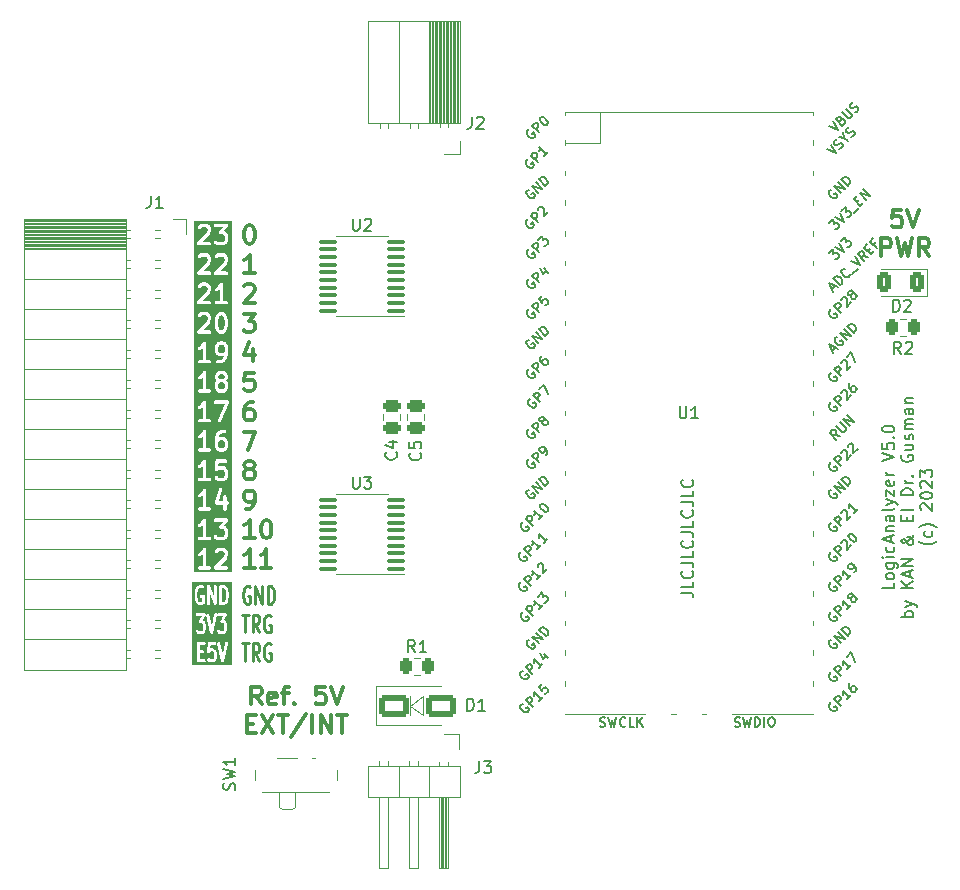
<source format=gto>
G04 #@! TF.GenerationSoftware,KiCad,Pcbnew,7.0.7*
G04 #@! TF.CreationDate,2023-10-08T00:04:21-07:00*
G04 #@! TF.ProjectId,LogicAnalyzer,4c6f6769-6341-46e6-916c-797a65722e6b,rev?*
G04 #@! TF.SameCoordinates,Original*
G04 #@! TF.FileFunction,Legend,Top*
G04 #@! TF.FilePolarity,Positive*
%FSLAX46Y46*%
G04 Gerber Fmt 4.6, Leading zero omitted, Abs format (unit mm)*
G04 Created by KiCad (PCBNEW 7.0.7) date 2023-10-08 00:04:21*
%MOMM*%
%LPD*%
G01*
G04 APERTURE LIST*
G04 Aperture macros list*
%AMRoundRect*
0 Rectangle with rounded corners*
0 $1 Rounding radius*
0 $2 $3 $4 $5 $6 $7 $8 $9 X,Y pos of 4 corners*
0 Add a 4 corners polygon primitive as box body*
4,1,4,$2,$3,$4,$5,$6,$7,$8,$9,$2,$3,0*
0 Add four circle primitives for the rounded corners*
1,1,$1+$1,$2,$3*
1,1,$1+$1,$4,$5*
1,1,$1+$1,$6,$7*
1,1,$1+$1,$8,$9*
0 Add four rect primitives between the rounded corners*
20,1,$1+$1,$2,$3,$4,$5,0*
20,1,$1+$1,$4,$5,$6,$7,0*
20,1,$1+$1,$6,$7,$8,$9,0*
20,1,$1+$1,$8,$9,$2,$3,0*%
G04 Aperture macros list end*
%ADD10C,0.150000*%
%ADD11C,0.250000*%
%ADD12C,0.300000*%
%ADD13C,0.100000*%
%ADD14C,0.120000*%
%ADD15RoundRect,0.250000X-1.000000X-0.650000X1.000000X-0.650000X1.000000X0.650000X-1.000000X0.650000X0*%
%ADD16RoundRect,0.250000X-0.262500X-0.450000X0.262500X-0.450000X0.262500X0.450000X-0.262500X0.450000X0*%
%ADD17C,5.600000*%
%ADD18C,3.600000*%
%ADD19RoundRect,0.100000X0.637500X0.100000X-0.637500X0.100000X-0.637500X-0.100000X0.637500X-0.100000X0*%
%ADD20RoundRect,0.250000X-0.475000X0.250000X-0.475000X-0.250000X0.475000X-0.250000X0.475000X0.250000X0*%
%ADD21R,1.700000X1.700000*%
%ADD22O,1.700000X1.700000*%
%ADD23R,1.000000X0.800000*%
%ADD24C,0.900000*%
%ADD25R,0.700000X1.500000*%
%ADD26RoundRect,0.250000X0.475000X-0.250000X0.475000X0.250000X-0.475000X0.250000X-0.475000X-0.250000X0*%
%ADD27O,1.800000X1.800000*%
%ADD28O,1.500000X1.500000*%
%ADD29R,3.500000X1.700000*%
%ADD30R,1.700000X3.500000*%
%ADD31RoundRect,0.250000X0.262500X0.450000X-0.262500X0.450000X-0.262500X-0.450000X0.262500X-0.450000X0*%
%ADD32RoundRect,0.250000X0.375000X0.625000X-0.375000X0.625000X-0.375000X-0.625000X0.375000X-0.625000X0*%
G04 APERTURE END LIST*
D10*
X107581819Y-104025506D02*
X108296104Y-104025506D01*
X108296104Y-104025506D02*
X108438961Y-104073125D01*
X108438961Y-104073125D02*
X108534200Y-104168363D01*
X108534200Y-104168363D02*
X108581819Y-104311220D01*
X108581819Y-104311220D02*
X108581819Y-104406458D01*
X108581819Y-103073125D02*
X108581819Y-103549315D01*
X108581819Y-103549315D02*
X107581819Y-103549315D01*
X108486580Y-102168363D02*
X108534200Y-102215982D01*
X108534200Y-102215982D02*
X108581819Y-102358839D01*
X108581819Y-102358839D02*
X108581819Y-102454077D01*
X108581819Y-102454077D02*
X108534200Y-102596934D01*
X108534200Y-102596934D02*
X108438961Y-102692172D01*
X108438961Y-102692172D02*
X108343723Y-102739791D01*
X108343723Y-102739791D02*
X108153247Y-102787410D01*
X108153247Y-102787410D02*
X108010390Y-102787410D01*
X108010390Y-102787410D02*
X107819914Y-102739791D01*
X107819914Y-102739791D02*
X107724676Y-102692172D01*
X107724676Y-102692172D02*
X107629438Y-102596934D01*
X107629438Y-102596934D02*
X107581819Y-102454077D01*
X107581819Y-102454077D02*
X107581819Y-102358839D01*
X107581819Y-102358839D02*
X107629438Y-102215982D01*
X107629438Y-102215982D02*
X107677057Y-102168363D01*
X107581819Y-101454077D02*
X108296104Y-101454077D01*
X108296104Y-101454077D02*
X108438961Y-101501696D01*
X108438961Y-101501696D02*
X108534200Y-101596934D01*
X108534200Y-101596934D02*
X108581819Y-101739791D01*
X108581819Y-101739791D02*
X108581819Y-101835029D01*
X108581819Y-100501696D02*
X108581819Y-100977886D01*
X108581819Y-100977886D02*
X107581819Y-100977886D01*
X108486580Y-99596934D02*
X108534200Y-99644553D01*
X108534200Y-99644553D02*
X108581819Y-99787410D01*
X108581819Y-99787410D02*
X108581819Y-99882648D01*
X108581819Y-99882648D02*
X108534200Y-100025505D01*
X108534200Y-100025505D02*
X108438961Y-100120743D01*
X108438961Y-100120743D02*
X108343723Y-100168362D01*
X108343723Y-100168362D02*
X108153247Y-100215981D01*
X108153247Y-100215981D02*
X108010390Y-100215981D01*
X108010390Y-100215981D02*
X107819914Y-100168362D01*
X107819914Y-100168362D02*
X107724676Y-100120743D01*
X107724676Y-100120743D02*
X107629438Y-100025505D01*
X107629438Y-100025505D02*
X107581819Y-99882648D01*
X107581819Y-99882648D02*
X107581819Y-99787410D01*
X107581819Y-99787410D02*
X107629438Y-99644553D01*
X107629438Y-99644553D02*
X107677057Y-99596934D01*
X107581819Y-98882648D02*
X108296104Y-98882648D01*
X108296104Y-98882648D02*
X108438961Y-98930267D01*
X108438961Y-98930267D02*
X108534200Y-99025505D01*
X108534200Y-99025505D02*
X108581819Y-99168362D01*
X108581819Y-99168362D02*
X108581819Y-99263600D01*
X108581819Y-97930267D02*
X108581819Y-98406457D01*
X108581819Y-98406457D02*
X107581819Y-98406457D01*
X108486580Y-97025505D02*
X108534200Y-97073124D01*
X108534200Y-97073124D02*
X108581819Y-97215981D01*
X108581819Y-97215981D02*
X108581819Y-97311219D01*
X108581819Y-97311219D02*
X108534200Y-97454076D01*
X108534200Y-97454076D02*
X108438961Y-97549314D01*
X108438961Y-97549314D02*
X108343723Y-97596933D01*
X108343723Y-97596933D02*
X108153247Y-97644552D01*
X108153247Y-97644552D02*
X108010390Y-97644552D01*
X108010390Y-97644552D02*
X107819914Y-97596933D01*
X107819914Y-97596933D02*
X107724676Y-97549314D01*
X107724676Y-97549314D02*
X107629438Y-97454076D01*
X107629438Y-97454076D02*
X107581819Y-97311219D01*
X107581819Y-97311219D02*
X107581819Y-97215981D01*
X107581819Y-97215981D02*
X107629438Y-97073124D01*
X107629438Y-97073124D02*
X107677057Y-97025505D01*
X107581819Y-96311219D02*
X108296104Y-96311219D01*
X108296104Y-96311219D02*
X108438961Y-96358838D01*
X108438961Y-96358838D02*
X108534200Y-96454076D01*
X108534200Y-96454076D02*
X108581819Y-96596933D01*
X108581819Y-96596933D02*
X108581819Y-96692171D01*
X108581819Y-95358838D02*
X108581819Y-95835028D01*
X108581819Y-95835028D02*
X107581819Y-95835028D01*
X108486580Y-94454076D02*
X108534200Y-94501695D01*
X108534200Y-94501695D02*
X108581819Y-94644552D01*
X108581819Y-94644552D02*
X108581819Y-94739790D01*
X108581819Y-94739790D02*
X108534200Y-94882647D01*
X108534200Y-94882647D02*
X108438961Y-94977885D01*
X108438961Y-94977885D02*
X108343723Y-95025504D01*
X108343723Y-95025504D02*
X108153247Y-95073123D01*
X108153247Y-95073123D02*
X108010390Y-95073123D01*
X108010390Y-95073123D02*
X107819914Y-95025504D01*
X107819914Y-95025504D02*
X107724676Y-94977885D01*
X107724676Y-94977885D02*
X107629438Y-94882647D01*
X107629438Y-94882647D02*
X107581819Y-94739790D01*
X107581819Y-94739790D02*
X107581819Y-94644552D01*
X107581819Y-94644552D02*
X107629438Y-94501695D01*
X107629438Y-94501695D02*
X107677057Y-94454076D01*
D11*
X71030377Y-103526857D02*
X70935139Y-103455428D01*
X70935139Y-103455428D02*
X70792282Y-103455428D01*
X70792282Y-103455428D02*
X70649425Y-103526857D01*
X70649425Y-103526857D02*
X70554187Y-103669714D01*
X70554187Y-103669714D02*
X70506568Y-103812571D01*
X70506568Y-103812571D02*
X70458949Y-104098285D01*
X70458949Y-104098285D02*
X70458949Y-104312571D01*
X70458949Y-104312571D02*
X70506568Y-104598285D01*
X70506568Y-104598285D02*
X70554187Y-104741142D01*
X70554187Y-104741142D02*
X70649425Y-104884000D01*
X70649425Y-104884000D02*
X70792282Y-104955428D01*
X70792282Y-104955428D02*
X70887520Y-104955428D01*
X70887520Y-104955428D02*
X71030377Y-104884000D01*
X71030377Y-104884000D02*
X71077996Y-104812571D01*
X71077996Y-104812571D02*
X71077996Y-104312571D01*
X71077996Y-104312571D02*
X70887520Y-104312571D01*
X71506568Y-104955428D02*
X71506568Y-103455428D01*
X71506568Y-103455428D02*
X72077996Y-104955428D01*
X72077996Y-104955428D02*
X72077996Y-103455428D01*
X72554187Y-104955428D02*
X72554187Y-103455428D01*
X72554187Y-103455428D02*
X72792282Y-103455428D01*
X72792282Y-103455428D02*
X72935139Y-103526857D01*
X72935139Y-103526857D02*
X73030377Y-103669714D01*
X73030377Y-103669714D02*
X73077996Y-103812571D01*
X73077996Y-103812571D02*
X73125615Y-104098285D01*
X73125615Y-104098285D02*
X73125615Y-104312571D01*
X73125615Y-104312571D02*
X73077996Y-104598285D01*
X73077996Y-104598285D02*
X73030377Y-104741142D01*
X73030377Y-104741142D02*
X72935139Y-104884000D01*
X72935139Y-104884000D02*
X72792282Y-104955428D01*
X72792282Y-104955428D02*
X72554187Y-104955428D01*
X70363711Y-105870428D02*
X70935139Y-105870428D01*
X70649425Y-107370428D02*
X70649425Y-105870428D01*
X71839901Y-107370428D02*
X71506568Y-106656142D01*
X71268473Y-107370428D02*
X71268473Y-105870428D01*
X71268473Y-105870428D02*
X71649425Y-105870428D01*
X71649425Y-105870428D02*
X71744663Y-105941857D01*
X71744663Y-105941857D02*
X71792282Y-106013285D01*
X71792282Y-106013285D02*
X71839901Y-106156142D01*
X71839901Y-106156142D02*
X71839901Y-106370428D01*
X71839901Y-106370428D02*
X71792282Y-106513285D01*
X71792282Y-106513285D02*
X71744663Y-106584714D01*
X71744663Y-106584714D02*
X71649425Y-106656142D01*
X71649425Y-106656142D02*
X71268473Y-106656142D01*
X72792282Y-105941857D02*
X72697044Y-105870428D01*
X72697044Y-105870428D02*
X72554187Y-105870428D01*
X72554187Y-105870428D02*
X72411330Y-105941857D01*
X72411330Y-105941857D02*
X72316092Y-106084714D01*
X72316092Y-106084714D02*
X72268473Y-106227571D01*
X72268473Y-106227571D02*
X72220854Y-106513285D01*
X72220854Y-106513285D02*
X72220854Y-106727571D01*
X72220854Y-106727571D02*
X72268473Y-107013285D01*
X72268473Y-107013285D02*
X72316092Y-107156142D01*
X72316092Y-107156142D02*
X72411330Y-107299000D01*
X72411330Y-107299000D02*
X72554187Y-107370428D01*
X72554187Y-107370428D02*
X72649425Y-107370428D01*
X72649425Y-107370428D02*
X72792282Y-107299000D01*
X72792282Y-107299000D02*
X72839901Y-107227571D01*
X72839901Y-107227571D02*
X72839901Y-106727571D01*
X72839901Y-106727571D02*
X72649425Y-106727571D01*
X70363711Y-108285428D02*
X70935139Y-108285428D01*
X70649425Y-109785428D02*
X70649425Y-108285428D01*
X71839901Y-109785428D02*
X71506568Y-109071142D01*
X71268473Y-109785428D02*
X71268473Y-108285428D01*
X71268473Y-108285428D02*
X71649425Y-108285428D01*
X71649425Y-108285428D02*
X71744663Y-108356857D01*
X71744663Y-108356857D02*
X71792282Y-108428285D01*
X71792282Y-108428285D02*
X71839901Y-108571142D01*
X71839901Y-108571142D02*
X71839901Y-108785428D01*
X71839901Y-108785428D02*
X71792282Y-108928285D01*
X71792282Y-108928285D02*
X71744663Y-108999714D01*
X71744663Y-108999714D02*
X71649425Y-109071142D01*
X71649425Y-109071142D02*
X71268473Y-109071142D01*
X72792282Y-108356857D02*
X72697044Y-108285428D01*
X72697044Y-108285428D02*
X72554187Y-108285428D01*
X72554187Y-108285428D02*
X72411330Y-108356857D01*
X72411330Y-108356857D02*
X72316092Y-108499714D01*
X72316092Y-108499714D02*
X72268473Y-108642571D01*
X72268473Y-108642571D02*
X72220854Y-108928285D01*
X72220854Y-108928285D02*
X72220854Y-109142571D01*
X72220854Y-109142571D02*
X72268473Y-109428285D01*
X72268473Y-109428285D02*
X72316092Y-109571142D01*
X72316092Y-109571142D02*
X72411330Y-109714000D01*
X72411330Y-109714000D02*
X72554187Y-109785428D01*
X72554187Y-109785428D02*
X72649425Y-109785428D01*
X72649425Y-109785428D02*
X72792282Y-109714000D01*
X72792282Y-109714000D02*
X72839901Y-109642571D01*
X72839901Y-109642571D02*
X72839901Y-109142571D01*
X72839901Y-109142571D02*
X72649425Y-109142571D01*
G36*
X68875263Y-103623814D02*
G01*
X68942804Y-103725124D01*
X68982027Y-103842798D01*
X69026333Y-104108628D01*
X69026333Y-104302227D01*
X68982027Y-104568057D01*
X68942804Y-104685731D01*
X68875264Y-104787041D01*
X68788491Y-104830428D01*
X68704905Y-104830428D01*
X68704905Y-103580428D01*
X68788492Y-103580428D01*
X68875263Y-103623814D01*
G37*
G36*
X69490619Y-110124714D02*
G01*
X66145381Y-110124714D01*
X66145381Y-109785428D01*
X66573952Y-109785428D01*
X66576522Y-109794183D01*
X66575224Y-109803217D01*
X66586290Y-109827449D01*
X66593795Y-109853008D01*
X66600691Y-109858983D01*
X66604483Y-109867286D01*
X66626895Y-109881689D01*
X66647025Y-109899132D01*
X66656057Y-109900430D01*
X66663735Y-109905365D01*
X66698952Y-109910428D01*
X67175142Y-109910428D01*
X67242722Y-109890585D01*
X67288846Y-109837355D01*
X67298870Y-109767639D01*
X67269611Y-109703570D01*
X67210359Y-109665491D01*
X67175142Y-109660428D01*
X66823952Y-109660428D01*
X66823952Y-109124714D01*
X67032285Y-109124714D01*
X67099865Y-109104871D01*
X67145989Y-109051641D01*
X67153757Y-108997614D01*
X67431112Y-108997614D01*
X67439674Y-109028697D01*
X67446676Y-109060149D01*
X67448962Y-109062413D01*
X67449818Y-109065518D01*
X67473826Y-109087038D01*
X67496720Y-109109712D01*
X67499867Y-109110380D01*
X67502265Y-109112530D01*
X67534099Y-109117654D01*
X67565614Y-109124351D01*
X67568623Y-109123212D01*
X67571803Y-109123724D01*
X67601349Y-109110825D01*
X67631488Y-109099419D01*
X67633404Y-109096832D01*
X67636354Y-109095545D01*
X67660102Y-109069051D01*
X67695844Y-109015437D01*
X67740618Y-108981857D01*
X67895381Y-108981857D01*
X67940155Y-109015437D01*
X67966612Y-109055123D01*
X68002523Y-109162856D01*
X68002523Y-109479428D01*
X67966612Y-109587161D01*
X67940155Y-109626847D01*
X67895381Y-109660428D01*
X67740618Y-109660428D01*
X67695844Y-109626847D01*
X67660102Y-109573234D01*
X67606105Y-109528011D01*
X67536230Y-109519160D01*
X67472662Y-109549490D01*
X67435583Y-109609374D01*
X67436766Y-109679797D01*
X67452088Y-109711908D01*
X67499708Y-109783337D01*
X67502366Y-109785563D01*
X67503578Y-109788820D01*
X67528714Y-109814000D01*
X67623952Y-109885428D01*
X67644909Y-109893266D01*
X67663735Y-109905365D01*
X67685699Y-109908522D01*
X67689922Y-109910102D01*
X67692619Y-109909517D01*
X67698952Y-109910428D01*
X67937047Y-109910428D01*
X67958514Y-109904124D01*
X67980835Y-109902508D01*
X68000302Y-109891854D01*
X68004627Y-109890585D01*
X68006434Y-109888499D01*
X68012047Y-109885428D01*
X68107285Y-109814000D01*
X68109362Y-109811219D01*
X68112544Y-109809831D01*
X68136292Y-109783337D01*
X68183911Y-109711908D01*
X68184502Y-109710010D01*
X68198489Y-109682099D01*
X68246108Y-109539243D01*
X68246192Y-109536903D01*
X68247460Y-109534931D01*
X68252523Y-109499714D01*
X68252523Y-109142571D01*
X68251863Y-109140324D01*
X68252442Y-109138053D01*
X68246108Y-109103042D01*
X68198489Y-108960186D01*
X68197358Y-108958558D01*
X68183911Y-108930377D01*
X68136292Y-108858948D01*
X68133630Y-108856718D01*
X68132420Y-108853465D01*
X68107285Y-108828285D01*
X68012047Y-108756857D01*
X67991089Y-108749018D01*
X67972264Y-108736920D01*
X67950299Y-108733762D01*
X67946077Y-108732183D01*
X67943379Y-108732767D01*
X67937047Y-108731857D01*
X67699229Y-108731857D01*
X67720658Y-108410428D01*
X68079904Y-108410428D01*
X68147484Y-108390585D01*
X68193608Y-108337355D01*
X68202276Y-108277068D01*
X68288517Y-108277068D01*
X68291215Y-108312544D01*
X68624548Y-109812545D01*
X68628685Y-109820042D01*
X68629258Y-109828587D01*
X68645445Y-109850413D01*
X68658578Y-109874211D01*
X68666114Y-109878282D01*
X68671215Y-109885160D01*
X68696634Y-109894770D01*
X68720546Y-109907689D01*
X68729084Y-109907040D01*
X68737096Y-109910069D01*
X68763678Y-109904410D01*
X68790777Y-109902351D01*
X68797609Y-109897188D01*
X68805987Y-109895405D01*
X68825289Y-109876273D01*
X68846973Y-109859890D01*
X68849930Y-109851851D01*
X68856012Y-109845824D01*
X68868594Y-109812544D01*
X69201927Y-108312544D01*
X69197217Y-108242269D01*
X69155260Y-108185696D01*
X69089379Y-108160787D01*
X69020489Y-108175451D01*
X68970463Y-108225031D01*
X68957881Y-108258311D01*
X68746570Y-109209207D01*
X68535261Y-108258312D01*
X68501231Y-108196646D01*
X68439263Y-108163167D01*
X68369032Y-108168505D01*
X68312836Y-108210966D01*
X68288517Y-108277068D01*
X68202276Y-108277068D01*
X68203632Y-108267639D01*
X68174373Y-108203570D01*
X68115121Y-108165491D01*
X68079904Y-108160428D01*
X67603714Y-108160428D01*
X67599002Y-108161811D01*
X67594195Y-108160790D01*
X67565528Y-108171640D01*
X67536134Y-108180271D01*
X67532917Y-108183983D01*
X67528321Y-108185723D01*
X67510068Y-108210351D01*
X67490010Y-108233501D01*
X67489311Y-108238361D01*
X67486385Y-108242310D01*
X67478991Y-108277113D01*
X67431372Y-108991399D01*
X67432071Y-108994539D01*
X67431112Y-108997614D01*
X67153757Y-108997614D01*
X67156013Y-108981925D01*
X67126754Y-108917856D01*
X67067502Y-108879777D01*
X67032285Y-108874714D01*
X66823952Y-108874714D01*
X66823952Y-108410428D01*
X67175142Y-108410428D01*
X67242722Y-108390585D01*
X67288846Y-108337355D01*
X67298870Y-108267639D01*
X67269611Y-108203570D01*
X67210359Y-108165491D01*
X67175142Y-108160428D01*
X66698952Y-108160428D01*
X66690196Y-108162998D01*
X66681163Y-108161700D01*
X66656930Y-108172766D01*
X66631372Y-108180271D01*
X66625396Y-108187167D01*
X66617094Y-108190959D01*
X66602690Y-108213371D01*
X66585248Y-108233501D01*
X66583949Y-108242533D01*
X66579015Y-108250211D01*
X66573952Y-108285428D01*
X66573952Y-109785428D01*
X66145381Y-109785428D01*
X66145381Y-105888217D01*
X66456177Y-105888217D01*
X66485436Y-105952286D01*
X66544688Y-105990365D01*
X66579905Y-105995428D01*
X66981323Y-105995428D01*
X66757647Y-106378873D01*
X66756109Y-106385089D01*
X66751915Y-106389930D01*
X66747754Y-106418868D01*
X66740735Y-106447246D01*
X66742802Y-106453307D01*
X66741891Y-106459646D01*
X66754034Y-106486237D01*
X66763473Y-106513908D01*
X66768489Y-106517889D01*
X66771150Y-106523715D01*
X66795744Y-106539521D01*
X66818642Y-106557694D01*
X66825013Y-106558331D01*
X66830402Y-106561794D01*
X66865619Y-106566857D01*
X66966810Y-106566857D01*
X67011584Y-106600437D01*
X67038041Y-106640123D01*
X67073952Y-106747856D01*
X67073952Y-107064428D01*
X67038041Y-107172161D01*
X67011584Y-107211847D01*
X66966810Y-107245428D01*
X66764428Y-107245428D01*
X66719654Y-107211847D01*
X66683912Y-107158234D01*
X66629915Y-107113011D01*
X66560040Y-107104160D01*
X66496472Y-107134490D01*
X66459393Y-107194374D01*
X66460576Y-107264797D01*
X66475898Y-107296908D01*
X66523518Y-107368337D01*
X66526176Y-107370563D01*
X66527388Y-107373820D01*
X66552524Y-107399000D01*
X66647762Y-107470428D01*
X66668719Y-107478266D01*
X66687545Y-107490365D01*
X66709509Y-107493522D01*
X66713732Y-107495102D01*
X66716429Y-107494517D01*
X66722762Y-107495428D01*
X67008476Y-107495428D01*
X67029943Y-107489124D01*
X67052264Y-107487508D01*
X67071731Y-107476854D01*
X67076056Y-107475585D01*
X67077863Y-107473499D01*
X67083476Y-107470428D01*
X67178714Y-107399000D01*
X67180791Y-107396219D01*
X67183973Y-107394831D01*
X67207721Y-107368337D01*
X67255340Y-107296908D01*
X67255931Y-107295010D01*
X67269918Y-107267099D01*
X67317537Y-107124243D01*
X67317621Y-107121903D01*
X67318889Y-107119931D01*
X67323952Y-107084714D01*
X67323952Y-106727571D01*
X67323292Y-106725324D01*
X67323871Y-106723053D01*
X67317537Y-106688042D01*
X67269918Y-106545186D01*
X67268787Y-106543558D01*
X67255340Y-106515377D01*
X67207721Y-106443948D01*
X67205059Y-106441718D01*
X67203849Y-106438465D01*
X67178714Y-106413285D01*
X67083476Y-106341857D01*
X67071317Y-106337309D01*
X67306924Y-105933412D01*
X67308461Y-105927195D01*
X67312656Y-105922355D01*
X67316816Y-105893416D01*
X67323836Y-105865039D01*
X67322822Y-105862068D01*
X67359946Y-105862068D01*
X67362644Y-105897544D01*
X67695977Y-107397545D01*
X67700114Y-107405042D01*
X67700687Y-107413587D01*
X67716874Y-107435413D01*
X67730007Y-107459211D01*
X67737543Y-107463282D01*
X67742644Y-107470160D01*
X67768063Y-107479770D01*
X67791975Y-107492689D01*
X67800513Y-107492040D01*
X67808525Y-107495069D01*
X67835107Y-107489410D01*
X67862206Y-107487351D01*
X67869038Y-107482188D01*
X67877416Y-107480405D01*
X67896718Y-107461273D01*
X67918402Y-107444890D01*
X67921359Y-107436851D01*
X67927441Y-107430824D01*
X67940023Y-107397544D01*
X68272244Y-105902545D01*
X68294960Y-105952286D01*
X68354212Y-105990365D01*
X68389429Y-105995428D01*
X68790847Y-105995428D01*
X68567171Y-106378873D01*
X68565633Y-106385089D01*
X68561439Y-106389930D01*
X68557278Y-106418868D01*
X68550259Y-106447246D01*
X68552326Y-106453307D01*
X68551415Y-106459646D01*
X68563558Y-106486237D01*
X68572997Y-106513908D01*
X68578013Y-106517889D01*
X68580674Y-106523715D01*
X68605268Y-106539521D01*
X68628166Y-106557694D01*
X68634537Y-106558331D01*
X68639926Y-106561794D01*
X68675143Y-106566857D01*
X68776334Y-106566857D01*
X68821108Y-106600437D01*
X68847565Y-106640123D01*
X68883476Y-106747856D01*
X68883476Y-107064428D01*
X68847565Y-107172161D01*
X68821108Y-107211847D01*
X68776334Y-107245428D01*
X68573952Y-107245428D01*
X68529178Y-107211847D01*
X68493436Y-107158234D01*
X68439439Y-107113011D01*
X68369564Y-107104160D01*
X68305996Y-107134490D01*
X68268917Y-107194374D01*
X68270100Y-107264797D01*
X68285422Y-107296908D01*
X68333042Y-107368337D01*
X68335700Y-107370563D01*
X68336912Y-107373820D01*
X68362048Y-107399000D01*
X68457286Y-107470428D01*
X68478243Y-107478266D01*
X68497069Y-107490365D01*
X68519033Y-107493522D01*
X68523256Y-107495102D01*
X68525953Y-107494517D01*
X68532286Y-107495428D01*
X68818000Y-107495428D01*
X68839467Y-107489124D01*
X68861788Y-107487508D01*
X68881255Y-107476854D01*
X68885580Y-107475585D01*
X68887387Y-107473499D01*
X68893000Y-107470428D01*
X68988238Y-107399000D01*
X68990315Y-107396219D01*
X68993497Y-107394831D01*
X69017245Y-107368337D01*
X69064864Y-107296908D01*
X69065455Y-107295010D01*
X69079442Y-107267099D01*
X69127061Y-107124243D01*
X69127145Y-107121903D01*
X69128413Y-107119931D01*
X69133476Y-107084714D01*
X69133476Y-106727571D01*
X69132816Y-106725324D01*
X69133395Y-106723053D01*
X69127061Y-106688042D01*
X69079442Y-106545186D01*
X69078311Y-106543558D01*
X69064864Y-106515377D01*
X69017245Y-106443948D01*
X69014583Y-106441718D01*
X69013373Y-106438465D01*
X68988238Y-106413285D01*
X68893000Y-106341857D01*
X68880841Y-106337309D01*
X69116448Y-105933412D01*
X69117985Y-105927195D01*
X69122180Y-105922355D01*
X69126340Y-105893416D01*
X69133360Y-105865039D01*
X69131292Y-105858978D01*
X69132204Y-105852639D01*
X69120058Y-105826042D01*
X69110621Y-105798377D01*
X69105605Y-105794396D01*
X69102945Y-105788570D01*
X69078348Y-105772762D01*
X69055453Y-105754591D01*
X69049081Y-105753953D01*
X69043693Y-105750491D01*
X69008476Y-105745428D01*
X68389429Y-105745428D01*
X68321849Y-105765271D01*
X68275725Y-105818501D01*
X68270495Y-105854869D01*
X68268646Y-105827269D01*
X68226689Y-105770696D01*
X68160808Y-105745787D01*
X68091918Y-105760451D01*
X68041892Y-105810031D01*
X68029310Y-105843311D01*
X67817999Y-106794207D01*
X67606690Y-105843312D01*
X67572660Y-105781646D01*
X67510692Y-105748167D01*
X67440461Y-105753505D01*
X67384265Y-105795966D01*
X67359946Y-105862068D01*
X67322822Y-105862068D01*
X67321768Y-105858978D01*
X67322680Y-105852639D01*
X67310534Y-105826042D01*
X67301097Y-105798377D01*
X67296081Y-105794396D01*
X67293421Y-105788570D01*
X67268824Y-105772762D01*
X67245929Y-105754591D01*
X67239557Y-105753953D01*
X67234169Y-105750491D01*
X67198952Y-105745428D01*
X66579905Y-105745428D01*
X66512325Y-105765271D01*
X66466201Y-105818501D01*
X66456177Y-105888217D01*
X66145381Y-105888217D01*
X66145381Y-104312571D01*
X66359667Y-104312571D01*
X66361010Y-104317146D01*
X66361368Y-104333121D01*
X66408987Y-104618835D01*
X66411031Y-104623060D01*
X66413701Y-104637813D01*
X66461319Y-104780670D01*
X66462452Y-104782301D01*
X66475898Y-104810479D01*
X66571137Y-104953338D01*
X66582461Y-104962822D01*
X66590007Y-104975526D01*
X66619242Y-104995804D01*
X66762099Y-105067232D01*
X66773250Y-105069238D01*
X66782783Y-105075365D01*
X66818000Y-105080428D01*
X66913238Y-105080428D01*
X66924110Y-105077235D01*
X66935376Y-105078452D01*
X66969139Y-105067232D01*
X67111997Y-104995803D01*
X67122813Y-104985742D01*
X67136354Y-104979831D01*
X67158228Y-104955428D01*
X67407286Y-104955428D01*
X67427129Y-105023008D01*
X67480359Y-105069132D01*
X67550075Y-105079156D01*
X67614144Y-105049897D01*
X67652223Y-104990645D01*
X67657286Y-104955428D01*
X67657286Y-104134681D01*
X67986903Y-104999927D01*
X67994853Y-105010394D01*
X67998557Y-105023008D01*
X68015746Y-105037902D01*
X68029504Y-105056016D01*
X68041852Y-105060523D01*
X68051787Y-105069132D01*
X68074303Y-105072369D01*
X68095667Y-105080168D01*
X68108489Y-105077284D01*
X68121503Y-105079156D01*
X68142195Y-105069706D01*
X68164384Y-105064717D01*
X68173613Y-105055358D01*
X68185572Y-105049897D01*
X68197869Y-105030761D01*
X68213840Y-105014567D01*
X68216544Y-105001702D01*
X68223651Y-104990645D01*
X68228714Y-104955428D01*
X68454905Y-104955428D01*
X68457475Y-104964183D01*
X68456177Y-104973217D01*
X68467243Y-104997449D01*
X68474748Y-105023008D01*
X68481644Y-105028983D01*
X68485436Y-105037286D01*
X68507848Y-105051689D01*
X68527978Y-105069132D01*
X68537010Y-105070430D01*
X68544688Y-105075365D01*
X68579905Y-105080428D01*
X68818000Y-105080428D01*
X68828872Y-105077235D01*
X68840138Y-105078452D01*
X68873901Y-105067232D01*
X69016759Y-104995803D01*
X69027575Y-104985742D01*
X69041116Y-104979831D01*
X69064864Y-104953337D01*
X69160102Y-104810479D01*
X69160693Y-104808581D01*
X69174680Y-104780670D01*
X69222299Y-104637814D01*
X69222468Y-104633122D01*
X69227013Y-104618835D01*
X69274632Y-104333121D01*
X69274059Y-104328387D01*
X69276333Y-104312571D01*
X69276333Y-104098285D01*
X69274989Y-104093709D01*
X69274632Y-104077735D01*
X69227013Y-103792021D01*
X69224968Y-103787796D01*
X69222299Y-103773042D01*
X69174680Y-103630186D01*
X69173550Y-103628560D01*
X69160101Y-103600377D01*
X69064863Y-103457519D01*
X69053538Y-103448034D01*
X69045994Y-103435332D01*
X69016759Y-103415054D01*
X68873902Y-103343625D01*
X68862751Y-103341618D01*
X68853217Y-103335491D01*
X68818000Y-103330428D01*
X68579905Y-103330428D01*
X68571149Y-103332998D01*
X68562116Y-103331700D01*
X68537883Y-103342766D01*
X68512325Y-103350271D01*
X68506349Y-103357167D01*
X68498047Y-103360959D01*
X68483643Y-103383371D01*
X68466201Y-103403501D01*
X68464902Y-103412533D01*
X68459968Y-103420211D01*
X68454905Y-103455428D01*
X68454905Y-104955428D01*
X68228714Y-104955428D01*
X68228714Y-103455428D01*
X68208871Y-103387848D01*
X68155641Y-103341724D01*
X68085925Y-103331700D01*
X68021856Y-103360959D01*
X67983777Y-103420211D01*
X67978714Y-103455428D01*
X67978714Y-104276173D01*
X67649097Y-103410929D01*
X67641146Y-103400461D01*
X67637443Y-103387848D01*
X67620253Y-103372953D01*
X67606496Y-103354840D01*
X67594147Y-103350332D01*
X67584213Y-103341724D01*
X67561699Y-103338486D01*
X67540333Y-103330687D01*
X67527507Y-103333570D01*
X67514497Y-103331700D01*
X67493808Y-103341148D01*
X67471616Y-103346138D01*
X67462385Y-103355498D01*
X67450428Y-103360959D01*
X67438130Y-103380093D01*
X67422160Y-103396289D01*
X67419455Y-103409153D01*
X67412349Y-103420211D01*
X67407286Y-103455428D01*
X67407286Y-104955428D01*
X67158228Y-104955428D01*
X67160102Y-104953337D01*
X67207721Y-104881908D01*
X67213379Y-104863771D01*
X67223651Y-104847788D01*
X67228168Y-104816364D01*
X67228697Y-104814671D01*
X67228509Y-104813991D01*
X67228714Y-104812571D01*
X67228714Y-104312571D01*
X67226143Y-104303815D01*
X67227442Y-104294782D01*
X67216375Y-104270549D01*
X67208871Y-104244991D01*
X67201974Y-104239015D01*
X67198183Y-104230713D01*
X67175770Y-104216309D01*
X67155641Y-104198867D01*
X67146608Y-104197568D01*
X67138931Y-104192634D01*
X67103714Y-104187571D01*
X66913238Y-104187571D01*
X66845658Y-104207414D01*
X66799534Y-104260644D01*
X66789510Y-104330360D01*
X66818769Y-104394429D01*
X66878021Y-104432508D01*
X66913238Y-104437571D01*
X66978714Y-104437571D01*
X66978714Y-104774724D01*
X66970502Y-104787041D01*
X66883729Y-104830428D01*
X66847508Y-104830428D01*
X66760736Y-104787042D01*
X66693195Y-104685731D01*
X66653972Y-104568062D01*
X66609667Y-104302226D01*
X66609667Y-104108628D01*
X66653972Y-103842793D01*
X66693196Y-103725123D01*
X66760735Y-103623814D01*
X66847508Y-103580428D01*
X66919190Y-103580428D01*
X66981095Y-103626857D01*
X67047065Y-103651531D01*
X67115902Y-103636621D01*
X67165751Y-103586863D01*
X67180785Y-103518053D01*
X67156231Y-103452038D01*
X67131095Y-103426857D01*
X67035857Y-103355428D01*
X67014899Y-103347589D01*
X66996074Y-103335491D01*
X66974110Y-103332333D01*
X66969888Y-103330754D01*
X66967189Y-103331338D01*
X66960857Y-103330428D01*
X66818000Y-103330428D01*
X66807127Y-103333620D01*
X66795861Y-103332404D01*
X66762098Y-103343625D01*
X66619241Y-103415054D01*
X66608426Y-103425113D01*
X66594884Y-103431025D01*
X66571137Y-103457519D01*
X66475899Y-103600376D01*
X66475308Y-103602270D01*
X66461319Y-103630186D01*
X66413701Y-103773043D01*
X66413531Y-103777732D01*
X66408987Y-103792021D01*
X66361368Y-104077735D01*
X66361940Y-104082468D01*
X66359667Y-104098285D01*
X66359667Y-104312571D01*
X66145381Y-104312571D01*
X66145381Y-103116142D01*
X69490619Y-103116142D01*
X69490619Y-110124714D01*
G37*
D12*
X70944225Y-72902209D02*
X71087082Y-72902209D01*
X71087082Y-72902209D02*
X71229939Y-72976019D01*
X71229939Y-72976019D02*
X71301368Y-73049828D01*
X71301368Y-73049828D02*
X71372796Y-73197447D01*
X71372796Y-73197447D02*
X71444225Y-73492685D01*
X71444225Y-73492685D02*
X71444225Y-73861733D01*
X71444225Y-73861733D02*
X71372796Y-74156971D01*
X71372796Y-74156971D02*
X71301368Y-74304590D01*
X71301368Y-74304590D02*
X71229939Y-74378400D01*
X71229939Y-74378400D02*
X71087082Y-74452209D01*
X71087082Y-74452209D02*
X70944225Y-74452209D01*
X70944225Y-74452209D02*
X70801368Y-74378400D01*
X70801368Y-74378400D02*
X70729939Y-74304590D01*
X70729939Y-74304590D02*
X70658510Y-74156971D01*
X70658510Y-74156971D02*
X70587082Y-73861733D01*
X70587082Y-73861733D02*
X70587082Y-73492685D01*
X70587082Y-73492685D02*
X70658510Y-73197447D01*
X70658510Y-73197447D02*
X70729939Y-73049828D01*
X70729939Y-73049828D02*
X70801368Y-72976019D01*
X70801368Y-72976019D02*
X70944225Y-72902209D01*
X71444225Y-76947709D02*
X70587082Y-76947709D01*
X71015653Y-76947709D02*
X71015653Y-75397709D01*
X71015653Y-75397709D02*
X70872796Y-75619138D01*
X70872796Y-75619138D02*
X70729939Y-75766757D01*
X70729939Y-75766757D02*
X70587082Y-75840566D01*
X70587082Y-78040828D02*
X70658510Y-77967019D01*
X70658510Y-77967019D02*
X70801368Y-77893209D01*
X70801368Y-77893209D02*
X71158510Y-77893209D01*
X71158510Y-77893209D02*
X71301368Y-77967019D01*
X71301368Y-77967019D02*
X71372796Y-78040828D01*
X71372796Y-78040828D02*
X71444225Y-78188447D01*
X71444225Y-78188447D02*
X71444225Y-78336066D01*
X71444225Y-78336066D02*
X71372796Y-78557495D01*
X71372796Y-78557495D02*
X70515653Y-79443209D01*
X70515653Y-79443209D02*
X71444225Y-79443209D01*
X70515653Y-80388709D02*
X71444225Y-80388709D01*
X71444225Y-80388709D02*
X70944225Y-80979185D01*
X70944225Y-80979185D02*
X71158510Y-80979185D01*
X71158510Y-80979185D02*
X71301368Y-81052995D01*
X71301368Y-81052995D02*
X71372796Y-81126804D01*
X71372796Y-81126804D02*
X71444225Y-81274423D01*
X71444225Y-81274423D02*
X71444225Y-81643471D01*
X71444225Y-81643471D02*
X71372796Y-81791090D01*
X71372796Y-81791090D02*
X71301368Y-81864900D01*
X71301368Y-81864900D02*
X71158510Y-81938709D01*
X71158510Y-81938709D02*
X70729939Y-81938709D01*
X70729939Y-81938709D02*
X70587082Y-81864900D01*
X70587082Y-81864900D02*
X70515653Y-81791090D01*
X71301368Y-83400876D02*
X71301368Y-84434209D01*
X70944225Y-82810400D02*
X70587082Y-83917542D01*
X70587082Y-83917542D02*
X71515653Y-83917542D01*
X71372796Y-85379709D02*
X70658510Y-85379709D01*
X70658510Y-85379709D02*
X70587082Y-86117804D01*
X70587082Y-86117804D02*
X70658510Y-86043995D01*
X70658510Y-86043995D02*
X70801368Y-85970185D01*
X70801368Y-85970185D02*
X71158510Y-85970185D01*
X71158510Y-85970185D02*
X71301368Y-86043995D01*
X71301368Y-86043995D02*
X71372796Y-86117804D01*
X71372796Y-86117804D02*
X71444225Y-86265423D01*
X71444225Y-86265423D02*
X71444225Y-86634471D01*
X71444225Y-86634471D02*
X71372796Y-86782090D01*
X71372796Y-86782090D02*
X71301368Y-86855900D01*
X71301368Y-86855900D02*
X71158510Y-86929709D01*
X71158510Y-86929709D02*
X70801368Y-86929709D01*
X70801368Y-86929709D02*
X70658510Y-86855900D01*
X70658510Y-86855900D02*
X70587082Y-86782090D01*
X71301368Y-87875209D02*
X71015653Y-87875209D01*
X71015653Y-87875209D02*
X70872796Y-87949019D01*
X70872796Y-87949019D02*
X70801368Y-88022828D01*
X70801368Y-88022828D02*
X70658510Y-88244257D01*
X70658510Y-88244257D02*
X70587082Y-88539495D01*
X70587082Y-88539495D02*
X70587082Y-89129971D01*
X70587082Y-89129971D02*
X70658510Y-89277590D01*
X70658510Y-89277590D02*
X70729939Y-89351400D01*
X70729939Y-89351400D02*
X70872796Y-89425209D01*
X70872796Y-89425209D02*
X71158510Y-89425209D01*
X71158510Y-89425209D02*
X71301368Y-89351400D01*
X71301368Y-89351400D02*
X71372796Y-89277590D01*
X71372796Y-89277590D02*
X71444225Y-89129971D01*
X71444225Y-89129971D02*
X71444225Y-88760923D01*
X71444225Y-88760923D02*
X71372796Y-88613304D01*
X71372796Y-88613304D02*
X71301368Y-88539495D01*
X71301368Y-88539495D02*
X71158510Y-88465685D01*
X71158510Y-88465685D02*
X70872796Y-88465685D01*
X70872796Y-88465685D02*
X70729939Y-88539495D01*
X70729939Y-88539495D02*
X70658510Y-88613304D01*
X70658510Y-88613304D02*
X70587082Y-88760923D01*
X70515653Y-90370709D02*
X71515653Y-90370709D01*
X71515653Y-90370709D02*
X70872796Y-91920709D01*
X70872796Y-93530495D02*
X70729939Y-93456685D01*
X70729939Y-93456685D02*
X70658510Y-93382876D01*
X70658510Y-93382876D02*
X70587082Y-93235257D01*
X70587082Y-93235257D02*
X70587082Y-93161447D01*
X70587082Y-93161447D02*
X70658510Y-93013828D01*
X70658510Y-93013828D02*
X70729939Y-92940019D01*
X70729939Y-92940019D02*
X70872796Y-92866209D01*
X70872796Y-92866209D02*
X71158510Y-92866209D01*
X71158510Y-92866209D02*
X71301368Y-92940019D01*
X71301368Y-92940019D02*
X71372796Y-93013828D01*
X71372796Y-93013828D02*
X71444225Y-93161447D01*
X71444225Y-93161447D02*
X71444225Y-93235257D01*
X71444225Y-93235257D02*
X71372796Y-93382876D01*
X71372796Y-93382876D02*
X71301368Y-93456685D01*
X71301368Y-93456685D02*
X71158510Y-93530495D01*
X71158510Y-93530495D02*
X70872796Y-93530495D01*
X70872796Y-93530495D02*
X70729939Y-93604304D01*
X70729939Y-93604304D02*
X70658510Y-93678114D01*
X70658510Y-93678114D02*
X70587082Y-93825733D01*
X70587082Y-93825733D02*
X70587082Y-94120971D01*
X70587082Y-94120971D02*
X70658510Y-94268590D01*
X70658510Y-94268590D02*
X70729939Y-94342400D01*
X70729939Y-94342400D02*
X70872796Y-94416209D01*
X70872796Y-94416209D02*
X71158510Y-94416209D01*
X71158510Y-94416209D02*
X71301368Y-94342400D01*
X71301368Y-94342400D02*
X71372796Y-94268590D01*
X71372796Y-94268590D02*
X71444225Y-94120971D01*
X71444225Y-94120971D02*
X71444225Y-93825733D01*
X71444225Y-93825733D02*
X71372796Y-93678114D01*
X71372796Y-93678114D02*
X71301368Y-93604304D01*
X71301368Y-93604304D02*
X71158510Y-93530495D01*
X70729939Y-96911709D02*
X71015653Y-96911709D01*
X71015653Y-96911709D02*
X71158510Y-96837900D01*
X71158510Y-96837900D02*
X71229939Y-96764090D01*
X71229939Y-96764090D02*
X71372796Y-96542661D01*
X71372796Y-96542661D02*
X71444225Y-96247423D01*
X71444225Y-96247423D02*
X71444225Y-95656947D01*
X71444225Y-95656947D02*
X71372796Y-95509328D01*
X71372796Y-95509328D02*
X71301368Y-95435519D01*
X71301368Y-95435519D02*
X71158510Y-95361709D01*
X71158510Y-95361709D02*
X70872796Y-95361709D01*
X70872796Y-95361709D02*
X70729939Y-95435519D01*
X70729939Y-95435519D02*
X70658510Y-95509328D01*
X70658510Y-95509328D02*
X70587082Y-95656947D01*
X70587082Y-95656947D02*
X70587082Y-96025995D01*
X70587082Y-96025995D02*
X70658510Y-96173614D01*
X70658510Y-96173614D02*
X70729939Y-96247423D01*
X70729939Y-96247423D02*
X70872796Y-96321233D01*
X70872796Y-96321233D02*
X71158510Y-96321233D01*
X71158510Y-96321233D02*
X71301368Y-96247423D01*
X71301368Y-96247423D02*
X71372796Y-96173614D01*
X71372796Y-96173614D02*
X71444225Y-96025995D01*
X71444225Y-99407209D02*
X70587082Y-99407209D01*
X71015653Y-99407209D02*
X71015653Y-97857209D01*
X71015653Y-97857209D02*
X70872796Y-98078638D01*
X70872796Y-98078638D02*
X70729939Y-98226257D01*
X70729939Y-98226257D02*
X70587082Y-98300066D01*
X72372796Y-97857209D02*
X72515653Y-97857209D01*
X72515653Y-97857209D02*
X72658510Y-97931019D01*
X72658510Y-97931019D02*
X72729939Y-98004828D01*
X72729939Y-98004828D02*
X72801367Y-98152447D01*
X72801367Y-98152447D02*
X72872796Y-98447685D01*
X72872796Y-98447685D02*
X72872796Y-98816733D01*
X72872796Y-98816733D02*
X72801367Y-99111971D01*
X72801367Y-99111971D02*
X72729939Y-99259590D01*
X72729939Y-99259590D02*
X72658510Y-99333400D01*
X72658510Y-99333400D02*
X72515653Y-99407209D01*
X72515653Y-99407209D02*
X72372796Y-99407209D01*
X72372796Y-99407209D02*
X72229939Y-99333400D01*
X72229939Y-99333400D02*
X72158510Y-99259590D01*
X72158510Y-99259590D02*
X72087081Y-99111971D01*
X72087081Y-99111971D02*
X72015653Y-98816733D01*
X72015653Y-98816733D02*
X72015653Y-98447685D01*
X72015653Y-98447685D02*
X72087081Y-98152447D01*
X72087081Y-98152447D02*
X72158510Y-98004828D01*
X72158510Y-98004828D02*
X72229939Y-97931019D01*
X72229939Y-97931019D02*
X72372796Y-97857209D01*
X71444225Y-101902709D02*
X70587082Y-101902709D01*
X71015653Y-101902709D02*
X71015653Y-100352709D01*
X71015653Y-100352709D02*
X70872796Y-100574138D01*
X70872796Y-100574138D02*
X70729939Y-100721757D01*
X70729939Y-100721757D02*
X70587082Y-100795566D01*
X72872796Y-101902709D02*
X72015653Y-101902709D01*
X72444224Y-101902709D02*
X72444224Y-100352709D01*
X72444224Y-100352709D02*
X72301367Y-100574138D01*
X72301367Y-100574138D02*
X72158510Y-100721757D01*
X72158510Y-100721757D02*
X72015653Y-100795566D01*
G36*
X68829246Y-91156975D02*
G01*
X68866830Y-91195812D01*
X68912796Y-91290806D01*
X68912796Y-91591087D01*
X68866831Y-91686080D01*
X68829244Y-91724921D01*
X68740622Y-91770709D01*
X68527828Y-91770709D01*
X68439202Y-91724919D01*
X68401617Y-91686081D01*
X68355653Y-91591087D01*
X68355653Y-91290806D01*
X68401616Y-91195814D01*
X68439204Y-91156974D01*
X68527828Y-91111185D01*
X68740620Y-91111185D01*
X68829246Y-91156975D01*
G37*
G36*
X68829244Y-86239782D02*
G01*
X68866831Y-86278623D01*
X68912796Y-86373616D01*
X68912796Y-86600087D01*
X68866831Y-86695080D01*
X68829244Y-86733921D01*
X68740622Y-86779709D01*
X68527828Y-86779709D01*
X68439202Y-86733919D01*
X68401617Y-86695081D01*
X68355653Y-86600087D01*
X68355653Y-86373616D01*
X68401617Y-86278622D01*
X68439202Y-86239784D01*
X68527828Y-86193995D01*
X68740622Y-86193995D01*
X68829244Y-86239782D01*
G37*
G36*
X68829246Y-85575499D02*
G01*
X68866830Y-85614336D01*
X68912796Y-85709330D01*
X68912796Y-85714373D01*
X68866830Y-85809367D01*
X68829246Y-85848204D01*
X68740620Y-85893995D01*
X68527828Y-85893995D01*
X68439204Y-85848205D01*
X68401616Y-85809365D01*
X68355653Y-85714373D01*
X68355653Y-85709330D01*
X68401616Y-85614338D01*
X68439204Y-85575498D01*
X68527828Y-85529709D01*
X68740620Y-85529709D01*
X68829246Y-85575499D01*
G37*
G36*
X68829246Y-83079999D02*
G01*
X68866830Y-83118836D01*
X68912796Y-83213830D01*
X68912796Y-83514111D01*
X68866830Y-83609105D01*
X68829246Y-83647942D01*
X68740620Y-83693733D01*
X68527828Y-83693733D01*
X68439204Y-83647943D01*
X68401616Y-83609103D01*
X68355653Y-83514111D01*
X68355653Y-83213830D01*
X68401616Y-83118838D01*
X68439204Y-83079998D01*
X68527828Y-83034209D01*
X68740620Y-83034209D01*
X68829246Y-83079999D01*
G37*
G36*
X68757816Y-80584499D02*
G01*
X68795402Y-80623337D01*
X68849348Y-80734825D01*
X68912796Y-80997073D01*
X68912796Y-81330344D01*
X68849348Y-81592592D01*
X68795403Y-81704080D01*
X68757815Y-81742920D01*
X68669193Y-81788709D01*
X68599257Y-81788709D01*
X68510631Y-81742919D01*
X68473047Y-81704082D01*
X68419098Y-81592590D01*
X68355653Y-81330345D01*
X68355653Y-80997072D01*
X68419098Y-80734827D01*
X68473045Y-80623338D01*
X68510633Y-80584498D01*
X68599257Y-80538709D01*
X68669192Y-80538709D01*
X68757816Y-80584499D01*
G37*
G36*
X69505653Y-102274138D02*
G01*
X66334224Y-102274138D01*
X66334224Y-101902709D01*
X66627082Y-101902709D01*
X66647178Y-101977709D01*
X66702082Y-102032613D01*
X66777082Y-102052709D01*
X67205653Y-102052709D01*
X67634225Y-102052709D01*
X67709225Y-102032613D01*
X67764129Y-101977709D01*
X67784225Y-101902709D01*
X67984224Y-101902709D01*
X67989647Y-101922949D01*
X67989991Y-101943902D01*
X67999521Y-101959801D01*
X68004320Y-101977709D01*
X68019138Y-101992527D01*
X68029911Y-102010499D01*
X68046114Y-102019503D01*
X68059224Y-102032613D01*
X68079464Y-102038036D01*
X68097781Y-102048215D01*
X68116317Y-102047911D01*
X68134224Y-102052709D01*
X69062796Y-102052709D01*
X69137796Y-102032613D01*
X69192700Y-101977709D01*
X69212796Y-101902709D01*
X69192700Y-101827709D01*
X69137796Y-101772805D01*
X69062796Y-101752709D01*
X68488124Y-101752709D01*
X69099158Y-101121308D01*
X69115673Y-101091587D01*
X69134123Y-101063046D01*
X69205552Y-100841616D01*
X69206729Y-100818207D01*
X69212796Y-100795566D01*
X69212796Y-100647947D01*
X69204116Y-100615554D01*
X69197820Y-100582612D01*
X69126391Y-100434994D01*
X69110766Y-100416906D01*
X69099157Y-100396015D01*
X69027729Y-100322206D01*
X69006818Y-100309671D01*
X68988792Y-100293255D01*
X68845934Y-100219445D01*
X68811306Y-100211879D01*
X68777081Y-100202709D01*
X68419939Y-100202709D01*
X68385713Y-100211879D01*
X68351086Y-100219445D01*
X68208228Y-100293255D01*
X68190201Y-100309671D01*
X68169291Y-100322206D01*
X68097863Y-100396015D01*
X68060147Y-100463885D01*
X68061420Y-100541521D01*
X68101340Y-100608118D01*
X68169210Y-100645834D01*
X68246846Y-100644561D01*
X68313443Y-100604641D01*
X68367773Y-100548499D01*
X68456400Y-100502709D01*
X68740620Y-100502709D01*
X68829246Y-100548499D01*
X68866830Y-100587336D01*
X68912796Y-100682330D01*
X68912796Y-100771971D01*
X68859319Y-100937746D01*
X68026434Y-101798396D01*
X68017429Y-101814599D01*
X68004320Y-101827709D01*
X67998896Y-101847949D01*
X67988718Y-101866266D01*
X67989021Y-101884802D01*
X67984224Y-101902709D01*
X67784225Y-101902709D01*
X67764129Y-101827709D01*
X67709225Y-101772805D01*
X67634225Y-101752709D01*
X67355653Y-101752709D01*
X67355653Y-100352709D01*
X67346533Y-100318675D01*
X67339100Y-100284210D01*
X67336542Y-100281386D01*
X67335557Y-100277709D01*
X67310640Y-100252792D01*
X67286972Y-100226664D01*
X67283345Y-100225497D01*
X67280653Y-100222805D01*
X67246617Y-100213685D01*
X67213055Y-100202891D01*
X67209330Y-100203694D01*
X67205653Y-100202709D01*
X67171617Y-100211828D01*
X67137155Y-100219262D01*
X67134331Y-100221819D01*
X67130653Y-100222805D01*
X67105726Y-100247731D01*
X67079609Y-100271390D01*
X66944745Y-100480427D01*
X66829245Y-100599777D01*
X66708229Y-100662302D01*
X66650822Y-100714582D01*
X66627245Y-100788562D01*
X66643818Y-100864419D01*
X66696098Y-100921826D01*
X66770078Y-100945403D01*
X66845935Y-100928830D01*
X66988792Y-100855021D01*
X67006819Y-100838603D01*
X67027729Y-100826070D01*
X67055653Y-100797215D01*
X67055653Y-101752709D01*
X66777082Y-101752709D01*
X66702082Y-101772805D01*
X66647178Y-101827709D01*
X66627082Y-101902709D01*
X66334224Y-101902709D01*
X66334224Y-99407209D01*
X66627082Y-99407209D01*
X66647178Y-99482209D01*
X66702082Y-99537113D01*
X66777082Y-99557209D01*
X67205653Y-99557209D01*
X67634225Y-99557209D01*
X67709225Y-99537113D01*
X67764129Y-99482209D01*
X67784225Y-99407209D01*
X67764129Y-99332209D01*
X67709225Y-99277305D01*
X67634225Y-99257209D01*
X67355653Y-99257209D01*
X67355653Y-97857209D01*
X67984224Y-97857209D01*
X68004320Y-97932209D01*
X68059224Y-97987113D01*
X68134224Y-98007209D01*
X68739227Y-98007209D01*
X68448323Y-98350752D01*
X68442515Y-98363061D01*
X68432892Y-98372685D01*
X68426209Y-98397623D01*
X68415193Y-98420975D01*
X68416318Y-98434539D01*
X68412796Y-98447685D01*
X68419478Y-98472623D01*
X68421613Y-98498355D01*
X68429369Y-98509539D01*
X68432892Y-98522685D01*
X68451148Y-98540941D01*
X68465863Y-98562158D01*
X68478172Y-98567965D01*
X68487796Y-98577589D01*
X68512734Y-98584271D01*
X68536086Y-98595288D01*
X68549650Y-98594162D01*
X68562796Y-98597685D01*
X68740620Y-98597685D01*
X68829246Y-98643475D01*
X68866830Y-98682312D01*
X68912796Y-98777306D01*
X68912796Y-99077587D01*
X68866831Y-99172580D01*
X68829244Y-99211421D01*
X68740622Y-99257209D01*
X68384971Y-99257209D01*
X68296345Y-99211419D01*
X68242014Y-99155277D01*
X68175417Y-99115357D01*
X68097781Y-99114084D01*
X68029911Y-99151800D01*
X67989991Y-99218397D01*
X67988718Y-99296033D01*
X68026434Y-99363903D01*
X68097862Y-99437713D01*
X68118774Y-99450248D01*
X68136800Y-99466664D01*
X68279658Y-99540473D01*
X68314280Y-99548037D01*
X68348510Y-99557209D01*
X68777081Y-99557209D01*
X68811310Y-99548037D01*
X68845933Y-99540473D01*
X68988792Y-99466664D01*
X69006819Y-99450246D01*
X69027730Y-99437712D01*
X69099158Y-99363902D01*
X69110766Y-99343011D01*
X69126391Y-99324924D01*
X69197820Y-99177306D01*
X69204116Y-99144363D01*
X69212796Y-99111971D01*
X69212796Y-98742923D01*
X69204116Y-98710530D01*
X69197820Y-98677588D01*
X69126391Y-98529970D01*
X69110766Y-98511882D01*
X69099157Y-98490991D01*
X69027729Y-98417182D01*
X69006818Y-98404647D01*
X68988792Y-98388231D01*
X68864201Y-98323859D01*
X69177269Y-97954142D01*
X69183076Y-97941832D01*
X69192700Y-97932209D01*
X69199382Y-97907270D01*
X69210399Y-97883919D01*
X69209273Y-97870355D01*
X69212796Y-97857209D01*
X69206112Y-97832267D01*
X69203978Y-97806539D01*
X69196223Y-97795357D01*
X69192700Y-97782209D01*
X69174440Y-97763949D01*
X69159728Y-97742736D01*
X69147420Y-97736929D01*
X69137796Y-97727305D01*
X69112856Y-97720622D01*
X69089506Y-97709606D01*
X69075942Y-97710731D01*
X69062796Y-97707209D01*
X68134224Y-97707209D01*
X68059224Y-97727305D01*
X68004320Y-97782209D01*
X67984224Y-97857209D01*
X67355653Y-97857209D01*
X67346533Y-97823175D01*
X67339100Y-97788710D01*
X67336542Y-97785886D01*
X67335557Y-97782209D01*
X67310640Y-97757292D01*
X67286972Y-97731164D01*
X67283345Y-97729997D01*
X67280653Y-97727305D01*
X67246617Y-97718185D01*
X67213055Y-97707391D01*
X67209330Y-97708194D01*
X67205653Y-97707209D01*
X67171617Y-97716328D01*
X67137155Y-97723762D01*
X67134331Y-97726319D01*
X67130653Y-97727305D01*
X67105726Y-97752231D01*
X67079609Y-97775890D01*
X66944745Y-97984927D01*
X66829245Y-98104277D01*
X66708229Y-98166802D01*
X66650822Y-98219082D01*
X66627245Y-98293062D01*
X66643818Y-98368919D01*
X66696098Y-98426326D01*
X66770078Y-98449903D01*
X66845935Y-98433330D01*
X66988792Y-98359521D01*
X67006819Y-98343103D01*
X67027729Y-98330570D01*
X67055653Y-98301715D01*
X67055653Y-99257209D01*
X66777082Y-99257209D01*
X66702082Y-99277305D01*
X66647178Y-99332209D01*
X66627082Y-99407209D01*
X66334224Y-99407209D01*
X66334224Y-96911709D01*
X66627082Y-96911709D01*
X66647178Y-96986709D01*
X66702082Y-97041613D01*
X66777082Y-97061709D01*
X67205653Y-97061709D01*
X67634225Y-97061709D01*
X67709225Y-97041613D01*
X67764129Y-96986709D01*
X67784225Y-96911709D01*
X67764129Y-96836709D01*
X67709225Y-96781805D01*
X67634225Y-96761709D01*
X67355653Y-96761709D01*
X67355653Y-96395042D01*
X68055653Y-96395042D01*
X68059802Y-96410527D01*
X68058997Y-96426539D01*
X68069682Y-96447401D01*
X68075749Y-96470042D01*
X68087085Y-96481378D01*
X68094394Y-96495648D01*
X68114079Y-96508372D01*
X68130653Y-96524946D01*
X68146139Y-96529095D01*
X68159603Y-96537798D01*
X68183011Y-96538975D01*
X68205653Y-96545042D01*
X68769939Y-96545042D01*
X68769939Y-96911709D01*
X68790035Y-96986709D01*
X68844939Y-97041613D01*
X68919939Y-97061709D01*
X68994939Y-97041613D01*
X69049843Y-96986709D01*
X69069939Y-96911709D01*
X69069939Y-96545042D01*
X69134224Y-96545042D01*
X69209224Y-96524946D01*
X69264128Y-96470042D01*
X69284224Y-96395042D01*
X69264128Y-96320042D01*
X69209224Y-96265138D01*
X69134224Y-96245042D01*
X69069939Y-96245042D01*
X69069939Y-95878376D01*
X69049843Y-95803376D01*
X68994939Y-95748472D01*
X68919939Y-95728376D01*
X68844939Y-95748472D01*
X68790035Y-95803376D01*
X68769939Y-95878376D01*
X68769939Y-96245042D01*
X68411651Y-96245042D01*
X68705552Y-95333951D01*
X68709452Y-95256403D01*
X68674055Y-95187295D01*
X68608846Y-95145144D01*
X68531299Y-95141244D01*
X68462190Y-95176641D01*
X68420040Y-95241850D01*
X68062897Y-96348992D01*
X68061719Y-96372400D01*
X68055653Y-96395042D01*
X67355653Y-96395042D01*
X67355653Y-95361709D01*
X67346533Y-95327675D01*
X67339100Y-95293210D01*
X67336542Y-95290386D01*
X67335557Y-95286709D01*
X67310640Y-95261792D01*
X67286972Y-95235664D01*
X67283345Y-95234497D01*
X67280653Y-95231805D01*
X67246617Y-95222685D01*
X67213055Y-95211891D01*
X67209330Y-95212694D01*
X67205653Y-95211709D01*
X67171617Y-95220828D01*
X67137155Y-95228262D01*
X67134331Y-95230819D01*
X67130653Y-95231805D01*
X67105726Y-95256731D01*
X67079609Y-95280390D01*
X66944745Y-95489427D01*
X66829245Y-95608777D01*
X66708229Y-95671302D01*
X66650822Y-95723582D01*
X66627245Y-95797562D01*
X66643818Y-95873419D01*
X66696098Y-95930826D01*
X66770078Y-95954403D01*
X66845935Y-95937830D01*
X66988792Y-95864021D01*
X67006819Y-95847603D01*
X67027729Y-95835070D01*
X67055653Y-95806215D01*
X67055653Y-96761709D01*
X66777082Y-96761709D01*
X66702082Y-96781805D01*
X66647178Y-96836709D01*
X66627082Y-96911709D01*
X66334224Y-96911709D01*
X66334224Y-94416209D01*
X66627082Y-94416209D01*
X66647178Y-94491209D01*
X66702082Y-94546113D01*
X66777082Y-94566209D01*
X67205653Y-94566209D01*
X67634225Y-94566209D01*
X67709225Y-94546113D01*
X67764129Y-94491209D01*
X67784225Y-94416209D01*
X67764129Y-94341209D01*
X67709225Y-94286305D01*
X67634225Y-94266209D01*
X67355653Y-94266209D01*
X67355653Y-93589855D01*
X68056350Y-93589855D01*
X68060960Y-93617488D01*
X68061420Y-93645497D01*
X68067259Y-93655239D01*
X68069129Y-93666442D01*
X68086937Y-93688067D01*
X68101340Y-93712094D01*
X68111267Y-93717610D01*
X68118489Y-93726380D01*
X68144726Y-93736204D01*
X68169210Y-93749810D01*
X68180566Y-93749623D01*
X68191204Y-93753607D01*
X68218837Y-93748996D01*
X68246846Y-93748537D01*
X68256588Y-93742697D01*
X68267791Y-93740828D01*
X68289416Y-93723019D01*
X68313443Y-93708617D01*
X68367773Y-93652475D01*
X68456400Y-93606685D01*
X68740620Y-93606685D01*
X68829246Y-93652475D01*
X68866830Y-93691312D01*
X68912796Y-93786306D01*
X68912796Y-94086587D01*
X68866831Y-94181580D01*
X68829244Y-94220421D01*
X68740622Y-94266209D01*
X68456399Y-94266209D01*
X68367774Y-94220420D01*
X68313444Y-94164278D01*
X68246847Y-94124357D01*
X68169211Y-94123084D01*
X68101341Y-94160799D01*
X68061420Y-94227396D01*
X68060147Y-94305032D01*
X68097862Y-94372902D01*
X68169290Y-94446713D01*
X68190204Y-94459249D01*
X68208229Y-94475664D01*
X68351087Y-94549473D01*
X68385707Y-94557036D01*
X68419939Y-94566209D01*
X68777081Y-94566209D01*
X68811310Y-94557037D01*
X68845933Y-94549473D01*
X68988792Y-94475664D01*
X69006819Y-94459246D01*
X69027730Y-94446712D01*
X69099158Y-94372902D01*
X69110766Y-94352011D01*
X69126391Y-94333924D01*
X69197820Y-94186306D01*
X69204116Y-94153363D01*
X69212796Y-94120971D01*
X69212796Y-93751923D01*
X69204116Y-93719530D01*
X69197820Y-93686588D01*
X69126391Y-93538970D01*
X69110766Y-93520882D01*
X69099157Y-93499991D01*
X69027729Y-93426182D01*
X69006818Y-93413647D01*
X68988792Y-93397231D01*
X68845934Y-93323421D01*
X68811306Y-93315855D01*
X68777081Y-93306685D01*
X68419939Y-93306685D01*
X68385713Y-93315855D01*
X68384237Y-93316178D01*
X68413266Y-93016209D01*
X68991367Y-93016209D01*
X69066367Y-92996113D01*
X69121271Y-92941209D01*
X69141367Y-92866209D01*
X69121271Y-92791209D01*
X69066367Y-92736305D01*
X68991367Y-92716209D01*
X68277081Y-92716209D01*
X68246333Y-92724447D01*
X68214943Y-92729685D01*
X68209230Y-92734389D01*
X68202081Y-92736305D01*
X68179574Y-92758811D01*
X68155005Y-92779045D01*
X68152409Y-92785976D01*
X68147177Y-92791209D01*
X68138939Y-92821950D01*
X68127778Y-92851761D01*
X68056350Y-93589855D01*
X67355653Y-93589855D01*
X67355653Y-92866209D01*
X67346533Y-92832175D01*
X67339100Y-92797710D01*
X67336542Y-92794886D01*
X67335557Y-92791209D01*
X67310640Y-92766292D01*
X67286972Y-92740164D01*
X67283345Y-92738997D01*
X67280653Y-92736305D01*
X67246617Y-92727185D01*
X67213055Y-92716391D01*
X67209330Y-92717194D01*
X67205653Y-92716209D01*
X67171617Y-92725328D01*
X67137155Y-92732762D01*
X67134331Y-92735319D01*
X67130653Y-92736305D01*
X67105726Y-92761231D01*
X67079609Y-92784890D01*
X66944745Y-92993927D01*
X66829245Y-93113277D01*
X66708229Y-93175802D01*
X66650822Y-93228082D01*
X66627245Y-93302062D01*
X66643818Y-93377919D01*
X66696098Y-93435326D01*
X66770078Y-93458903D01*
X66845935Y-93442330D01*
X66988792Y-93368521D01*
X67006819Y-93352103D01*
X67027729Y-93339570D01*
X67055653Y-93310715D01*
X67055653Y-94266209D01*
X66777082Y-94266209D01*
X66702082Y-94286305D01*
X66647178Y-94341209D01*
X66627082Y-94416209D01*
X66334224Y-94416209D01*
X66334224Y-91920709D01*
X66627082Y-91920709D01*
X66647178Y-91995709D01*
X66702082Y-92050613D01*
X66777082Y-92070709D01*
X67205653Y-92070709D01*
X67634225Y-92070709D01*
X67709225Y-92050613D01*
X67764129Y-91995709D01*
X67784225Y-91920709D01*
X67764129Y-91845709D01*
X67709225Y-91790805D01*
X67634225Y-91770709D01*
X67355653Y-91770709D01*
X67355653Y-91625471D01*
X68055653Y-91625471D01*
X68064333Y-91657866D01*
X68070629Y-91690805D01*
X68142057Y-91838424D01*
X68157682Y-91856512D01*
X68169291Y-91877403D01*
X68240719Y-91951213D01*
X68261631Y-91963748D01*
X68279657Y-91980164D01*
X68422515Y-92053973D01*
X68457137Y-92061537D01*
X68491367Y-92070709D01*
X68777081Y-92070709D01*
X68811310Y-92061537D01*
X68845933Y-92053973D01*
X68988792Y-91980164D01*
X69006819Y-91963746D01*
X69027730Y-91951212D01*
X69099158Y-91877402D01*
X69110766Y-91856511D01*
X69126391Y-91838424D01*
X69197820Y-91690806D01*
X69204116Y-91657863D01*
X69212796Y-91625471D01*
X69212796Y-91256423D01*
X69204116Y-91224030D01*
X69197820Y-91191088D01*
X69126391Y-91043470D01*
X69110766Y-91025382D01*
X69099157Y-91004491D01*
X69027729Y-90930682D01*
X69006818Y-90918147D01*
X68988792Y-90901731D01*
X68845934Y-90827921D01*
X68811306Y-90820355D01*
X68777081Y-90811185D01*
X68491367Y-90811185D01*
X68457144Y-90820354D01*
X68422513Y-90827921D01*
X68408302Y-90835263D01*
X68416900Y-90799724D01*
X68537986Y-90612041D01*
X68582060Y-90566498D01*
X68670685Y-90520709D01*
X68919939Y-90520709D01*
X68994939Y-90500613D01*
X69049843Y-90445709D01*
X69069939Y-90370709D01*
X69049843Y-90295709D01*
X68994939Y-90240805D01*
X68919939Y-90220709D01*
X68634224Y-90220709D01*
X68600001Y-90229878D01*
X68565370Y-90237445D01*
X68422514Y-90311255D01*
X68404487Y-90327671D01*
X68383577Y-90340206D01*
X68312149Y-90414015D01*
X68304921Y-90427020D01*
X68293895Y-90437009D01*
X68151037Y-90658438D01*
X68143333Y-90682388D01*
X68131287Y-90704484D01*
X68059859Y-90999723D01*
X68060297Y-91017662D01*
X68055653Y-91034995D01*
X68055653Y-91625471D01*
X67355653Y-91625471D01*
X67355653Y-90370709D01*
X67346533Y-90336675D01*
X67339100Y-90302210D01*
X67336542Y-90299386D01*
X67335557Y-90295709D01*
X67310640Y-90270792D01*
X67286972Y-90244664D01*
X67283345Y-90243497D01*
X67280653Y-90240805D01*
X67246617Y-90231685D01*
X67213055Y-90220891D01*
X67209330Y-90221694D01*
X67205653Y-90220709D01*
X67171617Y-90229828D01*
X67137155Y-90237262D01*
X67134331Y-90239819D01*
X67130653Y-90240805D01*
X67105726Y-90265731D01*
X67079609Y-90289390D01*
X66944745Y-90498427D01*
X66829245Y-90617777D01*
X66708229Y-90680302D01*
X66650822Y-90732582D01*
X66627245Y-90806562D01*
X66643818Y-90882419D01*
X66696098Y-90939826D01*
X66770078Y-90963403D01*
X66845935Y-90946830D01*
X66988792Y-90873021D01*
X67006819Y-90856603D01*
X67027729Y-90844070D01*
X67055653Y-90815215D01*
X67055653Y-91770709D01*
X66777082Y-91770709D01*
X66702082Y-91790805D01*
X66647178Y-91845709D01*
X66627082Y-91920709D01*
X66334224Y-91920709D01*
X66334224Y-89425209D01*
X66627082Y-89425209D01*
X66647178Y-89500209D01*
X66702082Y-89555113D01*
X66777082Y-89575209D01*
X67205653Y-89575209D01*
X67634225Y-89575209D01*
X67709225Y-89555113D01*
X67764129Y-89500209D01*
X67784225Y-89425209D01*
X67764129Y-89350209D01*
X67709225Y-89295305D01*
X67634225Y-89275209D01*
X67355653Y-89275209D01*
X67355653Y-87875209D01*
X67984224Y-87875209D01*
X68004320Y-87950209D01*
X68059224Y-88005113D01*
X68134224Y-88025209D01*
X68909623Y-88025209D01*
X68352811Y-89367743D01*
X68342641Y-89444720D01*
X68372322Y-89516469D01*
X68433901Y-89563765D01*
X68510878Y-89573935D01*
X68582627Y-89544254D01*
X68629923Y-89482675D01*
X69272780Y-87932675D01*
X69276625Y-87903566D01*
X69284224Y-87875209D01*
X69281644Y-87865581D01*
X69282950Y-87855698D01*
X69271726Y-87828566D01*
X69264128Y-87800209D01*
X69257079Y-87793160D01*
X69253269Y-87783949D01*
X69229984Y-87766065D01*
X69209224Y-87745305D01*
X69199594Y-87742724D01*
X69191689Y-87736653D01*
X69162581Y-87732807D01*
X69134224Y-87725209D01*
X68134224Y-87725209D01*
X68059224Y-87745305D01*
X68004320Y-87800209D01*
X67984224Y-87875209D01*
X67355653Y-87875209D01*
X67346533Y-87841175D01*
X67339100Y-87806710D01*
X67336542Y-87803886D01*
X67335557Y-87800209D01*
X67310640Y-87775292D01*
X67286972Y-87749164D01*
X67283345Y-87747997D01*
X67280653Y-87745305D01*
X67246617Y-87736185D01*
X67213055Y-87725391D01*
X67209330Y-87726194D01*
X67205653Y-87725209D01*
X67171617Y-87734328D01*
X67137155Y-87741762D01*
X67134331Y-87744319D01*
X67130653Y-87745305D01*
X67105726Y-87770231D01*
X67079609Y-87793890D01*
X66944745Y-88002927D01*
X66829245Y-88122277D01*
X66708229Y-88184802D01*
X66650822Y-88237082D01*
X66627245Y-88311062D01*
X66643818Y-88386919D01*
X66696098Y-88444326D01*
X66770078Y-88467903D01*
X66845935Y-88451330D01*
X66988792Y-88377521D01*
X67006819Y-88361103D01*
X67027729Y-88348570D01*
X67055653Y-88319715D01*
X67055653Y-89275209D01*
X66777082Y-89275209D01*
X66702082Y-89295305D01*
X66647178Y-89350209D01*
X66627082Y-89425209D01*
X66334224Y-89425209D01*
X66334224Y-86929709D01*
X66627082Y-86929709D01*
X66647178Y-87004709D01*
X66702082Y-87059613D01*
X66777082Y-87079709D01*
X67205653Y-87079709D01*
X67634225Y-87079709D01*
X67709225Y-87059613D01*
X67764129Y-87004709D01*
X67784225Y-86929709D01*
X67764129Y-86854709D01*
X67709225Y-86799805D01*
X67634225Y-86779709D01*
X67355653Y-86779709D01*
X67355653Y-86634471D01*
X68055653Y-86634471D01*
X68064333Y-86666866D01*
X68070629Y-86699805D01*
X68142057Y-86847424D01*
X68157682Y-86865512D01*
X68169291Y-86886403D01*
X68240719Y-86960213D01*
X68261631Y-86972748D01*
X68279657Y-86989164D01*
X68422515Y-87062973D01*
X68457137Y-87070537D01*
X68491367Y-87079709D01*
X68777081Y-87079709D01*
X68811310Y-87070537D01*
X68845933Y-87062973D01*
X68988792Y-86989164D01*
X69006819Y-86972746D01*
X69027730Y-86960212D01*
X69099158Y-86886402D01*
X69110766Y-86865511D01*
X69126391Y-86847424D01*
X69197820Y-86699806D01*
X69204116Y-86666863D01*
X69212796Y-86634471D01*
X69212796Y-86339233D01*
X69204116Y-86306840D01*
X69197820Y-86273898D01*
X69126391Y-86126280D01*
X69110766Y-86108192D01*
X69099158Y-86087302D01*
X69057248Y-86043994D01*
X69099157Y-86000689D01*
X69110766Y-85979797D01*
X69126391Y-85961710D01*
X69197820Y-85814092D01*
X69204116Y-85781149D01*
X69212796Y-85748757D01*
X69212796Y-85674947D01*
X69204116Y-85642554D01*
X69197820Y-85609612D01*
X69126391Y-85461994D01*
X69110766Y-85443906D01*
X69099157Y-85423015D01*
X69027729Y-85349206D01*
X69006818Y-85336671D01*
X68988792Y-85320255D01*
X68845934Y-85246445D01*
X68811306Y-85238879D01*
X68777081Y-85229709D01*
X68491367Y-85229709D01*
X68457144Y-85238878D01*
X68422513Y-85246445D01*
X68279657Y-85320255D01*
X68261630Y-85336671D01*
X68240721Y-85349205D01*
X68169291Y-85423014D01*
X68157680Y-85443906D01*
X68142057Y-85461994D01*
X68070629Y-85609613D01*
X68064333Y-85642551D01*
X68055653Y-85674947D01*
X68055653Y-85748757D01*
X68064333Y-85781152D01*
X68070629Y-85814091D01*
X68142057Y-85961710D01*
X68157680Y-85979797D01*
X68169291Y-86000690D01*
X68211199Y-86043994D01*
X68169291Y-86087301D01*
X68157682Y-86108191D01*
X68142057Y-86126280D01*
X68070629Y-86273899D01*
X68064333Y-86306837D01*
X68055653Y-86339233D01*
X68055653Y-86634471D01*
X67355653Y-86634471D01*
X67355653Y-85379709D01*
X67346533Y-85345675D01*
X67339100Y-85311210D01*
X67336542Y-85308386D01*
X67335557Y-85304709D01*
X67310640Y-85279792D01*
X67286972Y-85253664D01*
X67283345Y-85252497D01*
X67280653Y-85249805D01*
X67246617Y-85240685D01*
X67213055Y-85229891D01*
X67209330Y-85230694D01*
X67205653Y-85229709D01*
X67171617Y-85238828D01*
X67137155Y-85246262D01*
X67134331Y-85248819D01*
X67130653Y-85249805D01*
X67105726Y-85274731D01*
X67079609Y-85298390D01*
X66944745Y-85507427D01*
X66829245Y-85626777D01*
X66708229Y-85689302D01*
X66650822Y-85741582D01*
X66627245Y-85815562D01*
X66643818Y-85891419D01*
X66696098Y-85948826D01*
X66770078Y-85972403D01*
X66845935Y-85955830D01*
X66988792Y-85882021D01*
X67006819Y-85865603D01*
X67027729Y-85853070D01*
X67055653Y-85824215D01*
X67055653Y-86779709D01*
X66777082Y-86779709D01*
X66702082Y-86799805D01*
X66647178Y-86854709D01*
X66627082Y-86929709D01*
X66334224Y-86929709D01*
X66334224Y-84434209D01*
X66627082Y-84434209D01*
X66647178Y-84509209D01*
X66702082Y-84564113D01*
X66777082Y-84584209D01*
X67205653Y-84584209D01*
X67634225Y-84584209D01*
X67709225Y-84564113D01*
X67764129Y-84509209D01*
X67784225Y-84434209D01*
X67764129Y-84359209D01*
X67709225Y-84304305D01*
X67634225Y-84284209D01*
X67355653Y-84284209D01*
X67355653Y-83548495D01*
X68055653Y-83548495D01*
X68064333Y-83580890D01*
X68070629Y-83613829D01*
X68142057Y-83761448D01*
X68157680Y-83779535D01*
X68169291Y-83800428D01*
X68240721Y-83874237D01*
X68261630Y-83886770D01*
X68279657Y-83903187D01*
X68422513Y-83976997D01*
X68457144Y-83984563D01*
X68491367Y-83993733D01*
X68777081Y-83993733D01*
X68811306Y-83984562D01*
X68845934Y-83976997D01*
X68860145Y-83969654D01*
X68851547Y-84005194D01*
X68730461Y-84192876D01*
X68686386Y-84238420D01*
X68597764Y-84284209D01*
X68348510Y-84284209D01*
X68273510Y-84304305D01*
X68218606Y-84359209D01*
X68198510Y-84434209D01*
X68218606Y-84509209D01*
X68273510Y-84564113D01*
X68348510Y-84584209D01*
X68634224Y-84584209D01*
X68668451Y-84575037D01*
X68703077Y-84567473D01*
X68845934Y-84493664D01*
X68863961Y-84477246D01*
X68884871Y-84464713D01*
X68956300Y-84390903D01*
X68963526Y-84377899D01*
X68974555Y-84367909D01*
X69117412Y-84146480D01*
X69125116Y-84122524D01*
X69137161Y-84100434D01*
X69208590Y-83805196D01*
X69208151Y-83787255D01*
X69212796Y-83769923D01*
X69212796Y-83179447D01*
X69204116Y-83147054D01*
X69197820Y-83114112D01*
X69126391Y-82966494D01*
X69110766Y-82948406D01*
X69099157Y-82927515D01*
X69027729Y-82853706D01*
X69006818Y-82841171D01*
X68988792Y-82824755D01*
X68845934Y-82750945D01*
X68811306Y-82743379D01*
X68777081Y-82734209D01*
X68491367Y-82734209D01*
X68457144Y-82743378D01*
X68422513Y-82750945D01*
X68279657Y-82824755D01*
X68261630Y-82841171D01*
X68240721Y-82853705D01*
X68169291Y-82927514D01*
X68157680Y-82948406D01*
X68142057Y-82966494D01*
X68070629Y-83114113D01*
X68064333Y-83147051D01*
X68055653Y-83179447D01*
X68055653Y-83548495D01*
X67355653Y-83548495D01*
X67355653Y-82884209D01*
X67346533Y-82850175D01*
X67339100Y-82815710D01*
X67336542Y-82812886D01*
X67335557Y-82809209D01*
X67310640Y-82784292D01*
X67286972Y-82758164D01*
X67283345Y-82756997D01*
X67280653Y-82754305D01*
X67246617Y-82745185D01*
X67213055Y-82734391D01*
X67209330Y-82735194D01*
X67205653Y-82734209D01*
X67171617Y-82743328D01*
X67137155Y-82750762D01*
X67134331Y-82753319D01*
X67130653Y-82754305D01*
X67105726Y-82779231D01*
X67079609Y-82802890D01*
X66944745Y-83011927D01*
X66829245Y-83131277D01*
X66708229Y-83193802D01*
X66650822Y-83246082D01*
X66627245Y-83320062D01*
X66643818Y-83395919D01*
X66696098Y-83453326D01*
X66770078Y-83476903D01*
X66845935Y-83460330D01*
X66988792Y-83386521D01*
X67006819Y-83370103D01*
X67027729Y-83357570D01*
X67055653Y-83328715D01*
X67055653Y-84284209D01*
X66777082Y-84284209D01*
X66702082Y-84304305D01*
X66647178Y-84359209D01*
X66627082Y-84434209D01*
X66334224Y-84434209D01*
X66334224Y-81938709D01*
X66555653Y-81938709D01*
X66561076Y-81958949D01*
X66561420Y-81979902D01*
X66570950Y-81995801D01*
X66575749Y-82013709D01*
X66590567Y-82028527D01*
X66601340Y-82046499D01*
X66617543Y-82055503D01*
X66630653Y-82068613D01*
X66650893Y-82074036D01*
X66669210Y-82084215D01*
X66687746Y-82083911D01*
X66705653Y-82088709D01*
X67634225Y-82088709D01*
X67709225Y-82068613D01*
X67764129Y-82013709D01*
X67784225Y-81938709D01*
X67764129Y-81863709D01*
X67709225Y-81808805D01*
X67634225Y-81788709D01*
X67059553Y-81788709D01*
X67485821Y-81348233D01*
X68055653Y-81348233D01*
X68060297Y-81365565D01*
X68059859Y-81383505D01*
X68131287Y-81678744D01*
X68139023Y-81692932D01*
X68142057Y-81708805D01*
X68213486Y-81856424D01*
X68229110Y-81874511D01*
X68240720Y-81895403D01*
X68312148Y-81969213D01*
X68333060Y-81981748D01*
X68351086Y-81998164D01*
X68493944Y-82071973D01*
X68528566Y-82079537D01*
X68562796Y-82088709D01*
X68705653Y-82088709D01*
X68739880Y-82079537D01*
X68774506Y-82071973D01*
X68917363Y-81998164D01*
X68935390Y-81981746D01*
X68956300Y-81969213D01*
X69027729Y-81895403D01*
X69039337Y-81874512D01*
X69054963Y-81856424D01*
X69126391Y-81708805D01*
X69129424Y-81692932D01*
X69137161Y-81678744D01*
X69208590Y-81383506D01*
X69208151Y-81365565D01*
X69212796Y-81348233D01*
X69212796Y-80979185D01*
X69208151Y-80961852D01*
X69208590Y-80943912D01*
X69137161Y-80648674D01*
X69129424Y-80634485D01*
X69126391Y-80618613D01*
X69054963Y-80470994D01*
X69039339Y-80452906D01*
X69027729Y-80432014D01*
X68956300Y-80358205D01*
X68935388Y-80345670D01*
X68917363Y-80329255D01*
X68774506Y-80255445D01*
X68739878Y-80247879D01*
X68705653Y-80238709D01*
X68562796Y-80238709D01*
X68528573Y-80247878D01*
X68493942Y-80255445D01*
X68351086Y-80329255D01*
X68333059Y-80345671D01*
X68312150Y-80358205D01*
X68240720Y-80432014D01*
X68229109Y-80452907D01*
X68213486Y-80470994D01*
X68142057Y-80618613D01*
X68139023Y-80634485D01*
X68131287Y-80648674D01*
X68059859Y-80943913D01*
X68060297Y-80961852D01*
X68055653Y-80979185D01*
X68055653Y-81348233D01*
X67485821Y-81348233D01*
X67670587Y-81157308D01*
X67687102Y-81127587D01*
X67705552Y-81099046D01*
X67776981Y-80877616D01*
X67778158Y-80854207D01*
X67784225Y-80831566D01*
X67784225Y-80683947D01*
X67775545Y-80651554D01*
X67769249Y-80618612D01*
X67697820Y-80470994D01*
X67682195Y-80452906D01*
X67670586Y-80432015D01*
X67599158Y-80358206D01*
X67578247Y-80345671D01*
X67560221Y-80329255D01*
X67417363Y-80255445D01*
X67382735Y-80247879D01*
X67348510Y-80238709D01*
X66991368Y-80238709D01*
X66957142Y-80247879D01*
X66922515Y-80255445D01*
X66779657Y-80329255D01*
X66761630Y-80345671D01*
X66740720Y-80358206D01*
X66669292Y-80432015D01*
X66631576Y-80499885D01*
X66632849Y-80577521D01*
X66672769Y-80644118D01*
X66740639Y-80681834D01*
X66818275Y-80680561D01*
X66884872Y-80640641D01*
X66939202Y-80584499D01*
X67027829Y-80538709D01*
X67312049Y-80538709D01*
X67400675Y-80584499D01*
X67438259Y-80623336D01*
X67484225Y-80718330D01*
X67484225Y-80807971D01*
X67430748Y-80973746D01*
X66597863Y-81834396D01*
X66588858Y-81850599D01*
X66575749Y-81863709D01*
X66570325Y-81883949D01*
X66560147Y-81902266D01*
X66560450Y-81920802D01*
X66555653Y-81938709D01*
X66334224Y-81938709D01*
X66334224Y-79443209D01*
X66555653Y-79443209D01*
X66561076Y-79463449D01*
X66561420Y-79484402D01*
X66570950Y-79500301D01*
X66575749Y-79518209D01*
X66590567Y-79533027D01*
X66601340Y-79550999D01*
X66617543Y-79560003D01*
X66630653Y-79573113D01*
X66650893Y-79578536D01*
X66669210Y-79588715D01*
X66687746Y-79588411D01*
X66705653Y-79593209D01*
X67634225Y-79593209D01*
X67709225Y-79573113D01*
X67764129Y-79518209D01*
X67784225Y-79443209D01*
X68055653Y-79443209D01*
X68075749Y-79518209D01*
X68130653Y-79573113D01*
X68205653Y-79593209D01*
X68634224Y-79593209D01*
X69062796Y-79593209D01*
X69137796Y-79573113D01*
X69192700Y-79518209D01*
X69212796Y-79443209D01*
X69192700Y-79368209D01*
X69137796Y-79313305D01*
X69062796Y-79293209D01*
X68784224Y-79293209D01*
X68784224Y-77893209D01*
X68775104Y-77859175D01*
X68767671Y-77824710D01*
X68765113Y-77821886D01*
X68764128Y-77818209D01*
X68739211Y-77793292D01*
X68715543Y-77767164D01*
X68711916Y-77765997D01*
X68709224Y-77763305D01*
X68675188Y-77754185D01*
X68641626Y-77743391D01*
X68637901Y-77744194D01*
X68634224Y-77743209D01*
X68600188Y-77752328D01*
X68565726Y-77759762D01*
X68562902Y-77762319D01*
X68559224Y-77763305D01*
X68534297Y-77788231D01*
X68508180Y-77811890D01*
X68373316Y-78020927D01*
X68257816Y-78140277D01*
X68136800Y-78202802D01*
X68079393Y-78255082D01*
X68055816Y-78329062D01*
X68072389Y-78404919D01*
X68124669Y-78462326D01*
X68198649Y-78485903D01*
X68274506Y-78469330D01*
X68417363Y-78395521D01*
X68435390Y-78379103D01*
X68456300Y-78366570D01*
X68484224Y-78337715D01*
X68484224Y-79293209D01*
X68205653Y-79293209D01*
X68130653Y-79313305D01*
X68075749Y-79368209D01*
X68055653Y-79443209D01*
X67784225Y-79443209D01*
X67764129Y-79368209D01*
X67709225Y-79313305D01*
X67634225Y-79293209D01*
X67059553Y-79293209D01*
X67670587Y-78661808D01*
X67687102Y-78632087D01*
X67705552Y-78603546D01*
X67776981Y-78382116D01*
X67778158Y-78358707D01*
X67784225Y-78336066D01*
X67784225Y-78188447D01*
X67775545Y-78156054D01*
X67769249Y-78123112D01*
X67697820Y-77975494D01*
X67682195Y-77957406D01*
X67670586Y-77936515D01*
X67599158Y-77862706D01*
X67578247Y-77850171D01*
X67560221Y-77833755D01*
X67417363Y-77759945D01*
X67382735Y-77752379D01*
X67348510Y-77743209D01*
X66991368Y-77743209D01*
X66957142Y-77752379D01*
X66922515Y-77759945D01*
X66779657Y-77833755D01*
X66761630Y-77850171D01*
X66740720Y-77862706D01*
X66669292Y-77936515D01*
X66631576Y-78004385D01*
X66632849Y-78082021D01*
X66672769Y-78148618D01*
X66740639Y-78186334D01*
X66818275Y-78185061D01*
X66884872Y-78145141D01*
X66939202Y-78088999D01*
X67027829Y-78043209D01*
X67312049Y-78043209D01*
X67400675Y-78088999D01*
X67438259Y-78127836D01*
X67484225Y-78222830D01*
X67484225Y-78312471D01*
X67430748Y-78478246D01*
X66597863Y-79338896D01*
X66588858Y-79355099D01*
X66575749Y-79368209D01*
X66570325Y-79388449D01*
X66560147Y-79406766D01*
X66560450Y-79425302D01*
X66555653Y-79443209D01*
X66334224Y-79443209D01*
X66334224Y-76947709D01*
X66555653Y-76947709D01*
X66561076Y-76967949D01*
X66561420Y-76988902D01*
X66570950Y-77004801D01*
X66575749Y-77022709D01*
X66590567Y-77037527D01*
X66601340Y-77055499D01*
X66617543Y-77064503D01*
X66630653Y-77077613D01*
X66650893Y-77083036D01*
X66669210Y-77093215D01*
X66687746Y-77092911D01*
X66705653Y-77097709D01*
X67634225Y-77097709D01*
X67709225Y-77077613D01*
X67764129Y-77022709D01*
X67784225Y-76947709D01*
X67984224Y-76947709D01*
X67989647Y-76967949D01*
X67989991Y-76988902D01*
X67999521Y-77004801D01*
X68004320Y-77022709D01*
X68019138Y-77037527D01*
X68029911Y-77055499D01*
X68046114Y-77064503D01*
X68059224Y-77077613D01*
X68079464Y-77083036D01*
X68097781Y-77093215D01*
X68116317Y-77092911D01*
X68134224Y-77097709D01*
X69062796Y-77097709D01*
X69137796Y-77077613D01*
X69192700Y-77022709D01*
X69212796Y-76947709D01*
X69192700Y-76872709D01*
X69137796Y-76817805D01*
X69062796Y-76797709D01*
X68488124Y-76797709D01*
X69099158Y-76166308D01*
X69115673Y-76136587D01*
X69134123Y-76108046D01*
X69205552Y-75886616D01*
X69206729Y-75863207D01*
X69212796Y-75840566D01*
X69212796Y-75692947D01*
X69204116Y-75660554D01*
X69197820Y-75627612D01*
X69126391Y-75479994D01*
X69110766Y-75461906D01*
X69099157Y-75441015D01*
X69027729Y-75367206D01*
X69006818Y-75354671D01*
X68988792Y-75338255D01*
X68845934Y-75264445D01*
X68811306Y-75256879D01*
X68777081Y-75247709D01*
X68419939Y-75247709D01*
X68385713Y-75256879D01*
X68351086Y-75264445D01*
X68208228Y-75338255D01*
X68190201Y-75354671D01*
X68169291Y-75367206D01*
X68097863Y-75441015D01*
X68060147Y-75508885D01*
X68061420Y-75586521D01*
X68101340Y-75653118D01*
X68169210Y-75690834D01*
X68246846Y-75689561D01*
X68313443Y-75649641D01*
X68367773Y-75593499D01*
X68456400Y-75547709D01*
X68740620Y-75547709D01*
X68829246Y-75593499D01*
X68866830Y-75632336D01*
X68912796Y-75727330D01*
X68912796Y-75816971D01*
X68859319Y-75982746D01*
X68026434Y-76843396D01*
X68017429Y-76859599D01*
X68004320Y-76872709D01*
X67998896Y-76892949D01*
X67988718Y-76911266D01*
X67989021Y-76929802D01*
X67984224Y-76947709D01*
X67784225Y-76947709D01*
X67764129Y-76872709D01*
X67709225Y-76817805D01*
X67634225Y-76797709D01*
X67059553Y-76797709D01*
X67670587Y-76166308D01*
X67687102Y-76136587D01*
X67705552Y-76108046D01*
X67776981Y-75886616D01*
X67778158Y-75863207D01*
X67784225Y-75840566D01*
X67784225Y-75692947D01*
X67775545Y-75660554D01*
X67769249Y-75627612D01*
X67697820Y-75479994D01*
X67682195Y-75461906D01*
X67670586Y-75441015D01*
X67599158Y-75367206D01*
X67578247Y-75354671D01*
X67560221Y-75338255D01*
X67417363Y-75264445D01*
X67382735Y-75256879D01*
X67348510Y-75247709D01*
X66991368Y-75247709D01*
X66957142Y-75256879D01*
X66922515Y-75264445D01*
X66779657Y-75338255D01*
X66761630Y-75354671D01*
X66740720Y-75367206D01*
X66669292Y-75441015D01*
X66631576Y-75508885D01*
X66632849Y-75586521D01*
X66672769Y-75653118D01*
X66740639Y-75690834D01*
X66818275Y-75689561D01*
X66884872Y-75649641D01*
X66939202Y-75593499D01*
X67027829Y-75547709D01*
X67312049Y-75547709D01*
X67400675Y-75593499D01*
X67438259Y-75632336D01*
X67484225Y-75727330D01*
X67484225Y-75816971D01*
X67430748Y-75982746D01*
X66597863Y-76843396D01*
X66588858Y-76859599D01*
X66575749Y-76872709D01*
X66570325Y-76892949D01*
X66560147Y-76911266D01*
X66560450Y-76929802D01*
X66555653Y-76947709D01*
X66334224Y-76947709D01*
X66334224Y-74452209D01*
X66555653Y-74452209D01*
X66561076Y-74472449D01*
X66561420Y-74493402D01*
X66570950Y-74509301D01*
X66575749Y-74527209D01*
X66590567Y-74542027D01*
X66601340Y-74559999D01*
X66617543Y-74569003D01*
X66630653Y-74582113D01*
X66650893Y-74587536D01*
X66669210Y-74597715D01*
X66687746Y-74597411D01*
X66705653Y-74602209D01*
X67634225Y-74602209D01*
X67709225Y-74582113D01*
X67764129Y-74527209D01*
X67784225Y-74452209D01*
X67764129Y-74377209D01*
X67709225Y-74322305D01*
X67634225Y-74302209D01*
X67059553Y-74302209D01*
X67670587Y-73670808D01*
X67687102Y-73641087D01*
X67705552Y-73612546D01*
X67776981Y-73391116D01*
X67778158Y-73367707D01*
X67784225Y-73345066D01*
X67784225Y-73197447D01*
X67775545Y-73165054D01*
X67769249Y-73132112D01*
X67697820Y-72984494D01*
X67682195Y-72966406D01*
X67670586Y-72945515D01*
X67628677Y-72902209D01*
X67984224Y-72902209D01*
X68004320Y-72977209D01*
X68059224Y-73032113D01*
X68134224Y-73052209D01*
X68739227Y-73052209D01*
X68448323Y-73395752D01*
X68442515Y-73408061D01*
X68432892Y-73417685D01*
X68426209Y-73442623D01*
X68415193Y-73465975D01*
X68416318Y-73479539D01*
X68412796Y-73492685D01*
X68419478Y-73517623D01*
X68421613Y-73543355D01*
X68429369Y-73554539D01*
X68432892Y-73567685D01*
X68451148Y-73585941D01*
X68465863Y-73607158D01*
X68478172Y-73612965D01*
X68487796Y-73622589D01*
X68512734Y-73629271D01*
X68536086Y-73640288D01*
X68549650Y-73639162D01*
X68562796Y-73642685D01*
X68740620Y-73642685D01*
X68829246Y-73688475D01*
X68866830Y-73727312D01*
X68912796Y-73822306D01*
X68912796Y-74122587D01*
X68866831Y-74217580D01*
X68829244Y-74256421D01*
X68740622Y-74302209D01*
X68384971Y-74302209D01*
X68296345Y-74256419D01*
X68242014Y-74200277D01*
X68175417Y-74160357D01*
X68097781Y-74159084D01*
X68029911Y-74196800D01*
X67989991Y-74263397D01*
X67988718Y-74341033D01*
X68026434Y-74408903D01*
X68097862Y-74482713D01*
X68118774Y-74495248D01*
X68136800Y-74511664D01*
X68279658Y-74585473D01*
X68314280Y-74593037D01*
X68348510Y-74602209D01*
X68777081Y-74602209D01*
X68811310Y-74593037D01*
X68845933Y-74585473D01*
X68988792Y-74511664D01*
X69006819Y-74495246D01*
X69027730Y-74482712D01*
X69099158Y-74408902D01*
X69110766Y-74388011D01*
X69126391Y-74369924D01*
X69197820Y-74222306D01*
X69204116Y-74189363D01*
X69212796Y-74156971D01*
X69212796Y-73787923D01*
X69204116Y-73755530D01*
X69197820Y-73722588D01*
X69126391Y-73574970D01*
X69110766Y-73556882D01*
X69099157Y-73535991D01*
X69027729Y-73462182D01*
X69006818Y-73449647D01*
X68988792Y-73433231D01*
X68864201Y-73368859D01*
X69177269Y-72999142D01*
X69183076Y-72986832D01*
X69192700Y-72977209D01*
X69199382Y-72952270D01*
X69210399Y-72928919D01*
X69209273Y-72915355D01*
X69212796Y-72902209D01*
X69206112Y-72877267D01*
X69203978Y-72851539D01*
X69196223Y-72840357D01*
X69192700Y-72827209D01*
X69174440Y-72808949D01*
X69159728Y-72787736D01*
X69147420Y-72781929D01*
X69137796Y-72772305D01*
X69112856Y-72765622D01*
X69089506Y-72754606D01*
X69075942Y-72755731D01*
X69062796Y-72752209D01*
X68134224Y-72752209D01*
X68059224Y-72772305D01*
X68004320Y-72827209D01*
X67984224Y-72902209D01*
X67628677Y-72902209D01*
X67599158Y-72871706D01*
X67578247Y-72859171D01*
X67560221Y-72842755D01*
X67417363Y-72768945D01*
X67382735Y-72761379D01*
X67348510Y-72752209D01*
X66991368Y-72752209D01*
X66957142Y-72761379D01*
X66922515Y-72768945D01*
X66779657Y-72842755D01*
X66761630Y-72859171D01*
X66740720Y-72871706D01*
X66669292Y-72945515D01*
X66631576Y-73013385D01*
X66632849Y-73091021D01*
X66672769Y-73157618D01*
X66740639Y-73195334D01*
X66818275Y-73194061D01*
X66884872Y-73154141D01*
X66939202Y-73097999D01*
X67027829Y-73052209D01*
X67312049Y-73052209D01*
X67400675Y-73097999D01*
X67438259Y-73136836D01*
X67484225Y-73231830D01*
X67484225Y-73321471D01*
X67430748Y-73487246D01*
X66597863Y-74347896D01*
X66588858Y-74364099D01*
X66575749Y-74377209D01*
X66570325Y-74397449D01*
X66560147Y-74415766D01*
X66560450Y-74434302D01*
X66555653Y-74452209D01*
X66334224Y-74452209D01*
X66334224Y-72530780D01*
X69505653Y-72530780D01*
X69505653Y-102274138D01*
G37*
X72037143Y-113463828D02*
X71537143Y-112749542D01*
X71180000Y-113463828D02*
X71180000Y-111963828D01*
X71180000Y-111963828D02*
X71751429Y-111963828D01*
X71751429Y-111963828D02*
X71894286Y-112035257D01*
X71894286Y-112035257D02*
X71965715Y-112106685D01*
X71965715Y-112106685D02*
X72037143Y-112249542D01*
X72037143Y-112249542D02*
X72037143Y-112463828D01*
X72037143Y-112463828D02*
X71965715Y-112606685D01*
X71965715Y-112606685D02*
X71894286Y-112678114D01*
X71894286Y-112678114D02*
X71751429Y-112749542D01*
X71751429Y-112749542D02*
X71180000Y-112749542D01*
X73251429Y-113392400D02*
X73108572Y-113463828D01*
X73108572Y-113463828D02*
X72822858Y-113463828D01*
X72822858Y-113463828D02*
X72680000Y-113392400D01*
X72680000Y-113392400D02*
X72608572Y-113249542D01*
X72608572Y-113249542D02*
X72608572Y-112678114D01*
X72608572Y-112678114D02*
X72680000Y-112535257D01*
X72680000Y-112535257D02*
X72822858Y-112463828D01*
X72822858Y-112463828D02*
X73108572Y-112463828D01*
X73108572Y-112463828D02*
X73251429Y-112535257D01*
X73251429Y-112535257D02*
X73322858Y-112678114D01*
X73322858Y-112678114D02*
X73322858Y-112820971D01*
X73322858Y-112820971D02*
X72608572Y-112963828D01*
X73751429Y-112463828D02*
X74322857Y-112463828D01*
X73965714Y-113463828D02*
X73965714Y-112178114D01*
X73965714Y-112178114D02*
X74037143Y-112035257D01*
X74037143Y-112035257D02*
X74180000Y-111963828D01*
X74180000Y-111963828D02*
X74322857Y-111963828D01*
X74822857Y-113320971D02*
X74894286Y-113392400D01*
X74894286Y-113392400D02*
X74822857Y-113463828D01*
X74822857Y-113463828D02*
X74751429Y-113392400D01*
X74751429Y-113392400D02*
X74822857Y-113320971D01*
X74822857Y-113320971D02*
X74822857Y-113463828D01*
X77394286Y-111963828D02*
X76680000Y-111963828D01*
X76680000Y-111963828D02*
X76608572Y-112678114D01*
X76608572Y-112678114D02*
X76680000Y-112606685D01*
X76680000Y-112606685D02*
X76822858Y-112535257D01*
X76822858Y-112535257D02*
X77180000Y-112535257D01*
X77180000Y-112535257D02*
X77322858Y-112606685D01*
X77322858Y-112606685D02*
X77394286Y-112678114D01*
X77394286Y-112678114D02*
X77465715Y-112820971D01*
X77465715Y-112820971D02*
X77465715Y-113178114D01*
X77465715Y-113178114D02*
X77394286Y-113320971D01*
X77394286Y-113320971D02*
X77322858Y-113392400D01*
X77322858Y-113392400D02*
X77180000Y-113463828D01*
X77180000Y-113463828D02*
X76822858Y-113463828D01*
X76822858Y-113463828D02*
X76680000Y-113392400D01*
X76680000Y-113392400D02*
X76608572Y-113320971D01*
X77894286Y-111963828D02*
X78394286Y-113463828D01*
X78394286Y-113463828D02*
X78894286Y-111963828D01*
X70822856Y-115093114D02*
X71322856Y-115093114D01*
X71537142Y-115878828D02*
X70822856Y-115878828D01*
X70822856Y-115878828D02*
X70822856Y-114378828D01*
X70822856Y-114378828D02*
X71537142Y-114378828D01*
X72037142Y-114378828D02*
X73037142Y-115878828D01*
X73037142Y-114378828D02*
X72037142Y-115878828D01*
X73394285Y-114378828D02*
X74251428Y-114378828D01*
X73822856Y-115878828D02*
X73822856Y-114378828D01*
X75822856Y-114307400D02*
X74537142Y-116235971D01*
X76322856Y-115878828D02*
X76322856Y-114378828D01*
X77037142Y-115878828D02*
X77037142Y-114378828D01*
X77037142Y-114378828D02*
X77894285Y-115878828D01*
X77894285Y-115878828D02*
X77894285Y-114378828D01*
X78394286Y-114378828D02*
X79251429Y-114378828D01*
X78822857Y-115878828D02*
X78822857Y-114378828D01*
X126206286Y-71577828D02*
X125492000Y-71577828D01*
X125492000Y-71577828D02*
X125420572Y-72292114D01*
X125420572Y-72292114D02*
X125492000Y-72220685D01*
X125492000Y-72220685D02*
X125634858Y-72149257D01*
X125634858Y-72149257D02*
X125992000Y-72149257D01*
X125992000Y-72149257D02*
X126134858Y-72220685D01*
X126134858Y-72220685D02*
X126206286Y-72292114D01*
X126206286Y-72292114D02*
X126277715Y-72434971D01*
X126277715Y-72434971D02*
X126277715Y-72792114D01*
X126277715Y-72792114D02*
X126206286Y-72934971D01*
X126206286Y-72934971D02*
X126134858Y-73006400D01*
X126134858Y-73006400D02*
X125992000Y-73077828D01*
X125992000Y-73077828D02*
X125634858Y-73077828D01*
X125634858Y-73077828D02*
X125492000Y-73006400D01*
X125492000Y-73006400D02*
X125420572Y-72934971D01*
X126706286Y-71577828D02*
X127206286Y-73077828D01*
X127206286Y-73077828D02*
X127706286Y-71577828D01*
X124491999Y-75492828D02*
X124491999Y-73992828D01*
X124491999Y-73992828D02*
X125063428Y-73992828D01*
X125063428Y-73992828D02*
X125206285Y-74064257D01*
X125206285Y-74064257D02*
X125277714Y-74135685D01*
X125277714Y-74135685D02*
X125349142Y-74278542D01*
X125349142Y-74278542D02*
X125349142Y-74492828D01*
X125349142Y-74492828D02*
X125277714Y-74635685D01*
X125277714Y-74635685D02*
X125206285Y-74707114D01*
X125206285Y-74707114D02*
X125063428Y-74778542D01*
X125063428Y-74778542D02*
X124491999Y-74778542D01*
X125849142Y-73992828D02*
X126206285Y-75492828D01*
X126206285Y-75492828D02*
X126491999Y-74421400D01*
X126491999Y-74421400D02*
X126777714Y-75492828D01*
X126777714Y-75492828D02*
X127134857Y-73992828D01*
X128563428Y-75492828D02*
X128063428Y-74778542D01*
X127706285Y-75492828D02*
X127706285Y-73992828D01*
X127706285Y-73992828D02*
X128277714Y-73992828D01*
X128277714Y-73992828D02*
X128420571Y-74064257D01*
X128420571Y-74064257D02*
X128492000Y-74135685D01*
X128492000Y-74135685D02*
X128563428Y-74278542D01*
X128563428Y-74278542D02*
X128563428Y-74492828D01*
X128563428Y-74492828D02*
X128492000Y-74635685D01*
X128492000Y-74635685D02*
X128420571Y-74707114D01*
X128420571Y-74707114D02*
X128277714Y-74778542D01*
X128277714Y-74778542D02*
X127706285Y-74778542D01*
D10*
X125590819Y-103154953D02*
X125590819Y-103631143D01*
X125590819Y-103631143D02*
X124590819Y-103631143D01*
X125590819Y-102678762D02*
X125543200Y-102774000D01*
X125543200Y-102774000D02*
X125495580Y-102821619D01*
X125495580Y-102821619D02*
X125400342Y-102869238D01*
X125400342Y-102869238D02*
X125114628Y-102869238D01*
X125114628Y-102869238D02*
X125019390Y-102821619D01*
X125019390Y-102821619D02*
X124971771Y-102774000D01*
X124971771Y-102774000D02*
X124924152Y-102678762D01*
X124924152Y-102678762D02*
X124924152Y-102535905D01*
X124924152Y-102535905D02*
X124971771Y-102440667D01*
X124971771Y-102440667D02*
X125019390Y-102393048D01*
X125019390Y-102393048D02*
X125114628Y-102345429D01*
X125114628Y-102345429D02*
X125400342Y-102345429D01*
X125400342Y-102345429D02*
X125495580Y-102393048D01*
X125495580Y-102393048D02*
X125543200Y-102440667D01*
X125543200Y-102440667D02*
X125590819Y-102535905D01*
X125590819Y-102535905D02*
X125590819Y-102678762D01*
X124924152Y-101488286D02*
X125733676Y-101488286D01*
X125733676Y-101488286D02*
X125828914Y-101535905D01*
X125828914Y-101535905D02*
X125876533Y-101583524D01*
X125876533Y-101583524D02*
X125924152Y-101678762D01*
X125924152Y-101678762D02*
X125924152Y-101821619D01*
X125924152Y-101821619D02*
X125876533Y-101916857D01*
X125543200Y-101488286D02*
X125590819Y-101583524D01*
X125590819Y-101583524D02*
X125590819Y-101774000D01*
X125590819Y-101774000D02*
X125543200Y-101869238D01*
X125543200Y-101869238D02*
X125495580Y-101916857D01*
X125495580Y-101916857D02*
X125400342Y-101964476D01*
X125400342Y-101964476D02*
X125114628Y-101964476D01*
X125114628Y-101964476D02*
X125019390Y-101916857D01*
X125019390Y-101916857D02*
X124971771Y-101869238D01*
X124971771Y-101869238D02*
X124924152Y-101774000D01*
X124924152Y-101774000D02*
X124924152Y-101583524D01*
X124924152Y-101583524D02*
X124971771Y-101488286D01*
X125590819Y-101012095D02*
X124924152Y-101012095D01*
X124590819Y-101012095D02*
X124638438Y-101059714D01*
X124638438Y-101059714D02*
X124686057Y-101012095D01*
X124686057Y-101012095D02*
X124638438Y-100964476D01*
X124638438Y-100964476D02*
X124590819Y-101012095D01*
X124590819Y-101012095D02*
X124686057Y-101012095D01*
X125543200Y-100107334D02*
X125590819Y-100202572D01*
X125590819Y-100202572D02*
X125590819Y-100393048D01*
X125590819Y-100393048D02*
X125543200Y-100488286D01*
X125543200Y-100488286D02*
X125495580Y-100535905D01*
X125495580Y-100535905D02*
X125400342Y-100583524D01*
X125400342Y-100583524D02*
X125114628Y-100583524D01*
X125114628Y-100583524D02*
X125019390Y-100535905D01*
X125019390Y-100535905D02*
X124971771Y-100488286D01*
X124971771Y-100488286D02*
X124924152Y-100393048D01*
X124924152Y-100393048D02*
X124924152Y-100202572D01*
X124924152Y-100202572D02*
X124971771Y-100107334D01*
X125305104Y-99726381D02*
X125305104Y-99250191D01*
X125590819Y-99821619D02*
X124590819Y-99488286D01*
X124590819Y-99488286D02*
X125590819Y-99154953D01*
X124924152Y-98821619D02*
X125590819Y-98821619D01*
X125019390Y-98821619D02*
X124971771Y-98774000D01*
X124971771Y-98774000D02*
X124924152Y-98678762D01*
X124924152Y-98678762D02*
X124924152Y-98535905D01*
X124924152Y-98535905D02*
X124971771Y-98440667D01*
X124971771Y-98440667D02*
X125067009Y-98393048D01*
X125067009Y-98393048D02*
X125590819Y-98393048D01*
X125590819Y-97488286D02*
X125067009Y-97488286D01*
X125067009Y-97488286D02*
X124971771Y-97535905D01*
X124971771Y-97535905D02*
X124924152Y-97631143D01*
X124924152Y-97631143D02*
X124924152Y-97821619D01*
X124924152Y-97821619D02*
X124971771Y-97916857D01*
X125543200Y-97488286D02*
X125590819Y-97583524D01*
X125590819Y-97583524D02*
X125590819Y-97821619D01*
X125590819Y-97821619D02*
X125543200Y-97916857D01*
X125543200Y-97916857D02*
X125447961Y-97964476D01*
X125447961Y-97964476D02*
X125352723Y-97964476D01*
X125352723Y-97964476D02*
X125257485Y-97916857D01*
X125257485Y-97916857D02*
X125209866Y-97821619D01*
X125209866Y-97821619D02*
X125209866Y-97583524D01*
X125209866Y-97583524D02*
X125162247Y-97488286D01*
X125590819Y-96869238D02*
X125543200Y-96964476D01*
X125543200Y-96964476D02*
X125447961Y-97012095D01*
X125447961Y-97012095D02*
X124590819Y-97012095D01*
X124924152Y-96583523D02*
X125590819Y-96345428D01*
X124924152Y-96107333D02*
X125590819Y-96345428D01*
X125590819Y-96345428D02*
X125828914Y-96440666D01*
X125828914Y-96440666D02*
X125876533Y-96488285D01*
X125876533Y-96488285D02*
X125924152Y-96583523D01*
X124924152Y-95821618D02*
X124924152Y-95297809D01*
X124924152Y-95297809D02*
X125590819Y-95821618D01*
X125590819Y-95821618D02*
X125590819Y-95297809D01*
X125543200Y-94535904D02*
X125590819Y-94631142D01*
X125590819Y-94631142D02*
X125590819Y-94821618D01*
X125590819Y-94821618D02*
X125543200Y-94916856D01*
X125543200Y-94916856D02*
X125447961Y-94964475D01*
X125447961Y-94964475D02*
X125067009Y-94964475D01*
X125067009Y-94964475D02*
X124971771Y-94916856D01*
X124971771Y-94916856D02*
X124924152Y-94821618D01*
X124924152Y-94821618D02*
X124924152Y-94631142D01*
X124924152Y-94631142D02*
X124971771Y-94535904D01*
X124971771Y-94535904D02*
X125067009Y-94488285D01*
X125067009Y-94488285D02*
X125162247Y-94488285D01*
X125162247Y-94488285D02*
X125257485Y-94964475D01*
X125590819Y-94059713D02*
X124924152Y-94059713D01*
X125114628Y-94059713D02*
X125019390Y-94012094D01*
X125019390Y-94012094D02*
X124971771Y-93964475D01*
X124971771Y-93964475D02*
X124924152Y-93869237D01*
X124924152Y-93869237D02*
X124924152Y-93773999D01*
X124590819Y-92821617D02*
X125590819Y-92488284D01*
X125590819Y-92488284D02*
X124590819Y-92154951D01*
X124590819Y-91345427D02*
X124590819Y-91821617D01*
X124590819Y-91821617D02*
X125067009Y-91869236D01*
X125067009Y-91869236D02*
X125019390Y-91821617D01*
X125019390Y-91821617D02*
X124971771Y-91726379D01*
X124971771Y-91726379D02*
X124971771Y-91488284D01*
X124971771Y-91488284D02*
X125019390Y-91393046D01*
X125019390Y-91393046D02*
X125067009Y-91345427D01*
X125067009Y-91345427D02*
X125162247Y-91297808D01*
X125162247Y-91297808D02*
X125400342Y-91297808D01*
X125400342Y-91297808D02*
X125495580Y-91345427D01*
X125495580Y-91345427D02*
X125543200Y-91393046D01*
X125543200Y-91393046D02*
X125590819Y-91488284D01*
X125590819Y-91488284D02*
X125590819Y-91726379D01*
X125590819Y-91726379D02*
X125543200Y-91821617D01*
X125543200Y-91821617D02*
X125495580Y-91869236D01*
X125495580Y-90869236D02*
X125543200Y-90821617D01*
X125543200Y-90821617D02*
X125590819Y-90869236D01*
X125590819Y-90869236D02*
X125543200Y-90916855D01*
X125543200Y-90916855D02*
X125495580Y-90869236D01*
X125495580Y-90869236D02*
X125590819Y-90869236D01*
X124590819Y-90202570D02*
X124590819Y-90107332D01*
X124590819Y-90107332D02*
X124638438Y-90012094D01*
X124638438Y-90012094D02*
X124686057Y-89964475D01*
X124686057Y-89964475D02*
X124781295Y-89916856D01*
X124781295Y-89916856D02*
X124971771Y-89869237D01*
X124971771Y-89869237D02*
X125209866Y-89869237D01*
X125209866Y-89869237D02*
X125400342Y-89916856D01*
X125400342Y-89916856D02*
X125495580Y-89964475D01*
X125495580Y-89964475D02*
X125543200Y-90012094D01*
X125543200Y-90012094D02*
X125590819Y-90107332D01*
X125590819Y-90107332D02*
X125590819Y-90202570D01*
X125590819Y-90202570D02*
X125543200Y-90297808D01*
X125543200Y-90297808D02*
X125495580Y-90345427D01*
X125495580Y-90345427D02*
X125400342Y-90393046D01*
X125400342Y-90393046D02*
X125209866Y-90440665D01*
X125209866Y-90440665D02*
X124971771Y-90440665D01*
X124971771Y-90440665D02*
X124781295Y-90393046D01*
X124781295Y-90393046D02*
X124686057Y-90345427D01*
X124686057Y-90345427D02*
X124638438Y-90297808D01*
X124638438Y-90297808D02*
X124590819Y-90202570D01*
X127200819Y-106035905D02*
X126200819Y-106035905D01*
X126581771Y-106035905D02*
X126534152Y-105940667D01*
X126534152Y-105940667D02*
X126534152Y-105750191D01*
X126534152Y-105750191D02*
X126581771Y-105654953D01*
X126581771Y-105654953D02*
X126629390Y-105607334D01*
X126629390Y-105607334D02*
X126724628Y-105559715D01*
X126724628Y-105559715D02*
X127010342Y-105559715D01*
X127010342Y-105559715D02*
X127105580Y-105607334D01*
X127105580Y-105607334D02*
X127153200Y-105654953D01*
X127153200Y-105654953D02*
X127200819Y-105750191D01*
X127200819Y-105750191D02*
X127200819Y-105940667D01*
X127200819Y-105940667D02*
X127153200Y-106035905D01*
X126534152Y-105226381D02*
X127200819Y-104988286D01*
X126534152Y-104750191D02*
X127200819Y-104988286D01*
X127200819Y-104988286D02*
X127438914Y-105083524D01*
X127438914Y-105083524D02*
X127486533Y-105131143D01*
X127486533Y-105131143D02*
X127534152Y-105226381D01*
X127200819Y-103607333D02*
X126200819Y-103607333D01*
X127200819Y-103035905D02*
X126629390Y-103464476D01*
X126200819Y-103035905D02*
X126772247Y-103607333D01*
X126915104Y-102654952D02*
X126915104Y-102178762D01*
X127200819Y-102750190D02*
X126200819Y-102416857D01*
X126200819Y-102416857D02*
X127200819Y-102083524D01*
X127200819Y-101750190D02*
X126200819Y-101750190D01*
X126200819Y-101750190D02*
X127200819Y-101178762D01*
X127200819Y-101178762D02*
X126200819Y-101178762D01*
X127200819Y-99131142D02*
X127200819Y-99178762D01*
X127200819Y-99178762D02*
X127153200Y-99274000D01*
X127153200Y-99274000D02*
X127010342Y-99416857D01*
X127010342Y-99416857D02*
X126724628Y-99654952D01*
X126724628Y-99654952D02*
X126581771Y-99750190D01*
X126581771Y-99750190D02*
X126438914Y-99797809D01*
X126438914Y-99797809D02*
X126343676Y-99797809D01*
X126343676Y-99797809D02*
X126248438Y-99750190D01*
X126248438Y-99750190D02*
X126200819Y-99654952D01*
X126200819Y-99654952D02*
X126200819Y-99607333D01*
X126200819Y-99607333D02*
X126248438Y-99512095D01*
X126248438Y-99512095D02*
X126343676Y-99464476D01*
X126343676Y-99464476D02*
X126391295Y-99464476D01*
X126391295Y-99464476D02*
X126486533Y-99512095D01*
X126486533Y-99512095D02*
X126534152Y-99559714D01*
X126534152Y-99559714D02*
X126724628Y-99845428D01*
X126724628Y-99845428D02*
X126772247Y-99893047D01*
X126772247Y-99893047D02*
X126867485Y-99940666D01*
X126867485Y-99940666D02*
X127010342Y-99940666D01*
X127010342Y-99940666D02*
X127105580Y-99893047D01*
X127105580Y-99893047D02*
X127153200Y-99845428D01*
X127153200Y-99845428D02*
X127200819Y-99750190D01*
X127200819Y-99750190D02*
X127200819Y-99607333D01*
X127200819Y-99607333D02*
X127153200Y-99512095D01*
X127153200Y-99512095D02*
X127105580Y-99464476D01*
X127105580Y-99464476D02*
X126915104Y-99321619D01*
X126915104Y-99321619D02*
X126772247Y-99274000D01*
X126772247Y-99274000D02*
X126677009Y-99274000D01*
X126677009Y-97940666D02*
X126677009Y-97607333D01*
X127200819Y-97464476D02*
X127200819Y-97940666D01*
X127200819Y-97940666D02*
X126200819Y-97940666D01*
X126200819Y-97940666D02*
X126200819Y-97464476D01*
X127200819Y-96893047D02*
X127153200Y-96988285D01*
X127153200Y-96988285D02*
X127057961Y-97035904D01*
X127057961Y-97035904D02*
X126200819Y-97035904D01*
X127200819Y-95750189D02*
X126200819Y-95750189D01*
X126200819Y-95750189D02*
X126200819Y-95512094D01*
X126200819Y-95512094D02*
X126248438Y-95369237D01*
X126248438Y-95369237D02*
X126343676Y-95273999D01*
X126343676Y-95273999D02*
X126438914Y-95226380D01*
X126438914Y-95226380D02*
X126629390Y-95178761D01*
X126629390Y-95178761D02*
X126772247Y-95178761D01*
X126772247Y-95178761D02*
X126962723Y-95226380D01*
X126962723Y-95226380D02*
X127057961Y-95273999D01*
X127057961Y-95273999D02*
X127153200Y-95369237D01*
X127153200Y-95369237D02*
X127200819Y-95512094D01*
X127200819Y-95512094D02*
X127200819Y-95750189D01*
X127200819Y-94750189D02*
X126534152Y-94750189D01*
X126724628Y-94750189D02*
X126629390Y-94702570D01*
X126629390Y-94702570D02*
X126581771Y-94654951D01*
X126581771Y-94654951D02*
X126534152Y-94559713D01*
X126534152Y-94559713D02*
X126534152Y-94464475D01*
X127105580Y-94131141D02*
X127153200Y-94083522D01*
X127153200Y-94083522D02*
X127200819Y-94131141D01*
X127200819Y-94131141D02*
X127153200Y-94178760D01*
X127153200Y-94178760D02*
X127105580Y-94131141D01*
X127105580Y-94131141D02*
X127200819Y-94131141D01*
X126248438Y-92369237D02*
X126200819Y-92464475D01*
X126200819Y-92464475D02*
X126200819Y-92607332D01*
X126200819Y-92607332D02*
X126248438Y-92750189D01*
X126248438Y-92750189D02*
X126343676Y-92845427D01*
X126343676Y-92845427D02*
X126438914Y-92893046D01*
X126438914Y-92893046D02*
X126629390Y-92940665D01*
X126629390Y-92940665D02*
X126772247Y-92940665D01*
X126772247Y-92940665D02*
X126962723Y-92893046D01*
X126962723Y-92893046D02*
X127057961Y-92845427D01*
X127057961Y-92845427D02*
X127153200Y-92750189D01*
X127153200Y-92750189D02*
X127200819Y-92607332D01*
X127200819Y-92607332D02*
X127200819Y-92512094D01*
X127200819Y-92512094D02*
X127153200Y-92369237D01*
X127153200Y-92369237D02*
X127105580Y-92321618D01*
X127105580Y-92321618D02*
X126772247Y-92321618D01*
X126772247Y-92321618D02*
X126772247Y-92512094D01*
X126534152Y-91464475D02*
X127200819Y-91464475D01*
X126534152Y-91893046D02*
X127057961Y-91893046D01*
X127057961Y-91893046D02*
X127153200Y-91845427D01*
X127153200Y-91845427D02*
X127200819Y-91750189D01*
X127200819Y-91750189D02*
X127200819Y-91607332D01*
X127200819Y-91607332D02*
X127153200Y-91512094D01*
X127153200Y-91512094D02*
X127105580Y-91464475D01*
X127153200Y-91035903D02*
X127200819Y-90940665D01*
X127200819Y-90940665D02*
X127200819Y-90750189D01*
X127200819Y-90750189D02*
X127153200Y-90654951D01*
X127153200Y-90654951D02*
X127057961Y-90607332D01*
X127057961Y-90607332D02*
X127010342Y-90607332D01*
X127010342Y-90607332D02*
X126915104Y-90654951D01*
X126915104Y-90654951D02*
X126867485Y-90750189D01*
X126867485Y-90750189D02*
X126867485Y-90893046D01*
X126867485Y-90893046D02*
X126819866Y-90988284D01*
X126819866Y-90988284D02*
X126724628Y-91035903D01*
X126724628Y-91035903D02*
X126677009Y-91035903D01*
X126677009Y-91035903D02*
X126581771Y-90988284D01*
X126581771Y-90988284D02*
X126534152Y-90893046D01*
X126534152Y-90893046D02*
X126534152Y-90750189D01*
X126534152Y-90750189D02*
X126581771Y-90654951D01*
X127200819Y-90178760D02*
X126534152Y-90178760D01*
X126629390Y-90178760D02*
X126581771Y-90131141D01*
X126581771Y-90131141D02*
X126534152Y-90035903D01*
X126534152Y-90035903D02*
X126534152Y-89893046D01*
X126534152Y-89893046D02*
X126581771Y-89797808D01*
X126581771Y-89797808D02*
X126677009Y-89750189D01*
X126677009Y-89750189D02*
X127200819Y-89750189D01*
X126677009Y-89750189D02*
X126581771Y-89702570D01*
X126581771Y-89702570D02*
X126534152Y-89607332D01*
X126534152Y-89607332D02*
X126534152Y-89464475D01*
X126534152Y-89464475D02*
X126581771Y-89369236D01*
X126581771Y-89369236D02*
X126677009Y-89321617D01*
X126677009Y-89321617D02*
X127200819Y-89321617D01*
X127200819Y-88416856D02*
X126677009Y-88416856D01*
X126677009Y-88416856D02*
X126581771Y-88464475D01*
X126581771Y-88464475D02*
X126534152Y-88559713D01*
X126534152Y-88559713D02*
X126534152Y-88750189D01*
X126534152Y-88750189D02*
X126581771Y-88845427D01*
X127153200Y-88416856D02*
X127200819Y-88512094D01*
X127200819Y-88512094D02*
X127200819Y-88750189D01*
X127200819Y-88750189D02*
X127153200Y-88845427D01*
X127153200Y-88845427D02*
X127057961Y-88893046D01*
X127057961Y-88893046D02*
X126962723Y-88893046D01*
X126962723Y-88893046D02*
X126867485Y-88845427D01*
X126867485Y-88845427D02*
X126819866Y-88750189D01*
X126819866Y-88750189D02*
X126819866Y-88512094D01*
X126819866Y-88512094D02*
X126772247Y-88416856D01*
X126534152Y-87940665D02*
X127200819Y-87940665D01*
X126629390Y-87940665D02*
X126581771Y-87893046D01*
X126581771Y-87893046D02*
X126534152Y-87797808D01*
X126534152Y-87797808D02*
X126534152Y-87654951D01*
X126534152Y-87654951D02*
X126581771Y-87559713D01*
X126581771Y-87559713D02*
X126677009Y-87512094D01*
X126677009Y-87512094D02*
X127200819Y-87512094D01*
X129191771Y-99631143D02*
X129144152Y-99678762D01*
X129144152Y-99678762D02*
X129001295Y-99774000D01*
X129001295Y-99774000D02*
X128906057Y-99821619D01*
X128906057Y-99821619D02*
X128763200Y-99869238D01*
X128763200Y-99869238D02*
X128525104Y-99916857D01*
X128525104Y-99916857D02*
X128334628Y-99916857D01*
X128334628Y-99916857D02*
X128096533Y-99869238D01*
X128096533Y-99869238D02*
X127953676Y-99821619D01*
X127953676Y-99821619D02*
X127858438Y-99774000D01*
X127858438Y-99774000D02*
X127715580Y-99678762D01*
X127715580Y-99678762D02*
X127667961Y-99631143D01*
X128763200Y-98821619D02*
X128810819Y-98916857D01*
X128810819Y-98916857D02*
X128810819Y-99107333D01*
X128810819Y-99107333D02*
X128763200Y-99202571D01*
X128763200Y-99202571D02*
X128715580Y-99250190D01*
X128715580Y-99250190D02*
X128620342Y-99297809D01*
X128620342Y-99297809D02*
X128334628Y-99297809D01*
X128334628Y-99297809D02*
X128239390Y-99250190D01*
X128239390Y-99250190D02*
X128191771Y-99202571D01*
X128191771Y-99202571D02*
X128144152Y-99107333D01*
X128144152Y-99107333D02*
X128144152Y-98916857D01*
X128144152Y-98916857D02*
X128191771Y-98821619D01*
X129191771Y-98488285D02*
X129144152Y-98440666D01*
X129144152Y-98440666D02*
X129001295Y-98345428D01*
X129001295Y-98345428D02*
X128906057Y-98297809D01*
X128906057Y-98297809D02*
X128763200Y-98250190D01*
X128763200Y-98250190D02*
X128525104Y-98202571D01*
X128525104Y-98202571D02*
X128334628Y-98202571D01*
X128334628Y-98202571D02*
X128096533Y-98250190D01*
X128096533Y-98250190D02*
X127953676Y-98297809D01*
X127953676Y-98297809D02*
X127858438Y-98345428D01*
X127858438Y-98345428D02*
X127715580Y-98440666D01*
X127715580Y-98440666D02*
X127667961Y-98488285D01*
X127906057Y-97012094D02*
X127858438Y-96964475D01*
X127858438Y-96964475D02*
X127810819Y-96869237D01*
X127810819Y-96869237D02*
X127810819Y-96631142D01*
X127810819Y-96631142D02*
X127858438Y-96535904D01*
X127858438Y-96535904D02*
X127906057Y-96488285D01*
X127906057Y-96488285D02*
X128001295Y-96440666D01*
X128001295Y-96440666D02*
X128096533Y-96440666D01*
X128096533Y-96440666D02*
X128239390Y-96488285D01*
X128239390Y-96488285D02*
X128810819Y-97059713D01*
X128810819Y-97059713D02*
X128810819Y-96440666D01*
X127810819Y-95821618D02*
X127810819Y-95726380D01*
X127810819Y-95726380D02*
X127858438Y-95631142D01*
X127858438Y-95631142D02*
X127906057Y-95583523D01*
X127906057Y-95583523D02*
X128001295Y-95535904D01*
X128001295Y-95535904D02*
X128191771Y-95488285D01*
X128191771Y-95488285D02*
X128429866Y-95488285D01*
X128429866Y-95488285D02*
X128620342Y-95535904D01*
X128620342Y-95535904D02*
X128715580Y-95583523D01*
X128715580Y-95583523D02*
X128763200Y-95631142D01*
X128763200Y-95631142D02*
X128810819Y-95726380D01*
X128810819Y-95726380D02*
X128810819Y-95821618D01*
X128810819Y-95821618D02*
X128763200Y-95916856D01*
X128763200Y-95916856D02*
X128715580Y-95964475D01*
X128715580Y-95964475D02*
X128620342Y-96012094D01*
X128620342Y-96012094D02*
X128429866Y-96059713D01*
X128429866Y-96059713D02*
X128191771Y-96059713D01*
X128191771Y-96059713D02*
X128001295Y-96012094D01*
X128001295Y-96012094D02*
X127906057Y-95964475D01*
X127906057Y-95964475D02*
X127858438Y-95916856D01*
X127858438Y-95916856D02*
X127810819Y-95821618D01*
X127906057Y-95107332D02*
X127858438Y-95059713D01*
X127858438Y-95059713D02*
X127810819Y-94964475D01*
X127810819Y-94964475D02*
X127810819Y-94726380D01*
X127810819Y-94726380D02*
X127858438Y-94631142D01*
X127858438Y-94631142D02*
X127906057Y-94583523D01*
X127906057Y-94583523D02*
X128001295Y-94535904D01*
X128001295Y-94535904D02*
X128096533Y-94535904D01*
X128096533Y-94535904D02*
X128239390Y-94583523D01*
X128239390Y-94583523D02*
X128810819Y-95154951D01*
X128810819Y-95154951D02*
X128810819Y-94535904D01*
X127810819Y-94202570D02*
X127810819Y-93583523D01*
X127810819Y-93583523D02*
X128191771Y-93916856D01*
X128191771Y-93916856D02*
X128191771Y-93773999D01*
X128191771Y-93773999D02*
X128239390Y-93678761D01*
X128239390Y-93678761D02*
X128287009Y-93631142D01*
X128287009Y-93631142D02*
X128382247Y-93583523D01*
X128382247Y-93583523D02*
X128620342Y-93583523D01*
X128620342Y-93583523D02*
X128715580Y-93631142D01*
X128715580Y-93631142D02*
X128763200Y-93678761D01*
X128763200Y-93678761D02*
X128810819Y-93773999D01*
X128810819Y-93773999D02*
X128810819Y-94059713D01*
X128810819Y-94059713D02*
X128763200Y-94154951D01*
X128763200Y-94154951D02*
X128715580Y-94202570D01*
X89431905Y-113992819D02*
X89431905Y-112992819D01*
X89431905Y-112992819D02*
X89670000Y-112992819D01*
X89670000Y-112992819D02*
X89812857Y-113040438D01*
X89812857Y-113040438D02*
X89908095Y-113135676D01*
X89908095Y-113135676D02*
X89955714Y-113230914D01*
X89955714Y-113230914D02*
X90003333Y-113421390D01*
X90003333Y-113421390D02*
X90003333Y-113564247D01*
X90003333Y-113564247D02*
X89955714Y-113754723D01*
X89955714Y-113754723D02*
X89908095Y-113849961D01*
X89908095Y-113849961D02*
X89812857Y-113945200D01*
X89812857Y-113945200D02*
X89670000Y-113992819D01*
X89670000Y-113992819D02*
X89431905Y-113992819D01*
X90955714Y-113992819D02*
X90384286Y-113992819D01*
X90670000Y-113992819D02*
X90670000Y-112992819D01*
X90670000Y-112992819D02*
X90574762Y-113135676D01*
X90574762Y-113135676D02*
X90479524Y-113230914D01*
X90479524Y-113230914D02*
X90384286Y-113278533D01*
X85026833Y-109040819D02*
X84693500Y-108564628D01*
X84455405Y-109040819D02*
X84455405Y-108040819D01*
X84455405Y-108040819D02*
X84836357Y-108040819D01*
X84836357Y-108040819D02*
X84931595Y-108088438D01*
X84931595Y-108088438D02*
X84979214Y-108136057D01*
X84979214Y-108136057D02*
X85026833Y-108231295D01*
X85026833Y-108231295D02*
X85026833Y-108374152D01*
X85026833Y-108374152D02*
X84979214Y-108469390D01*
X84979214Y-108469390D02*
X84931595Y-108517009D01*
X84931595Y-108517009D02*
X84836357Y-108564628D01*
X84836357Y-108564628D02*
X84455405Y-108564628D01*
X85979214Y-109040819D02*
X85407786Y-109040819D01*
X85693500Y-109040819D02*
X85693500Y-108040819D01*
X85693500Y-108040819D02*
X85598262Y-108183676D01*
X85598262Y-108183676D02*
X85503024Y-108278914D01*
X85503024Y-108278914D02*
X85407786Y-108326533D01*
X79756095Y-72352819D02*
X79756095Y-73162342D01*
X79756095Y-73162342D02*
X79803714Y-73257580D01*
X79803714Y-73257580D02*
X79851333Y-73305200D01*
X79851333Y-73305200D02*
X79946571Y-73352819D01*
X79946571Y-73352819D02*
X80137047Y-73352819D01*
X80137047Y-73352819D02*
X80232285Y-73305200D01*
X80232285Y-73305200D02*
X80279904Y-73257580D01*
X80279904Y-73257580D02*
X80327523Y-73162342D01*
X80327523Y-73162342D02*
X80327523Y-72352819D01*
X80756095Y-72448057D02*
X80803714Y-72400438D01*
X80803714Y-72400438D02*
X80898952Y-72352819D01*
X80898952Y-72352819D02*
X81137047Y-72352819D01*
X81137047Y-72352819D02*
X81232285Y-72400438D01*
X81232285Y-72400438D02*
X81279904Y-72448057D01*
X81279904Y-72448057D02*
X81327523Y-72543295D01*
X81327523Y-72543295D02*
X81327523Y-72638533D01*
X81327523Y-72638533D02*
X81279904Y-72781390D01*
X81279904Y-72781390D02*
X80708476Y-73352819D01*
X80708476Y-73352819D02*
X81327523Y-73352819D01*
X83417580Y-92114666D02*
X83465200Y-92162285D01*
X83465200Y-92162285D02*
X83512819Y-92305142D01*
X83512819Y-92305142D02*
X83512819Y-92400380D01*
X83512819Y-92400380D02*
X83465200Y-92543237D01*
X83465200Y-92543237D02*
X83369961Y-92638475D01*
X83369961Y-92638475D02*
X83274723Y-92686094D01*
X83274723Y-92686094D02*
X83084247Y-92733713D01*
X83084247Y-92733713D02*
X82941390Y-92733713D01*
X82941390Y-92733713D02*
X82750914Y-92686094D01*
X82750914Y-92686094D02*
X82655676Y-92638475D01*
X82655676Y-92638475D02*
X82560438Y-92543237D01*
X82560438Y-92543237D02*
X82512819Y-92400380D01*
X82512819Y-92400380D02*
X82512819Y-92305142D01*
X82512819Y-92305142D02*
X82560438Y-92162285D01*
X82560438Y-92162285D02*
X82608057Y-92114666D01*
X82846152Y-91257523D02*
X83512819Y-91257523D01*
X82465200Y-91495618D02*
X83179485Y-91733713D01*
X83179485Y-91733713D02*
X83179485Y-91114666D01*
X89836666Y-63716819D02*
X89836666Y-64431104D01*
X89836666Y-64431104D02*
X89789047Y-64573961D01*
X89789047Y-64573961D02*
X89693809Y-64669200D01*
X89693809Y-64669200D02*
X89550952Y-64716819D01*
X89550952Y-64716819D02*
X89455714Y-64716819D01*
X90265238Y-63812057D02*
X90312857Y-63764438D01*
X90312857Y-63764438D02*
X90408095Y-63716819D01*
X90408095Y-63716819D02*
X90646190Y-63716819D01*
X90646190Y-63716819D02*
X90741428Y-63764438D01*
X90741428Y-63764438D02*
X90789047Y-63812057D01*
X90789047Y-63812057D02*
X90836666Y-63907295D01*
X90836666Y-63907295D02*
X90836666Y-64002533D01*
X90836666Y-64002533D02*
X90789047Y-64145390D01*
X90789047Y-64145390D02*
X90217619Y-64716819D01*
X90217619Y-64716819D02*
X90836666Y-64716819D01*
X69749200Y-120713332D02*
X69796819Y-120570475D01*
X69796819Y-120570475D02*
X69796819Y-120332380D01*
X69796819Y-120332380D02*
X69749200Y-120237142D01*
X69749200Y-120237142D02*
X69701580Y-120189523D01*
X69701580Y-120189523D02*
X69606342Y-120141904D01*
X69606342Y-120141904D02*
X69511104Y-120141904D01*
X69511104Y-120141904D02*
X69415866Y-120189523D01*
X69415866Y-120189523D02*
X69368247Y-120237142D01*
X69368247Y-120237142D02*
X69320628Y-120332380D01*
X69320628Y-120332380D02*
X69273009Y-120522856D01*
X69273009Y-120522856D02*
X69225390Y-120618094D01*
X69225390Y-120618094D02*
X69177771Y-120665713D01*
X69177771Y-120665713D02*
X69082533Y-120713332D01*
X69082533Y-120713332D02*
X68987295Y-120713332D01*
X68987295Y-120713332D02*
X68892057Y-120665713D01*
X68892057Y-120665713D02*
X68844438Y-120618094D01*
X68844438Y-120618094D02*
X68796819Y-120522856D01*
X68796819Y-120522856D02*
X68796819Y-120284761D01*
X68796819Y-120284761D02*
X68844438Y-120141904D01*
X68796819Y-119808570D02*
X69796819Y-119570475D01*
X69796819Y-119570475D02*
X69082533Y-119379999D01*
X69082533Y-119379999D02*
X69796819Y-119189523D01*
X69796819Y-119189523D02*
X68796819Y-118951428D01*
X69796819Y-118046666D02*
X69796819Y-118618094D01*
X69796819Y-118332380D02*
X68796819Y-118332380D01*
X68796819Y-118332380D02*
X68939676Y-118427618D01*
X68939676Y-118427618D02*
X69034914Y-118522856D01*
X69034914Y-118522856D02*
X69082533Y-118618094D01*
X85449580Y-92180666D02*
X85497200Y-92228285D01*
X85497200Y-92228285D02*
X85544819Y-92371142D01*
X85544819Y-92371142D02*
X85544819Y-92466380D01*
X85544819Y-92466380D02*
X85497200Y-92609237D01*
X85497200Y-92609237D02*
X85401961Y-92704475D01*
X85401961Y-92704475D02*
X85306723Y-92752094D01*
X85306723Y-92752094D02*
X85116247Y-92799713D01*
X85116247Y-92799713D02*
X84973390Y-92799713D01*
X84973390Y-92799713D02*
X84782914Y-92752094D01*
X84782914Y-92752094D02*
X84687676Y-92704475D01*
X84687676Y-92704475D02*
X84592438Y-92609237D01*
X84592438Y-92609237D02*
X84544819Y-92466380D01*
X84544819Y-92466380D02*
X84544819Y-92371142D01*
X84544819Y-92371142D02*
X84592438Y-92228285D01*
X84592438Y-92228285D02*
X84640057Y-92180666D01*
X84544819Y-91275904D02*
X84544819Y-91752094D01*
X84544819Y-91752094D02*
X85021009Y-91799713D01*
X85021009Y-91799713D02*
X84973390Y-91752094D01*
X84973390Y-91752094D02*
X84925771Y-91656856D01*
X84925771Y-91656856D02*
X84925771Y-91418761D01*
X84925771Y-91418761D02*
X84973390Y-91323523D01*
X84973390Y-91323523D02*
X85021009Y-91275904D01*
X85021009Y-91275904D02*
X85116247Y-91228285D01*
X85116247Y-91228285D02*
X85354342Y-91228285D01*
X85354342Y-91228285D02*
X85449580Y-91275904D01*
X85449580Y-91275904D02*
X85497200Y-91323523D01*
X85497200Y-91323523D02*
X85544819Y-91418761D01*
X85544819Y-91418761D02*
X85544819Y-91656856D01*
X85544819Y-91656856D02*
X85497200Y-91752094D01*
X85497200Y-91752094D02*
X85449580Y-91799713D01*
X107423095Y-88239819D02*
X107423095Y-89049342D01*
X107423095Y-89049342D02*
X107470714Y-89144580D01*
X107470714Y-89144580D02*
X107518333Y-89192200D01*
X107518333Y-89192200D02*
X107613571Y-89239819D01*
X107613571Y-89239819D02*
X107804047Y-89239819D01*
X107804047Y-89239819D02*
X107899285Y-89192200D01*
X107899285Y-89192200D02*
X107946904Y-89144580D01*
X107946904Y-89144580D02*
X107994523Y-89049342D01*
X107994523Y-89049342D02*
X107994523Y-88239819D01*
X108994523Y-89239819D02*
X108423095Y-89239819D01*
X108708809Y-89239819D02*
X108708809Y-88239819D01*
X108708809Y-88239819D02*
X108613571Y-88382676D01*
X108613571Y-88382676D02*
X108518333Y-88477914D01*
X108518333Y-88477914D02*
X108423095Y-88525533D01*
X94174998Y-98065868D02*
X94094185Y-98092805D01*
X94094185Y-98092805D02*
X94013373Y-98173618D01*
X94013373Y-98173618D02*
X93959498Y-98281367D01*
X93959498Y-98281367D02*
X93959498Y-98389117D01*
X93959498Y-98389117D02*
X93986436Y-98469929D01*
X93986436Y-98469929D02*
X94067248Y-98604616D01*
X94067248Y-98604616D02*
X94148060Y-98685428D01*
X94148060Y-98685428D02*
X94282747Y-98766241D01*
X94282747Y-98766241D02*
X94363560Y-98793178D01*
X94363560Y-98793178D02*
X94471309Y-98793178D01*
X94471309Y-98793178D02*
X94579059Y-98739303D01*
X94579059Y-98739303D02*
X94632934Y-98685428D01*
X94632934Y-98685428D02*
X94686808Y-98577679D01*
X94686808Y-98577679D02*
X94686808Y-98523804D01*
X94686808Y-98523804D02*
X94498247Y-98335242D01*
X94498247Y-98335242D02*
X94390497Y-98442992D01*
X94983120Y-98335242D02*
X94417434Y-97769557D01*
X94417434Y-97769557D02*
X94632934Y-97554057D01*
X94632934Y-97554057D02*
X94713746Y-97527120D01*
X94713746Y-97527120D02*
X94767621Y-97527120D01*
X94767621Y-97527120D02*
X94848433Y-97554057D01*
X94848433Y-97554057D02*
X94929245Y-97634870D01*
X94929245Y-97634870D02*
X94956182Y-97715682D01*
X94956182Y-97715682D02*
X94956182Y-97769557D01*
X94956182Y-97769557D02*
X94929245Y-97850369D01*
X94929245Y-97850369D02*
X94713746Y-98065868D01*
X95845117Y-97473245D02*
X95521868Y-97796494D01*
X95683492Y-97634870D02*
X95117807Y-97069184D01*
X95117807Y-97069184D02*
X95144744Y-97203871D01*
X95144744Y-97203871D02*
X95144744Y-97311621D01*
X95144744Y-97311621D02*
X95117807Y-97392433D01*
X95629618Y-96557373D02*
X95683492Y-96503499D01*
X95683492Y-96503499D02*
X95764305Y-96476561D01*
X95764305Y-96476561D02*
X95818179Y-96476561D01*
X95818179Y-96476561D02*
X95898992Y-96503499D01*
X95898992Y-96503499D02*
X96033679Y-96584311D01*
X96033679Y-96584311D02*
X96168366Y-96718998D01*
X96168366Y-96718998D02*
X96249178Y-96853685D01*
X96249178Y-96853685D02*
X96276115Y-96934497D01*
X96276115Y-96934497D02*
X96276115Y-96988372D01*
X96276115Y-96988372D02*
X96249178Y-97069184D01*
X96249178Y-97069184D02*
X96195303Y-97123059D01*
X96195303Y-97123059D02*
X96114491Y-97149996D01*
X96114491Y-97149996D02*
X96060616Y-97149996D01*
X96060616Y-97149996D02*
X95979804Y-97123059D01*
X95979804Y-97123059D02*
X95845117Y-97042247D01*
X95845117Y-97042247D02*
X95710430Y-96907560D01*
X95710430Y-96907560D02*
X95629618Y-96772873D01*
X95629618Y-96772873D02*
X95602680Y-96692060D01*
X95602680Y-96692060D02*
X95602680Y-96638186D01*
X95602680Y-96638186D02*
X95629618Y-96557373D01*
X94028998Y-103145868D02*
X93948185Y-103172805D01*
X93948185Y-103172805D02*
X93867373Y-103253618D01*
X93867373Y-103253618D02*
X93813498Y-103361367D01*
X93813498Y-103361367D02*
X93813498Y-103469117D01*
X93813498Y-103469117D02*
X93840436Y-103549929D01*
X93840436Y-103549929D02*
X93921248Y-103684616D01*
X93921248Y-103684616D02*
X94002060Y-103765428D01*
X94002060Y-103765428D02*
X94136747Y-103846241D01*
X94136747Y-103846241D02*
X94217560Y-103873178D01*
X94217560Y-103873178D02*
X94325309Y-103873178D01*
X94325309Y-103873178D02*
X94433059Y-103819303D01*
X94433059Y-103819303D02*
X94486934Y-103765428D01*
X94486934Y-103765428D02*
X94540808Y-103657679D01*
X94540808Y-103657679D02*
X94540808Y-103603804D01*
X94540808Y-103603804D02*
X94352247Y-103415242D01*
X94352247Y-103415242D02*
X94244497Y-103522992D01*
X94837120Y-103415242D02*
X94271434Y-102849557D01*
X94271434Y-102849557D02*
X94486934Y-102634057D01*
X94486934Y-102634057D02*
X94567746Y-102607120D01*
X94567746Y-102607120D02*
X94621621Y-102607120D01*
X94621621Y-102607120D02*
X94702433Y-102634057D01*
X94702433Y-102634057D02*
X94783245Y-102714870D01*
X94783245Y-102714870D02*
X94810182Y-102795682D01*
X94810182Y-102795682D02*
X94810182Y-102849557D01*
X94810182Y-102849557D02*
X94783245Y-102930369D01*
X94783245Y-102930369D02*
X94567746Y-103145868D01*
X95699117Y-102553245D02*
X95375868Y-102876494D01*
X95537492Y-102714870D02*
X94971807Y-102149184D01*
X94971807Y-102149184D02*
X94998744Y-102283871D01*
X94998744Y-102283871D02*
X94998744Y-102391621D01*
X94998744Y-102391621D02*
X94971807Y-102472433D01*
X95402805Y-101825935D02*
X95402805Y-101772060D01*
X95402805Y-101772060D02*
X95429743Y-101691248D01*
X95429743Y-101691248D02*
X95564430Y-101556561D01*
X95564430Y-101556561D02*
X95645242Y-101529624D01*
X95645242Y-101529624D02*
X95699117Y-101529624D01*
X95699117Y-101529624D02*
X95779929Y-101556561D01*
X95779929Y-101556561D02*
X95833804Y-101610436D01*
X95833804Y-101610436D02*
X95887679Y-101718186D01*
X95887679Y-101718186D02*
X95887679Y-102364683D01*
X95887679Y-102364683D02*
X96237865Y-102014497D01*
X120271435Y-107983431D02*
X120190623Y-108010368D01*
X120190623Y-108010368D02*
X120109811Y-108091180D01*
X120109811Y-108091180D02*
X120055936Y-108198930D01*
X120055936Y-108198930D02*
X120055936Y-108306680D01*
X120055936Y-108306680D02*
X120082873Y-108387492D01*
X120082873Y-108387492D02*
X120163685Y-108522179D01*
X120163685Y-108522179D02*
X120244498Y-108602991D01*
X120244498Y-108602991D02*
X120379185Y-108683803D01*
X120379185Y-108683803D02*
X120459997Y-108710741D01*
X120459997Y-108710741D02*
X120567746Y-108710741D01*
X120567746Y-108710741D02*
X120675496Y-108656866D01*
X120675496Y-108656866D02*
X120729371Y-108602991D01*
X120729371Y-108602991D02*
X120783246Y-108495241D01*
X120783246Y-108495241D02*
X120783246Y-108441367D01*
X120783246Y-108441367D02*
X120594684Y-108252805D01*
X120594684Y-108252805D02*
X120486934Y-108360554D01*
X121079557Y-108252805D02*
X120513872Y-107687119D01*
X120513872Y-107687119D02*
X121402806Y-107929556D01*
X121402806Y-107929556D02*
X120837120Y-107363871D01*
X121672180Y-107660182D02*
X121106494Y-107094497D01*
X121106494Y-107094497D02*
X121241181Y-106959810D01*
X121241181Y-106959810D02*
X121348931Y-106905935D01*
X121348931Y-106905935D02*
X121456680Y-106905935D01*
X121456680Y-106905935D02*
X121537493Y-106932872D01*
X121537493Y-106932872D02*
X121672180Y-107013685D01*
X121672180Y-107013685D02*
X121752992Y-107094497D01*
X121752992Y-107094497D02*
X121833804Y-107229184D01*
X121833804Y-107229184D02*
X121860741Y-107309996D01*
X121860741Y-107309996D02*
X121860741Y-107417746D01*
X121860741Y-107417746D02*
X121806867Y-107525495D01*
X121806867Y-107525495D02*
X121672180Y-107660182D01*
X120282998Y-80031868D02*
X120202185Y-80058805D01*
X120202185Y-80058805D02*
X120121373Y-80139618D01*
X120121373Y-80139618D02*
X120067498Y-80247367D01*
X120067498Y-80247367D02*
X120067498Y-80355117D01*
X120067498Y-80355117D02*
X120094436Y-80435929D01*
X120094436Y-80435929D02*
X120175248Y-80570616D01*
X120175248Y-80570616D02*
X120256060Y-80651428D01*
X120256060Y-80651428D02*
X120390747Y-80732241D01*
X120390747Y-80732241D02*
X120471560Y-80759178D01*
X120471560Y-80759178D02*
X120579309Y-80759178D01*
X120579309Y-80759178D02*
X120687059Y-80705303D01*
X120687059Y-80705303D02*
X120740934Y-80651428D01*
X120740934Y-80651428D02*
X120794808Y-80543679D01*
X120794808Y-80543679D02*
X120794808Y-80489804D01*
X120794808Y-80489804D02*
X120606247Y-80301242D01*
X120606247Y-80301242D02*
X120498497Y-80408992D01*
X121091120Y-80301242D02*
X120525434Y-79735557D01*
X120525434Y-79735557D02*
X120740934Y-79520057D01*
X120740934Y-79520057D02*
X120821746Y-79493120D01*
X120821746Y-79493120D02*
X120875621Y-79493120D01*
X120875621Y-79493120D02*
X120956433Y-79520057D01*
X120956433Y-79520057D02*
X121037245Y-79600870D01*
X121037245Y-79600870D02*
X121064182Y-79681682D01*
X121064182Y-79681682D02*
X121064182Y-79735557D01*
X121064182Y-79735557D02*
X121037245Y-79816369D01*
X121037245Y-79816369D02*
X120821746Y-80031868D01*
X121118057Y-79250683D02*
X121118057Y-79196809D01*
X121118057Y-79196809D02*
X121144995Y-79115996D01*
X121144995Y-79115996D02*
X121279682Y-78981309D01*
X121279682Y-78981309D02*
X121360494Y-78954372D01*
X121360494Y-78954372D02*
X121414369Y-78954372D01*
X121414369Y-78954372D02*
X121495181Y-78981309D01*
X121495181Y-78981309D02*
X121549056Y-79035184D01*
X121549056Y-79035184D02*
X121602930Y-79142934D01*
X121602930Y-79142934D02*
X121602930Y-79789431D01*
X121602930Y-79789431D02*
X121953117Y-79439245D01*
X121953117Y-78792747D02*
X121872305Y-78819685D01*
X121872305Y-78819685D02*
X121818430Y-78819685D01*
X121818430Y-78819685D02*
X121737618Y-78792747D01*
X121737618Y-78792747D02*
X121710680Y-78765810D01*
X121710680Y-78765810D02*
X121683743Y-78684998D01*
X121683743Y-78684998D02*
X121683743Y-78631123D01*
X121683743Y-78631123D02*
X121710680Y-78550311D01*
X121710680Y-78550311D02*
X121818430Y-78442561D01*
X121818430Y-78442561D02*
X121899242Y-78415624D01*
X121899242Y-78415624D02*
X121953117Y-78415624D01*
X121953117Y-78415624D02*
X122033929Y-78442561D01*
X122033929Y-78442561D02*
X122060866Y-78469499D01*
X122060866Y-78469499D02*
X122087804Y-78550311D01*
X122087804Y-78550311D02*
X122087804Y-78604186D01*
X122087804Y-78604186D02*
X122060866Y-78684998D01*
X122060866Y-78684998D02*
X121953117Y-78792747D01*
X121953117Y-78792747D02*
X121926179Y-78873560D01*
X121926179Y-78873560D02*
X121926179Y-78927434D01*
X121926179Y-78927434D02*
X121953117Y-79008247D01*
X121953117Y-79008247D02*
X122060866Y-79115996D01*
X122060866Y-79115996D02*
X122141679Y-79142934D01*
X122141679Y-79142934D02*
X122195553Y-79142934D01*
X122195553Y-79142934D02*
X122276366Y-79115996D01*
X122276366Y-79115996D02*
X122384115Y-79008247D01*
X122384115Y-79008247D02*
X122411053Y-78927434D01*
X122411053Y-78927434D02*
X122411053Y-78873560D01*
X122411053Y-78873560D02*
X122384115Y-78792747D01*
X122384115Y-78792747D02*
X122276366Y-78684998D01*
X122276366Y-78684998D02*
X122195553Y-78658060D01*
X122195553Y-78658060D02*
X122141679Y-78658060D01*
X122141679Y-78658060D02*
X122060866Y-78684998D01*
X120282998Y-113305868D02*
X120202185Y-113332805D01*
X120202185Y-113332805D02*
X120121373Y-113413618D01*
X120121373Y-113413618D02*
X120067498Y-113521367D01*
X120067498Y-113521367D02*
X120067498Y-113629117D01*
X120067498Y-113629117D02*
X120094436Y-113709929D01*
X120094436Y-113709929D02*
X120175248Y-113844616D01*
X120175248Y-113844616D02*
X120256060Y-113925428D01*
X120256060Y-113925428D02*
X120390747Y-114006241D01*
X120390747Y-114006241D02*
X120471560Y-114033178D01*
X120471560Y-114033178D02*
X120579309Y-114033178D01*
X120579309Y-114033178D02*
X120687059Y-113979303D01*
X120687059Y-113979303D02*
X120740934Y-113925428D01*
X120740934Y-113925428D02*
X120794808Y-113817679D01*
X120794808Y-113817679D02*
X120794808Y-113763804D01*
X120794808Y-113763804D02*
X120606247Y-113575242D01*
X120606247Y-113575242D02*
X120498497Y-113682992D01*
X121091120Y-113575242D02*
X120525434Y-113009557D01*
X120525434Y-113009557D02*
X120740934Y-112794057D01*
X120740934Y-112794057D02*
X120821746Y-112767120D01*
X120821746Y-112767120D02*
X120875621Y-112767120D01*
X120875621Y-112767120D02*
X120956433Y-112794057D01*
X120956433Y-112794057D02*
X121037245Y-112874870D01*
X121037245Y-112874870D02*
X121064182Y-112955682D01*
X121064182Y-112955682D02*
X121064182Y-113009557D01*
X121064182Y-113009557D02*
X121037245Y-113090369D01*
X121037245Y-113090369D02*
X120821746Y-113305868D01*
X121953117Y-112713245D02*
X121629868Y-113036494D01*
X121791492Y-112874870D02*
X121225807Y-112309184D01*
X121225807Y-112309184D02*
X121252744Y-112443871D01*
X121252744Y-112443871D02*
X121252744Y-112551621D01*
X121252744Y-112551621D02*
X121225807Y-112632433D01*
X121872305Y-111662686D02*
X121764555Y-111770436D01*
X121764555Y-111770436D02*
X121737618Y-111851248D01*
X121737618Y-111851248D02*
X121737618Y-111905123D01*
X121737618Y-111905123D02*
X121764555Y-112039810D01*
X121764555Y-112039810D02*
X121845367Y-112174497D01*
X121845367Y-112174497D02*
X122060866Y-112389996D01*
X122060866Y-112389996D02*
X122141679Y-112416934D01*
X122141679Y-112416934D02*
X122195553Y-112416934D01*
X122195553Y-112416934D02*
X122276366Y-112389996D01*
X122276366Y-112389996D02*
X122384115Y-112282247D01*
X122384115Y-112282247D02*
X122411053Y-112201434D01*
X122411053Y-112201434D02*
X122411053Y-112147560D01*
X122411053Y-112147560D02*
X122384115Y-112066747D01*
X122384115Y-112066747D02*
X122249428Y-111932060D01*
X122249428Y-111932060D02*
X122168616Y-111905123D01*
X122168616Y-111905123D02*
X122114741Y-111905123D01*
X122114741Y-111905123D02*
X122033929Y-111932060D01*
X122033929Y-111932060D02*
X121926179Y-112039810D01*
X121926179Y-112039810D02*
X121899242Y-112120622D01*
X121899242Y-112120622D02*
X121899242Y-112174497D01*
X121899242Y-112174497D02*
X121926179Y-112255309D01*
X112089761Y-115309200D02*
X112204047Y-115347295D01*
X112204047Y-115347295D02*
X112394523Y-115347295D01*
X112394523Y-115347295D02*
X112470714Y-115309200D01*
X112470714Y-115309200D02*
X112508809Y-115271104D01*
X112508809Y-115271104D02*
X112546904Y-115194914D01*
X112546904Y-115194914D02*
X112546904Y-115118723D01*
X112546904Y-115118723D02*
X112508809Y-115042533D01*
X112508809Y-115042533D02*
X112470714Y-115004438D01*
X112470714Y-115004438D02*
X112394523Y-114966342D01*
X112394523Y-114966342D02*
X112242142Y-114928247D01*
X112242142Y-114928247D02*
X112165952Y-114890152D01*
X112165952Y-114890152D02*
X112127857Y-114852057D01*
X112127857Y-114852057D02*
X112089761Y-114775866D01*
X112089761Y-114775866D02*
X112089761Y-114699676D01*
X112089761Y-114699676D02*
X112127857Y-114623485D01*
X112127857Y-114623485D02*
X112165952Y-114585390D01*
X112165952Y-114585390D02*
X112242142Y-114547295D01*
X112242142Y-114547295D02*
X112432619Y-114547295D01*
X112432619Y-114547295D02*
X112546904Y-114585390D01*
X112813571Y-114547295D02*
X113004047Y-115347295D01*
X113004047Y-115347295D02*
X113156428Y-114775866D01*
X113156428Y-114775866D02*
X113308809Y-115347295D01*
X113308809Y-115347295D02*
X113499286Y-114547295D01*
X113804048Y-115347295D02*
X113804048Y-114547295D01*
X113804048Y-114547295D02*
X113994524Y-114547295D01*
X113994524Y-114547295D02*
X114108810Y-114585390D01*
X114108810Y-114585390D02*
X114185000Y-114661580D01*
X114185000Y-114661580D02*
X114223095Y-114737771D01*
X114223095Y-114737771D02*
X114261191Y-114890152D01*
X114261191Y-114890152D02*
X114261191Y-115004438D01*
X114261191Y-115004438D02*
X114223095Y-115156819D01*
X114223095Y-115156819D02*
X114185000Y-115233009D01*
X114185000Y-115233009D02*
X114108810Y-115309200D01*
X114108810Y-115309200D02*
X113994524Y-115347295D01*
X113994524Y-115347295D02*
X113804048Y-115347295D01*
X114604048Y-115347295D02*
X114604048Y-114547295D01*
X115137381Y-114547295D02*
X115289762Y-114547295D01*
X115289762Y-114547295D02*
X115365952Y-114585390D01*
X115365952Y-114585390D02*
X115442143Y-114661580D01*
X115442143Y-114661580D02*
X115480238Y-114813961D01*
X115480238Y-114813961D02*
X115480238Y-115080628D01*
X115480238Y-115080628D02*
X115442143Y-115233009D01*
X115442143Y-115233009D02*
X115365952Y-115309200D01*
X115365952Y-115309200D02*
X115289762Y-115347295D01*
X115289762Y-115347295D02*
X115137381Y-115347295D01*
X115137381Y-115347295D02*
X115061190Y-115309200D01*
X115061190Y-115309200D02*
X114985000Y-115233009D01*
X114985000Y-115233009D02*
X114946904Y-115080628D01*
X114946904Y-115080628D02*
X114946904Y-114813961D01*
X114946904Y-114813961D02*
X114985000Y-114661580D01*
X114985000Y-114661580D02*
X115061190Y-114585390D01*
X115061190Y-114585390D02*
X115137381Y-114547295D01*
X120107407Y-72743584D02*
X120457593Y-72393398D01*
X120457593Y-72393398D02*
X120484531Y-72797459D01*
X120484531Y-72797459D02*
X120565343Y-72716646D01*
X120565343Y-72716646D02*
X120646155Y-72689709D01*
X120646155Y-72689709D02*
X120700030Y-72689709D01*
X120700030Y-72689709D02*
X120780842Y-72716646D01*
X120780842Y-72716646D02*
X120915529Y-72851333D01*
X120915529Y-72851333D02*
X120942467Y-72932146D01*
X120942467Y-72932146D02*
X120942467Y-72986020D01*
X120942467Y-72986020D02*
X120915529Y-73066833D01*
X120915529Y-73066833D02*
X120753905Y-73228457D01*
X120753905Y-73228457D02*
X120673093Y-73255394D01*
X120673093Y-73255394D02*
X120619218Y-73255394D01*
X120619218Y-72231773D02*
X121373465Y-72608897D01*
X121373465Y-72608897D02*
X120996342Y-71854649D01*
X121131028Y-71719963D02*
X121481215Y-71369776D01*
X121481215Y-71369776D02*
X121508152Y-71773837D01*
X121508152Y-71773837D02*
X121588964Y-71693025D01*
X121588964Y-71693025D02*
X121669776Y-71666088D01*
X121669776Y-71666088D02*
X121723651Y-71666088D01*
X121723651Y-71666088D02*
X121804464Y-71693025D01*
X121804464Y-71693025D02*
X121939151Y-71827712D01*
X121939151Y-71827712D02*
X121966088Y-71908524D01*
X121966088Y-71908524D02*
X121966088Y-71962399D01*
X121966088Y-71962399D02*
X121939151Y-72043211D01*
X121939151Y-72043211D02*
X121777526Y-72204836D01*
X121777526Y-72204836D02*
X121696714Y-72231773D01*
X121696714Y-72231773D02*
X121642839Y-72231773D01*
X122208525Y-71881587D02*
X122639523Y-71450588D01*
X122424024Y-70965715D02*
X122612586Y-70777153D01*
X122989709Y-70992652D02*
X122720335Y-71262026D01*
X122720335Y-71262026D02*
X122154650Y-70696341D01*
X122154650Y-70696341D02*
X122424024Y-70426967D01*
X123232146Y-70750215D02*
X122666461Y-70184530D01*
X122666461Y-70184530D02*
X123555395Y-70426967D01*
X123555395Y-70426967D02*
X122989710Y-69861281D01*
X94671435Y-69883431D02*
X94590623Y-69910368D01*
X94590623Y-69910368D02*
X94509811Y-69991180D01*
X94509811Y-69991180D02*
X94455936Y-70098930D01*
X94455936Y-70098930D02*
X94455936Y-70206680D01*
X94455936Y-70206680D02*
X94482873Y-70287492D01*
X94482873Y-70287492D02*
X94563685Y-70422179D01*
X94563685Y-70422179D02*
X94644498Y-70502991D01*
X94644498Y-70502991D02*
X94779185Y-70583803D01*
X94779185Y-70583803D02*
X94859997Y-70610741D01*
X94859997Y-70610741D02*
X94967746Y-70610741D01*
X94967746Y-70610741D02*
X95075496Y-70556866D01*
X95075496Y-70556866D02*
X95129371Y-70502991D01*
X95129371Y-70502991D02*
X95183246Y-70395241D01*
X95183246Y-70395241D02*
X95183246Y-70341367D01*
X95183246Y-70341367D02*
X94994684Y-70152805D01*
X94994684Y-70152805D02*
X94886934Y-70260554D01*
X95479557Y-70152805D02*
X94913872Y-69587119D01*
X94913872Y-69587119D02*
X95802806Y-69829556D01*
X95802806Y-69829556D02*
X95237120Y-69263871D01*
X96072180Y-69560182D02*
X95506494Y-68994497D01*
X95506494Y-68994497D02*
X95641181Y-68859810D01*
X95641181Y-68859810D02*
X95748931Y-68805935D01*
X95748931Y-68805935D02*
X95856680Y-68805935D01*
X95856680Y-68805935D02*
X95937493Y-68832872D01*
X95937493Y-68832872D02*
X96072180Y-68913685D01*
X96072180Y-68913685D02*
X96152992Y-68994497D01*
X96152992Y-68994497D02*
X96233804Y-69129184D01*
X96233804Y-69129184D02*
X96260741Y-69209996D01*
X96260741Y-69209996D02*
X96260741Y-69317746D01*
X96260741Y-69317746D02*
X96206867Y-69425495D01*
X96206867Y-69425495D02*
X96072180Y-69560182D01*
X94698372Y-77476494D02*
X94617560Y-77503431D01*
X94617560Y-77503431D02*
X94536748Y-77584243D01*
X94536748Y-77584243D02*
X94482873Y-77691993D01*
X94482873Y-77691993D02*
X94482873Y-77799742D01*
X94482873Y-77799742D02*
X94509810Y-77880555D01*
X94509810Y-77880555D02*
X94590623Y-78015242D01*
X94590623Y-78015242D02*
X94671435Y-78096054D01*
X94671435Y-78096054D02*
X94806122Y-78176866D01*
X94806122Y-78176866D02*
X94886934Y-78203803D01*
X94886934Y-78203803D02*
X94994684Y-78203803D01*
X94994684Y-78203803D02*
X95102433Y-78149929D01*
X95102433Y-78149929D02*
X95156308Y-78096054D01*
X95156308Y-78096054D02*
X95210183Y-77988304D01*
X95210183Y-77988304D02*
X95210183Y-77934429D01*
X95210183Y-77934429D02*
X95021621Y-77745868D01*
X95021621Y-77745868D02*
X94913871Y-77853617D01*
X95506494Y-77745868D02*
X94940809Y-77180182D01*
X94940809Y-77180182D02*
X95156308Y-76964683D01*
X95156308Y-76964683D02*
X95237120Y-76937746D01*
X95237120Y-76937746D02*
X95290995Y-76937746D01*
X95290995Y-76937746D02*
X95371807Y-76964683D01*
X95371807Y-76964683D02*
X95452619Y-77045495D01*
X95452619Y-77045495D02*
X95479557Y-77126307D01*
X95479557Y-77126307D02*
X95479557Y-77180182D01*
X95479557Y-77180182D02*
X95452619Y-77260994D01*
X95452619Y-77260994D02*
X95237120Y-77476494D01*
X95937493Y-76560622D02*
X96314616Y-76937746D01*
X95587306Y-76479810D02*
X95856680Y-77018558D01*
X95856680Y-77018558D02*
X96206867Y-76668372D01*
X120065406Y-64481585D02*
X120819653Y-64858709D01*
X120819653Y-64858709D02*
X120442529Y-64104462D01*
X121089027Y-63996712D02*
X121196776Y-63942838D01*
X121196776Y-63942838D02*
X121250651Y-63942838D01*
X121250651Y-63942838D02*
X121331463Y-63969775D01*
X121331463Y-63969775D02*
X121412276Y-64050587D01*
X121412276Y-64050587D02*
X121439213Y-64131399D01*
X121439213Y-64131399D02*
X121439213Y-64185274D01*
X121439213Y-64185274D02*
X121412276Y-64266086D01*
X121412276Y-64266086D02*
X121196776Y-64481586D01*
X121196776Y-64481586D02*
X120631091Y-63915900D01*
X120631091Y-63915900D02*
X120819653Y-63727338D01*
X120819653Y-63727338D02*
X120900465Y-63700401D01*
X120900465Y-63700401D02*
X120954340Y-63700401D01*
X120954340Y-63700401D02*
X121035152Y-63727338D01*
X121035152Y-63727338D02*
X121089027Y-63781213D01*
X121089027Y-63781213D02*
X121115964Y-63862025D01*
X121115964Y-63862025D02*
X121115964Y-63915900D01*
X121115964Y-63915900D02*
X121089027Y-63996712D01*
X121089027Y-63996712D02*
X120900465Y-64185274D01*
X121196776Y-63350215D02*
X121654712Y-63808151D01*
X121654712Y-63808151D02*
X121735524Y-63835088D01*
X121735524Y-63835088D02*
X121789399Y-63835088D01*
X121789399Y-63835088D02*
X121870211Y-63808151D01*
X121870211Y-63808151D02*
X121977961Y-63700401D01*
X121977961Y-63700401D02*
X122004898Y-63619589D01*
X122004898Y-63619589D02*
X122004898Y-63565714D01*
X122004898Y-63565714D02*
X121977961Y-63484902D01*
X121977961Y-63484902D02*
X121520025Y-63026966D01*
X122301210Y-63323277D02*
X122408959Y-63269403D01*
X122408959Y-63269403D02*
X122543646Y-63134716D01*
X122543646Y-63134716D02*
X122570584Y-63053903D01*
X122570584Y-63053903D02*
X122570584Y-63000029D01*
X122570584Y-63000029D02*
X122543646Y-62919216D01*
X122543646Y-62919216D02*
X122489771Y-62865342D01*
X122489771Y-62865342D02*
X122408959Y-62838404D01*
X122408959Y-62838404D02*
X122355084Y-62838404D01*
X122355084Y-62838404D02*
X122274272Y-62865342D01*
X122274272Y-62865342D02*
X122139585Y-62946154D01*
X122139585Y-62946154D02*
X122058773Y-62973091D01*
X122058773Y-62973091D02*
X122004898Y-62973091D01*
X122004898Y-62973091D02*
X121924086Y-62946154D01*
X121924086Y-62946154D02*
X121870211Y-62892279D01*
X121870211Y-62892279D02*
X121843274Y-62811467D01*
X121843274Y-62811467D02*
X121843274Y-62757592D01*
X121843274Y-62757592D02*
X121870211Y-62676780D01*
X121870211Y-62676780D02*
X122004898Y-62542093D01*
X122004898Y-62542093D02*
X122112648Y-62488218D01*
X120271435Y-95283431D02*
X120190623Y-95310368D01*
X120190623Y-95310368D02*
X120109811Y-95391180D01*
X120109811Y-95391180D02*
X120055936Y-95498930D01*
X120055936Y-95498930D02*
X120055936Y-95606680D01*
X120055936Y-95606680D02*
X120082873Y-95687492D01*
X120082873Y-95687492D02*
X120163685Y-95822179D01*
X120163685Y-95822179D02*
X120244498Y-95902991D01*
X120244498Y-95902991D02*
X120379185Y-95983803D01*
X120379185Y-95983803D02*
X120459997Y-96010741D01*
X120459997Y-96010741D02*
X120567746Y-96010741D01*
X120567746Y-96010741D02*
X120675496Y-95956866D01*
X120675496Y-95956866D02*
X120729371Y-95902991D01*
X120729371Y-95902991D02*
X120783246Y-95795241D01*
X120783246Y-95795241D02*
X120783246Y-95741367D01*
X120783246Y-95741367D02*
X120594684Y-95552805D01*
X120594684Y-95552805D02*
X120486934Y-95660554D01*
X121079557Y-95552805D02*
X120513872Y-94987119D01*
X120513872Y-94987119D02*
X121402806Y-95229556D01*
X121402806Y-95229556D02*
X120837120Y-94663871D01*
X121672180Y-94960182D02*
X121106494Y-94394497D01*
X121106494Y-94394497D02*
X121241181Y-94259810D01*
X121241181Y-94259810D02*
X121348931Y-94205935D01*
X121348931Y-94205935D02*
X121456680Y-94205935D01*
X121456680Y-94205935D02*
X121537493Y-94232872D01*
X121537493Y-94232872D02*
X121672180Y-94313685D01*
X121672180Y-94313685D02*
X121752992Y-94394497D01*
X121752992Y-94394497D02*
X121833804Y-94529184D01*
X121833804Y-94529184D02*
X121860741Y-94609996D01*
X121860741Y-94609996D02*
X121860741Y-94717746D01*
X121860741Y-94717746D02*
X121806867Y-94825495D01*
X121806867Y-94825495D02*
X121672180Y-94960182D01*
X94698372Y-85096494D02*
X94617560Y-85123431D01*
X94617560Y-85123431D02*
X94536748Y-85204243D01*
X94536748Y-85204243D02*
X94482873Y-85311993D01*
X94482873Y-85311993D02*
X94482873Y-85419742D01*
X94482873Y-85419742D02*
X94509810Y-85500555D01*
X94509810Y-85500555D02*
X94590623Y-85635242D01*
X94590623Y-85635242D02*
X94671435Y-85716054D01*
X94671435Y-85716054D02*
X94806122Y-85796866D01*
X94806122Y-85796866D02*
X94886934Y-85823803D01*
X94886934Y-85823803D02*
X94994684Y-85823803D01*
X94994684Y-85823803D02*
X95102433Y-85769929D01*
X95102433Y-85769929D02*
X95156308Y-85716054D01*
X95156308Y-85716054D02*
X95210183Y-85608304D01*
X95210183Y-85608304D02*
X95210183Y-85554429D01*
X95210183Y-85554429D02*
X95021621Y-85365868D01*
X95021621Y-85365868D02*
X94913871Y-85473617D01*
X95506494Y-85365868D02*
X94940809Y-84800182D01*
X94940809Y-84800182D02*
X95156308Y-84584683D01*
X95156308Y-84584683D02*
X95237120Y-84557746D01*
X95237120Y-84557746D02*
X95290995Y-84557746D01*
X95290995Y-84557746D02*
X95371807Y-84584683D01*
X95371807Y-84584683D02*
X95452619Y-84665495D01*
X95452619Y-84665495D02*
X95479557Y-84746307D01*
X95479557Y-84746307D02*
X95479557Y-84800182D01*
X95479557Y-84800182D02*
X95452619Y-84880994D01*
X95452619Y-84880994D02*
X95237120Y-85096494D01*
X95748931Y-83992060D02*
X95641181Y-84099810D01*
X95641181Y-84099810D02*
X95614244Y-84180622D01*
X95614244Y-84180622D02*
X95614244Y-84234497D01*
X95614244Y-84234497D02*
X95641181Y-84369184D01*
X95641181Y-84369184D02*
X95721993Y-84503871D01*
X95721993Y-84503871D02*
X95937493Y-84719370D01*
X95937493Y-84719370D02*
X96018305Y-84746307D01*
X96018305Y-84746307D02*
X96072180Y-84746307D01*
X96072180Y-84746307D02*
X96152992Y-84719370D01*
X96152992Y-84719370D02*
X96260741Y-84611620D01*
X96260741Y-84611620D02*
X96287679Y-84530808D01*
X96287679Y-84530808D02*
X96287679Y-84476933D01*
X96287679Y-84476933D02*
X96260741Y-84396121D01*
X96260741Y-84396121D02*
X96126054Y-84261434D01*
X96126054Y-84261434D02*
X96045242Y-84234497D01*
X96045242Y-84234497D02*
X95991367Y-84234497D01*
X95991367Y-84234497D02*
X95910555Y-84261434D01*
X95910555Y-84261434D02*
X95802806Y-84369184D01*
X95802806Y-84369184D02*
X95775868Y-84449996D01*
X95775868Y-84449996D02*
X95775868Y-84503871D01*
X95775868Y-84503871D02*
X95802806Y-84584683D01*
X120282998Y-103145868D02*
X120202185Y-103172805D01*
X120202185Y-103172805D02*
X120121373Y-103253618D01*
X120121373Y-103253618D02*
X120067498Y-103361367D01*
X120067498Y-103361367D02*
X120067498Y-103469117D01*
X120067498Y-103469117D02*
X120094436Y-103549929D01*
X120094436Y-103549929D02*
X120175248Y-103684616D01*
X120175248Y-103684616D02*
X120256060Y-103765428D01*
X120256060Y-103765428D02*
X120390747Y-103846241D01*
X120390747Y-103846241D02*
X120471560Y-103873178D01*
X120471560Y-103873178D02*
X120579309Y-103873178D01*
X120579309Y-103873178D02*
X120687059Y-103819303D01*
X120687059Y-103819303D02*
X120740934Y-103765428D01*
X120740934Y-103765428D02*
X120794808Y-103657679D01*
X120794808Y-103657679D02*
X120794808Y-103603804D01*
X120794808Y-103603804D02*
X120606247Y-103415242D01*
X120606247Y-103415242D02*
X120498497Y-103522992D01*
X121091120Y-103415242D02*
X120525434Y-102849557D01*
X120525434Y-102849557D02*
X120740934Y-102634057D01*
X120740934Y-102634057D02*
X120821746Y-102607120D01*
X120821746Y-102607120D02*
X120875621Y-102607120D01*
X120875621Y-102607120D02*
X120956433Y-102634057D01*
X120956433Y-102634057D02*
X121037245Y-102714870D01*
X121037245Y-102714870D02*
X121064182Y-102795682D01*
X121064182Y-102795682D02*
X121064182Y-102849557D01*
X121064182Y-102849557D02*
X121037245Y-102930369D01*
X121037245Y-102930369D02*
X120821746Y-103145868D01*
X121953117Y-102553245D02*
X121629868Y-102876494D01*
X121791492Y-102714870D02*
X121225807Y-102149184D01*
X121225807Y-102149184D02*
X121252744Y-102283871D01*
X121252744Y-102283871D02*
X121252744Y-102391621D01*
X121252744Y-102391621D02*
X121225807Y-102472433D01*
X122222491Y-102283871D02*
X122330240Y-102176121D01*
X122330240Y-102176121D02*
X122357178Y-102095309D01*
X122357178Y-102095309D02*
X122357178Y-102041434D01*
X122357178Y-102041434D02*
X122330240Y-101906747D01*
X122330240Y-101906747D02*
X122249428Y-101772060D01*
X122249428Y-101772060D02*
X122033929Y-101556561D01*
X122033929Y-101556561D02*
X121953117Y-101529624D01*
X121953117Y-101529624D02*
X121899242Y-101529624D01*
X121899242Y-101529624D02*
X121818430Y-101556561D01*
X121818430Y-101556561D02*
X121710680Y-101664311D01*
X121710680Y-101664311D02*
X121683743Y-101745123D01*
X121683743Y-101745123D02*
X121683743Y-101798998D01*
X121683743Y-101798998D02*
X121710680Y-101879810D01*
X121710680Y-101879810D02*
X121845367Y-102014497D01*
X121845367Y-102014497D02*
X121926179Y-102041434D01*
X121926179Y-102041434D02*
X121980054Y-102041434D01*
X121980054Y-102041434D02*
X122060866Y-102014497D01*
X122060866Y-102014497D02*
X122168616Y-101906747D01*
X122168616Y-101906747D02*
X122195553Y-101825935D01*
X122195553Y-101825935D02*
X122195553Y-101772060D01*
X122195553Y-101772060D02*
X122168616Y-101691248D01*
X94174998Y-105685868D02*
X94094185Y-105712805D01*
X94094185Y-105712805D02*
X94013373Y-105793618D01*
X94013373Y-105793618D02*
X93959498Y-105901367D01*
X93959498Y-105901367D02*
X93959498Y-106009117D01*
X93959498Y-106009117D02*
X93986436Y-106089929D01*
X93986436Y-106089929D02*
X94067248Y-106224616D01*
X94067248Y-106224616D02*
X94148060Y-106305428D01*
X94148060Y-106305428D02*
X94282747Y-106386241D01*
X94282747Y-106386241D02*
X94363560Y-106413178D01*
X94363560Y-106413178D02*
X94471309Y-106413178D01*
X94471309Y-106413178D02*
X94579059Y-106359303D01*
X94579059Y-106359303D02*
X94632934Y-106305428D01*
X94632934Y-106305428D02*
X94686808Y-106197679D01*
X94686808Y-106197679D02*
X94686808Y-106143804D01*
X94686808Y-106143804D02*
X94498247Y-105955242D01*
X94498247Y-105955242D02*
X94390497Y-106062992D01*
X94983120Y-105955242D02*
X94417434Y-105389557D01*
X94417434Y-105389557D02*
X94632934Y-105174057D01*
X94632934Y-105174057D02*
X94713746Y-105147120D01*
X94713746Y-105147120D02*
X94767621Y-105147120D01*
X94767621Y-105147120D02*
X94848433Y-105174057D01*
X94848433Y-105174057D02*
X94929245Y-105254870D01*
X94929245Y-105254870D02*
X94956182Y-105335682D01*
X94956182Y-105335682D02*
X94956182Y-105389557D01*
X94956182Y-105389557D02*
X94929245Y-105470369D01*
X94929245Y-105470369D02*
X94713746Y-105685868D01*
X95845117Y-105093245D02*
X95521868Y-105416494D01*
X95683492Y-105254870D02*
X95117807Y-104689184D01*
X95117807Y-104689184D02*
X95144744Y-104823871D01*
X95144744Y-104823871D02*
X95144744Y-104931621D01*
X95144744Y-104931621D02*
X95117807Y-105012433D01*
X95467993Y-104338998D02*
X95818179Y-103988812D01*
X95818179Y-103988812D02*
X95845117Y-104392873D01*
X95845117Y-104392873D02*
X95925929Y-104312060D01*
X95925929Y-104312060D02*
X96006741Y-104285123D01*
X96006741Y-104285123D02*
X96060616Y-104285123D01*
X96060616Y-104285123D02*
X96141428Y-104312060D01*
X96141428Y-104312060D02*
X96276115Y-104446747D01*
X96276115Y-104446747D02*
X96303053Y-104527560D01*
X96303053Y-104527560D02*
X96303053Y-104581434D01*
X96303053Y-104581434D02*
X96276115Y-104662247D01*
X96276115Y-104662247D02*
X96114491Y-104823871D01*
X96114491Y-104823871D02*
X96033679Y-104850808D01*
X96033679Y-104850808D02*
X95979804Y-104850808D01*
X120282998Y-92985868D02*
X120202185Y-93012805D01*
X120202185Y-93012805D02*
X120121373Y-93093618D01*
X120121373Y-93093618D02*
X120067498Y-93201367D01*
X120067498Y-93201367D02*
X120067498Y-93309117D01*
X120067498Y-93309117D02*
X120094436Y-93389929D01*
X120094436Y-93389929D02*
X120175248Y-93524616D01*
X120175248Y-93524616D02*
X120256060Y-93605428D01*
X120256060Y-93605428D02*
X120390747Y-93686241D01*
X120390747Y-93686241D02*
X120471560Y-93713178D01*
X120471560Y-93713178D02*
X120579309Y-93713178D01*
X120579309Y-93713178D02*
X120687059Y-93659303D01*
X120687059Y-93659303D02*
X120740934Y-93605428D01*
X120740934Y-93605428D02*
X120794808Y-93497679D01*
X120794808Y-93497679D02*
X120794808Y-93443804D01*
X120794808Y-93443804D02*
X120606247Y-93255242D01*
X120606247Y-93255242D02*
X120498497Y-93362992D01*
X121091120Y-93255242D02*
X120525434Y-92689557D01*
X120525434Y-92689557D02*
X120740934Y-92474057D01*
X120740934Y-92474057D02*
X120821746Y-92447120D01*
X120821746Y-92447120D02*
X120875621Y-92447120D01*
X120875621Y-92447120D02*
X120956433Y-92474057D01*
X120956433Y-92474057D02*
X121037245Y-92554870D01*
X121037245Y-92554870D02*
X121064182Y-92635682D01*
X121064182Y-92635682D02*
X121064182Y-92689557D01*
X121064182Y-92689557D02*
X121037245Y-92770369D01*
X121037245Y-92770369D02*
X120821746Y-92985868D01*
X121118057Y-92204683D02*
X121118057Y-92150809D01*
X121118057Y-92150809D02*
X121144995Y-92069996D01*
X121144995Y-92069996D02*
X121279682Y-91935309D01*
X121279682Y-91935309D02*
X121360494Y-91908372D01*
X121360494Y-91908372D02*
X121414369Y-91908372D01*
X121414369Y-91908372D02*
X121495181Y-91935309D01*
X121495181Y-91935309D02*
X121549056Y-91989184D01*
X121549056Y-91989184D02*
X121602930Y-92096934D01*
X121602930Y-92096934D02*
X121602930Y-92743431D01*
X121602930Y-92743431D02*
X121953117Y-92393245D01*
X121656805Y-91665935D02*
X121656805Y-91612060D01*
X121656805Y-91612060D02*
X121683743Y-91531248D01*
X121683743Y-91531248D02*
X121818430Y-91396561D01*
X121818430Y-91396561D02*
X121899242Y-91369624D01*
X121899242Y-91369624D02*
X121953117Y-91369624D01*
X121953117Y-91369624D02*
X122033929Y-91396561D01*
X122033929Y-91396561D02*
X122087804Y-91450436D01*
X122087804Y-91450436D02*
X122141679Y-91558186D01*
X122141679Y-91558186D02*
X122141679Y-92204683D01*
X122141679Y-92204683D02*
X122491865Y-91854497D01*
X120282998Y-100605868D02*
X120202185Y-100632805D01*
X120202185Y-100632805D02*
X120121373Y-100713618D01*
X120121373Y-100713618D02*
X120067498Y-100821367D01*
X120067498Y-100821367D02*
X120067498Y-100929117D01*
X120067498Y-100929117D02*
X120094436Y-101009929D01*
X120094436Y-101009929D02*
X120175248Y-101144616D01*
X120175248Y-101144616D02*
X120256060Y-101225428D01*
X120256060Y-101225428D02*
X120390747Y-101306241D01*
X120390747Y-101306241D02*
X120471560Y-101333178D01*
X120471560Y-101333178D02*
X120579309Y-101333178D01*
X120579309Y-101333178D02*
X120687059Y-101279303D01*
X120687059Y-101279303D02*
X120740934Y-101225428D01*
X120740934Y-101225428D02*
X120794808Y-101117679D01*
X120794808Y-101117679D02*
X120794808Y-101063804D01*
X120794808Y-101063804D02*
X120606247Y-100875242D01*
X120606247Y-100875242D02*
X120498497Y-100982992D01*
X121091120Y-100875242D02*
X120525434Y-100309557D01*
X120525434Y-100309557D02*
X120740934Y-100094057D01*
X120740934Y-100094057D02*
X120821746Y-100067120D01*
X120821746Y-100067120D02*
X120875621Y-100067120D01*
X120875621Y-100067120D02*
X120956433Y-100094057D01*
X120956433Y-100094057D02*
X121037245Y-100174870D01*
X121037245Y-100174870D02*
X121064182Y-100255682D01*
X121064182Y-100255682D02*
X121064182Y-100309557D01*
X121064182Y-100309557D02*
X121037245Y-100390369D01*
X121037245Y-100390369D02*
X120821746Y-100605868D01*
X121118057Y-99824683D02*
X121118057Y-99770809D01*
X121118057Y-99770809D02*
X121144995Y-99689996D01*
X121144995Y-99689996D02*
X121279682Y-99555309D01*
X121279682Y-99555309D02*
X121360494Y-99528372D01*
X121360494Y-99528372D02*
X121414369Y-99528372D01*
X121414369Y-99528372D02*
X121495181Y-99555309D01*
X121495181Y-99555309D02*
X121549056Y-99609184D01*
X121549056Y-99609184D02*
X121602930Y-99716934D01*
X121602930Y-99716934D02*
X121602930Y-100363431D01*
X121602930Y-100363431D02*
X121953117Y-100013245D01*
X121737618Y-99097373D02*
X121791492Y-99043499D01*
X121791492Y-99043499D02*
X121872305Y-99016561D01*
X121872305Y-99016561D02*
X121926179Y-99016561D01*
X121926179Y-99016561D02*
X122006992Y-99043499D01*
X122006992Y-99043499D02*
X122141679Y-99124311D01*
X122141679Y-99124311D02*
X122276366Y-99258998D01*
X122276366Y-99258998D02*
X122357178Y-99393685D01*
X122357178Y-99393685D02*
X122384115Y-99474497D01*
X122384115Y-99474497D02*
X122384115Y-99528372D01*
X122384115Y-99528372D02*
X122357178Y-99609184D01*
X122357178Y-99609184D02*
X122303303Y-99663059D01*
X122303303Y-99663059D02*
X122222491Y-99689996D01*
X122222491Y-99689996D02*
X122168616Y-99689996D01*
X122168616Y-99689996D02*
X122087804Y-99663059D01*
X122087804Y-99663059D02*
X121953117Y-99582247D01*
X121953117Y-99582247D02*
X121818430Y-99447560D01*
X121818430Y-99447560D02*
X121737618Y-99312873D01*
X121737618Y-99312873D02*
X121710680Y-99232060D01*
X121710680Y-99232060D02*
X121710680Y-99178186D01*
X121710680Y-99178186D02*
X121737618Y-99097373D01*
X120336873Y-83526240D02*
X120606247Y-83256866D01*
X120444623Y-83741739D02*
X120067499Y-82987492D01*
X120067499Y-82987492D02*
X120821746Y-83364615D01*
X120767871Y-82340994D02*
X120687059Y-82367932D01*
X120687059Y-82367932D02*
X120606247Y-82448744D01*
X120606247Y-82448744D02*
X120552372Y-82556494D01*
X120552372Y-82556494D02*
X120552372Y-82664243D01*
X120552372Y-82664243D02*
X120579310Y-82745055D01*
X120579310Y-82745055D02*
X120660122Y-82879742D01*
X120660122Y-82879742D02*
X120740934Y-82960555D01*
X120740934Y-82960555D02*
X120875621Y-83041367D01*
X120875621Y-83041367D02*
X120956433Y-83068304D01*
X120956433Y-83068304D02*
X121064183Y-83068304D01*
X121064183Y-83068304D02*
X121171932Y-83014429D01*
X121171932Y-83014429D02*
X121225807Y-82960555D01*
X121225807Y-82960555D02*
X121279682Y-82852805D01*
X121279682Y-82852805D02*
X121279682Y-82798930D01*
X121279682Y-82798930D02*
X121091120Y-82610368D01*
X121091120Y-82610368D02*
X120983371Y-82718118D01*
X121575993Y-82610368D02*
X121010308Y-82044683D01*
X121010308Y-82044683D02*
X121899242Y-82287120D01*
X121899242Y-82287120D02*
X121333557Y-81721434D01*
X122168616Y-82017746D02*
X121602931Y-81452060D01*
X121602931Y-81452060D02*
X121737618Y-81317373D01*
X121737618Y-81317373D02*
X121845367Y-81263498D01*
X121845367Y-81263498D02*
X121953117Y-81263498D01*
X121953117Y-81263498D02*
X122033929Y-81290436D01*
X122033929Y-81290436D02*
X122168616Y-81371248D01*
X122168616Y-81371248D02*
X122249428Y-81452060D01*
X122249428Y-81452060D02*
X122330241Y-81586747D01*
X122330241Y-81586747D02*
X122357178Y-81667560D01*
X122357178Y-81667560D02*
X122357178Y-81775309D01*
X122357178Y-81775309D02*
X122303303Y-81883059D01*
X122303303Y-81883059D02*
X122168616Y-82017746D01*
X94671435Y-82583431D02*
X94590623Y-82610368D01*
X94590623Y-82610368D02*
X94509811Y-82691180D01*
X94509811Y-82691180D02*
X94455936Y-82798930D01*
X94455936Y-82798930D02*
X94455936Y-82906680D01*
X94455936Y-82906680D02*
X94482873Y-82987492D01*
X94482873Y-82987492D02*
X94563685Y-83122179D01*
X94563685Y-83122179D02*
X94644498Y-83202991D01*
X94644498Y-83202991D02*
X94779185Y-83283803D01*
X94779185Y-83283803D02*
X94859997Y-83310741D01*
X94859997Y-83310741D02*
X94967746Y-83310741D01*
X94967746Y-83310741D02*
X95075496Y-83256866D01*
X95075496Y-83256866D02*
X95129371Y-83202991D01*
X95129371Y-83202991D02*
X95183246Y-83095241D01*
X95183246Y-83095241D02*
X95183246Y-83041367D01*
X95183246Y-83041367D02*
X94994684Y-82852805D01*
X94994684Y-82852805D02*
X94886934Y-82960554D01*
X95479557Y-82852805D02*
X94913872Y-82287119D01*
X94913872Y-82287119D02*
X95802806Y-82529556D01*
X95802806Y-82529556D02*
X95237120Y-81963871D01*
X96072180Y-82260182D02*
X95506494Y-81694497D01*
X95506494Y-81694497D02*
X95641181Y-81559810D01*
X95641181Y-81559810D02*
X95748931Y-81505935D01*
X95748931Y-81505935D02*
X95856680Y-81505935D01*
X95856680Y-81505935D02*
X95937493Y-81532872D01*
X95937493Y-81532872D02*
X96072180Y-81613685D01*
X96072180Y-81613685D02*
X96152992Y-81694497D01*
X96152992Y-81694497D02*
X96233804Y-81829184D01*
X96233804Y-81829184D02*
X96260741Y-81909996D01*
X96260741Y-81909996D02*
X96260741Y-82017746D01*
X96260741Y-82017746D02*
X96206867Y-82125495D01*
X96206867Y-82125495D02*
X96072180Y-82260182D01*
X121023651Y-90728710D02*
X120565716Y-90647898D01*
X120700403Y-91051959D02*
X120134717Y-90486274D01*
X120134717Y-90486274D02*
X120350216Y-90270775D01*
X120350216Y-90270775D02*
X120431029Y-90243837D01*
X120431029Y-90243837D02*
X120484903Y-90243837D01*
X120484903Y-90243837D02*
X120565716Y-90270775D01*
X120565716Y-90270775D02*
X120646528Y-90351587D01*
X120646528Y-90351587D02*
X120673465Y-90432399D01*
X120673465Y-90432399D02*
X120673465Y-90486274D01*
X120673465Y-90486274D02*
X120646528Y-90567086D01*
X120646528Y-90567086D02*
X120431029Y-90782585D01*
X120700403Y-89920588D02*
X121158338Y-90378524D01*
X121158338Y-90378524D02*
X121239151Y-90405462D01*
X121239151Y-90405462D02*
X121293025Y-90405462D01*
X121293025Y-90405462D02*
X121373838Y-90378524D01*
X121373838Y-90378524D02*
X121481587Y-90270775D01*
X121481587Y-90270775D02*
X121508525Y-90189962D01*
X121508525Y-90189962D02*
X121508525Y-90136088D01*
X121508525Y-90136088D02*
X121481587Y-90055275D01*
X121481587Y-90055275D02*
X121023651Y-89597340D01*
X121858711Y-89893651D02*
X121293025Y-89327966D01*
X121293025Y-89327966D02*
X122181959Y-89570402D01*
X122181959Y-89570402D02*
X121616274Y-89004717D01*
X94698372Y-64776494D02*
X94617560Y-64803431D01*
X94617560Y-64803431D02*
X94536748Y-64884243D01*
X94536748Y-64884243D02*
X94482873Y-64991993D01*
X94482873Y-64991993D02*
X94482873Y-65099742D01*
X94482873Y-65099742D02*
X94509810Y-65180555D01*
X94509810Y-65180555D02*
X94590623Y-65315242D01*
X94590623Y-65315242D02*
X94671435Y-65396054D01*
X94671435Y-65396054D02*
X94806122Y-65476866D01*
X94806122Y-65476866D02*
X94886934Y-65503803D01*
X94886934Y-65503803D02*
X94994684Y-65503803D01*
X94994684Y-65503803D02*
X95102433Y-65449929D01*
X95102433Y-65449929D02*
X95156308Y-65396054D01*
X95156308Y-65396054D02*
X95210183Y-65288304D01*
X95210183Y-65288304D02*
X95210183Y-65234429D01*
X95210183Y-65234429D02*
X95021621Y-65045868D01*
X95021621Y-65045868D02*
X94913871Y-65153617D01*
X95506494Y-65045868D02*
X94940809Y-64480182D01*
X94940809Y-64480182D02*
X95156308Y-64264683D01*
X95156308Y-64264683D02*
X95237120Y-64237746D01*
X95237120Y-64237746D02*
X95290995Y-64237746D01*
X95290995Y-64237746D02*
X95371807Y-64264683D01*
X95371807Y-64264683D02*
X95452619Y-64345495D01*
X95452619Y-64345495D02*
X95479557Y-64426307D01*
X95479557Y-64426307D02*
X95479557Y-64480182D01*
X95479557Y-64480182D02*
X95452619Y-64560994D01*
X95452619Y-64560994D02*
X95237120Y-64776494D01*
X95614244Y-63806747D02*
X95668119Y-63752872D01*
X95668119Y-63752872D02*
X95748931Y-63725935D01*
X95748931Y-63725935D02*
X95802806Y-63725935D01*
X95802806Y-63725935D02*
X95883618Y-63752872D01*
X95883618Y-63752872D02*
X96018305Y-63833685D01*
X96018305Y-63833685D02*
X96152992Y-63968372D01*
X96152992Y-63968372D02*
X96233804Y-64103059D01*
X96233804Y-64103059D02*
X96260741Y-64183871D01*
X96260741Y-64183871D02*
X96260741Y-64237746D01*
X96260741Y-64237746D02*
X96233804Y-64318558D01*
X96233804Y-64318558D02*
X96179929Y-64372433D01*
X96179929Y-64372433D02*
X96099117Y-64399370D01*
X96099117Y-64399370D02*
X96045242Y-64399370D01*
X96045242Y-64399370D02*
X95964430Y-64372433D01*
X95964430Y-64372433D02*
X95829743Y-64291620D01*
X95829743Y-64291620D02*
X95695056Y-64156933D01*
X95695056Y-64156933D02*
X95614244Y-64022246D01*
X95614244Y-64022246D02*
X95587306Y-63941434D01*
X95587306Y-63941434D02*
X95587306Y-63887559D01*
X95587306Y-63887559D02*
X95614244Y-63806747D01*
X94598372Y-67306494D02*
X94517560Y-67333431D01*
X94517560Y-67333431D02*
X94436748Y-67414243D01*
X94436748Y-67414243D02*
X94382873Y-67521993D01*
X94382873Y-67521993D02*
X94382873Y-67629742D01*
X94382873Y-67629742D02*
X94409810Y-67710555D01*
X94409810Y-67710555D02*
X94490623Y-67845242D01*
X94490623Y-67845242D02*
X94571435Y-67926054D01*
X94571435Y-67926054D02*
X94706122Y-68006866D01*
X94706122Y-68006866D02*
X94786934Y-68033803D01*
X94786934Y-68033803D02*
X94894684Y-68033803D01*
X94894684Y-68033803D02*
X95002433Y-67979929D01*
X95002433Y-67979929D02*
X95056308Y-67926054D01*
X95056308Y-67926054D02*
X95110183Y-67818304D01*
X95110183Y-67818304D02*
X95110183Y-67764429D01*
X95110183Y-67764429D02*
X94921621Y-67575868D01*
X94921621Y-67575868D02*
X94813871Y-67683617D01*
X95406494Y-67575868D02*
X94840809Y-67010182D01*
X94840809Y-67010182D02*
X95056308Y-66794683D01*
X95056308Y-66794683D02*
X95137120Y-66767746D01*
X95137120Y-66767746D02*
X95190995Y-66767746D01*
X95190995Y-66767746D02*
X95271807Y-66794683D01*
X95271807Y-66794683D02*
X95352619Y-66875495D01*
X95352619Y-66875495D02*
X95379557Y-66956307D01*
X95379557Y-66956307D02*
X95379557Y-67010182D01*
X95379557Y-67010182D02*
X95352619Y-67090994D01*
X95352619Y-67090994D02*
X95137120Y-67306494D01*
X96268491Y-66713871D02*
X95945242Y-67037120D01*
X96106867Y-66875495D02*
X95541181Y-66309810D01*
X95541181Y-66309810D02*
X95568119Y-66444497D01*
X95568119Y-66444497D02*
X95568119Y-66552246D01*
X95568119Y-66552246D02*
X95541181Y-66633059D01*
X119878749Y-66446242D02*
X120632996Y-66823366D01*
X120632996Y-66823366D02*
X120255873Y-66069118D01*
X120956245Y-66446242D02*
X121063995Y-66392367D01*
X121063995Y-66392367D02*
X121198682Y-66257680D01*
X121198682Y-66257680D02*
X121225619Y-66176868D01*
X121225619Y-66176868D02*
X121225619Y-66122993D01*
X121225619Y-66122993D02*
X121198682Y-66042181D01*
X121198682Y-66042181D02*
X121144807Y-65988306D01*
X121144807Y-65988306D02*
X121063995Y-65961369D01*
X121063995Y-65961369D02*
X121010120Y-65961369D01*
X121010120Y-65961369D02*
X120929308Y-65988306D01*
X120929308Y-65988306D02*
X120794621Y-66069118D01*
X120794621Y-66069118D02*
X120713808Y-66096056D01*
X120713808Y-66096056D02*
X120659934Y-66096056D01*
X120659934Y-66096056D02*
X120579121Y-66069118D01*
X120579121Y-66069118D02*
X120525247Y-66015244D01*
X120525247Y-66015244D02*
X120498309Y-65934431D01*
X120498309Y-65934431D02*
X120498309Y-65880557D01*
X120498309Y-65880557D02*
X120525247Y-65799744D01*
X120525247Y-65799744D02*
X120659934Y-65665057D01*
X120659934Y-65665057D02*
X120767683Y-65611183D01*
X121387244Y-65530370D02*
X121656618Y-65799744D01*
X120902370Y-65422621D02*
X121387244Y-65530370D01*
X121387244Y-65530370D02*
X121279494Y-65045497D01*
X121979866Y-65422621D02*
X122087616Y-65368746D01*
X122087616Y-65368746D02*
X122222303Y-65234059D01*
X122222303Y-65234059D02*
X122249240Y-65153247D01*
X122249240Y-65153247D02*
X122249240Y-65099372D01*
X122249240Y-65099372D02*
X122222303Y-65018560D01*
X122222303Y-65018560D02*
X122168428Y-64964685D01*
X122168428Y-64964685D02*
X122087616Y-64937748D01*
X122087616Y-64937748D02*
X122033741Y-64937748D01*
X122033741Y-64937748D02*
X121952929Y-64964685D01*
X121952929Y-64964685D02*
X121818242Y-65045497D01*
X121818242Y-65045497D02*
X121737430Y-65072435D01*
X121737430Y-65072435D02*
X121683555Y-65072435D01*
X121683555Y-65072435D02*
X121602743Y-65045497D01*
X121602743Y-65045497D02*
X121548868Y-64991622D01*
X121548868Y-64991622D02*
X121521930Y-64910810D01*
X121521930Y-64910810D02*
X121521930Y-64856935D01*
X121521930Y-64856935D02*
X121548868Y-64776123D01*
X121548868Y-64776123D02*
X121683555Y-64641436D01*
X121683555Y-64641436D02*
X121791304Y-64587561D01*
X94698372Y-90176494D02*
X94617560Y-90203431D01*
X94617560Y-90203431D02*
X94536748Y-90284243D01*
X94536748Y-90284243D02*
X94482873Y-90391993D01*
X94482873Y-90391993D02*
X94482873Y-90499742D01*
X94482873Y-90499742D02*
X94509810Y-90580555D01*
X94509810Y-90580555D02*
X94590623Y-90715242D01*
X94590623Y-90715242D02*
X94671435Y-90796054D01*
X94671435Y-90796054D02*
X94806122Y-90876866D01*
X94806122Y-90876866D02*
X94886934Y-90903803D01*
X94886934Y-90903803D02*
X94994684Y-90903803D01*
X94994684Y-90903803D02*
X95102433Y-90849929D01*
X95102433Y-90849929D02*
X95156308Y-90796054D01*
X95156308Y-90796054D02*
X95210183Y-90688304D01*
X95210183Y-90688304D02*
X95210183Y-90634429D01*
X95210183Y-90634429D02*
X95021621Y-90445868D01*
X95021621Y-90445868D02*
X94913871Y-90553617D01*
X95506494Y-90445868D02*
X94940809Y-89880182D01*
X94940809Y-89880182D02*
X95156308Y-89664683D01*
X95156308Y-89664683D02*
X95237120Y-89637746D01*
X95237120Y-89637746D02*
X95290995Y-89637746D01*
X95290995Y-89637746D02*
X95371807Y-89664683D01*
X95371807Y-89664683D02*
X95452619Y-89745495D01*
X95452619Y-89745495D02*
X95479557Y-89826307D01*
X95479557Y-89826307D02*
X95479557Y-89880182D01*
X95479557Y-89880182D02*
X95452619Y-89960994D01*
X95452619Y-89960994D02*
X95237120Y-90176494D01*
X95829743Y-89476121D02*
X95748931Y-89503059D01*
X95748931Y-89503059D02*
X95695056Y-89503059D01*
X95695056Y-89503059D02*
X95614244Y-89476121D01*
X95614244Y-89476121D02*
X95587306Y-89449184D01*
X95587306Y-89449184D02*
X95560369Y-89368372D01*
X95560369Y-89368372D02*
X95560369Y-89314497D01*
X95560369Y-89314497D02*
X95587306Y-89233685D01*
X95587306Y-89233685D02*
X95695056Y-89125935D01*
X95695056Y-89125935D02*
X95775868Y-89098998D01*
X95775868Y-89098998D02*
X95829743Y-89098998D01*
X95829743Y-89098998D02*
X95910555Y-89125935D01*
X95910555Y-89125935D02*
X95937493Y-89152872D01*
X95937493Y-89152872D02*
X95964430Y-89233685D01*
X95964430Y-89233685D02*
X95964430Y-89287559D01*
X95964430Y-89287559D02*
X95937493Y-89368372D01*
X95937493Y-89368372D02*
X95829743Y-89476121D01*
X95829743Y-89476121D02*
X95802806Y-89556933D01*
X95802806Y-89556933D02*
X95802806Y-89610808D01*
X95802806Y-89610808D02*
X95829743Y-89691620D01*
X95829743Y-89691620D02*
X95937493Y-89799370D01*
X95937493Y-89799370D02*
X96018305Y-89826307D01*
X96018305Y-89826307D02*
X96072180Y-89826307D01*
X96072180Y-89826307D02*
X96152992Y-89799370D01*
X96152992Y-89799370D02*
X96260741Y-89691620D01*
X96260741Y-89691620D02*
X96287679Y-89610808D01*
X96287679Y-89610808D02*
X96287679Y-89556933D01*
X96287679Y-89556933D02*
X96260741Y-89476121D01*
X96260741Y-89476121D02*
X96152992Y-89368372D01*
X96152992Y-89368372D02*
X96072180Y-89341434D01*
X96072180Y-89341434D02*
X96018305Y-89341434D01*
X96018305Y-89341434D02*
X95937493Y-89368372D01*
X94168998Y-113415868D02*
X94088185Y-113442805D01*
X94088185Y-113442805D02*
X94007373Y-113523618D01*
X94007373Y-113523618D02*
X93953498Y-113631367D01*
X93953498Y-113631367D02*
X93953498Y-113739117D01*
X93953498Y-113739117D02*
X93980436Y-113819929D01*
X93980436Y-113819929D02*
X94061248Y-113954616D01*
X94061248Y-113954616D02*
X94142060Y-114035428D01*
X94142060Y-114035428D02*
X94276747Y-114116241D01*
X94276747Y-114116241D02*
X94357560Y-114143178D01*
X94357560Y-114143178D02*
X94465309Y-114143178D01*
X94465309Y-114143178D02*
X94573059Y-114089303D01*
X94573059Y-114089303D02*
X94626934Y-114035428D01*
X94626934Y-114035428D02*
X94680808Y-113927679D01*
X94680808Y-113927679D02*
X94680808Y-113873804D01*
X94680808Y-113873804D02*
X94492247Y-113685242D01*
X94492247Y-113685242D02*
X94384497Y-113792992D01*
X94977120Y-113685242D02*
X94411434Y-113119557D01*
X94411434Y-113119557D02*
X94626934Y-112904057D01*
X94626934Y-112904057D02*
X94707746Y-112877120D01*
X94707746Y-112877120D02*
X94761621Y-112877120D01*
X94761621Y-112877120D02*
X94842433Y-112904057D01*
X94842433Y-112904057D02*
X94923245Y-112984870D01*
X94923245Y-112984870D02*
X94950182Y-113065682D01*
X94950182Y-113065682D02*
X94950182Y-113119557D01*
X94950182Y-113119557D02*
X94923245Y-113200369D01*
X94923245Y-113200369D02*
X94707746Y-113415868D01*
X95839117Y-112823245D02*
X95515868Y-113146494D01*
X95677492Y-112984870D02*
X95111807Y-112419184D01*
X95111807Y-112419184D02*
X95138744Y-112553871D01*
X95138744Y-112553871D02*
X95138744Y-112661621D01*
X95138744Y-112661621D02*
X95111807Y-112742433D01*
X95785242Y-111745749D02*
X95515868Y-112015123D01*
X95515868Y-112015123D02*
X95758305Y-112311434D01*
X95758305Y-112311434D02*
X95758305Y-112257560D01*
X95758305Y-112257560D02*
X95785242Y-112176747D01*
X95785242Y-112176747D02*
X95919929Y-112042060D01*
X95919929Y-112042060D02*
X96000741Y-112015123D01*
X96000741Y-112015123D02*
X96054616Y-112015123D01*
X96054616Y-112015123D02*
X96135428Y-112042060D01*
X96135428Y-112042060D02*
X96270115Y-112176747D01*
X96270115Y-112176747D02*
X96297053Y-112257560D01*
X96297053Y-112257560D02*
X96297053Y-112311434D01*
X96297053Y-112311434D02*
X96270115Y-112392247D01*
X96270115Y-112392247D02*
X96135428Y-112526934D01*
X96135428Y-112526934D02*
X96054616Y-112553871D01*
X96054616Y-112553871D02*
X96000741Y-112553871D01*
X120282998Y-98075868D02*
X120202185Y-98102805D01*
X120202185Y-98102805D02*
X120121373Y-98183618D01*
X120121373Y-98183618D02*
X120067498Y-98291367D01*
X120067498Y-98291367D02*
X120067498Y-98399117D01*
X120067498Y-98399117D02*
X120094436Y-98479929D01*
X120094436Y-98479929D02*
X120175248Y-98614616D01*
X120175248Y-98614616D02*
X120256060Y-98695428D01*
X120256060Y-98695428D02*
X120390747Y-98776241D01*
X120390747Y-98776241D02*
X120471560Y-98803178D01*
X120471560Y-98803178D02*
X120579309Y-98803178D01*
X120579309Y-98803178D02*
X120687059Y-98749303D01*
X120687059Y-98749303D02*
X120740934Y-98695428D01*
X120740934Y-98695428D02*
X120794808Y-98587679D01*
X120794808Y-98587679D02*
X120794808Y-98533804D01*
X120794808Y-98533804D02*
X120606247Y-98345242D01*
X120606247Y-98345242D02*
X120498497Y-98452992D01*
X121091120Y-98345242D02*
X120525434Y-97779557D01*
X120525434Y-97779557D02*
X120740934Y-97564057D01*
X120740934Y-97564057D02*
X120821746Y-97537120D01*
X120821746Y-97537120D02*
X120875621Y-97537120D01*
X120875621Y-97537120D02*
X120956433Y-97564057D01*
X120956433Y-97564057D02*
X121037245Y-97644870D01*
X121037245Y-97644870D02*
X121064182Y-97725682D01*
X121064182Y-97725682D02*
X121064182Y-97779557D01*
X121064182Y-97779557D02*
X121037245Y-97860369D01*
X121037245Y-97860369D02*
X120821746Y-98075868D01*
X121118057Y-97294683D02*
X121118057Y-97240809D01*
X121118057Y-97240809D02*
X121144995Y-97159996D01*
X121144995Y-97159996D02*
X121279682Y-97025309D01*
X121279682Y-97025309D02*
X121360494Y-96998372D01*
X121360494Y-96998372D02*
X121414369Y-96998372D01*
X121414369Y-96998372D02*
X121495181Y-97025309D01*
X121495181Y-97025309D02*
X121549056Y-97079184D01*
X121549056Y-97079184D02*
X121602930Y-97186934D01*
X121602930Y-97186934D02*
X121602930Y-97833431D01*
X121602930Y-97833431D02*
X121953117Y-97483245D01*
X122491865Y-96944497D02*
X122168616Y-97267746D01*
X122330240Y-97106121D02*
X121764555Y-96540436D01*
X121764555Y-96540436D02*
X121791492Y-96675123D01*
X121791492Y-96675123D02*
X121791492Y-96782873D01*
X121791492Y-96782873D02*
X121764555Y-96863685D01*
X120282998Y-87905868D02*
X120202185Y-87932805D01*
X120202185Y-87932805D02*
X120121373Y-88013618D01*
X120121373Y-88013618D02*
X120067498Y-88121367D01*
X120067498Y-88121367D02*
X120067498Y-88229117D01*
X120067498Y-88229117D02*
X120094436Y-88309929D01*
X120094436Y-88309929D02*
X120175248Y-88444616D01*
X120175248Y-88444616D02*
X120256060Y-88525428D01*
X120256060Y-88525428D02*
X120390747Y-88606241D01*
X120390747Y-88606241D02*
X120471560Y-88633178D01*
X120471560Y-88633178D02*
X120579309Y-88633178D01*
X120579309Y-88633178D02*
X120687059Y-88579303D01*
X120687059Y-88579303D02*
X120740934Y-88525428D01*
X120740934Y-88525428D02*
X120794808Y-88417679D01*
X120794808Y-88417679D02*
X120794808Y-88363804D01*
X120794808Y-88363804D02*
X120606247Y-88175242D01*
X120606247Y-88175242D02*
X120498497Y-88282992D01*
X121091120Y-88175242D02*
X120525434Y-87609557D01*
X120525434Y-87609557D02*
X120740934Y-87394057D01*
X120740934Y-87394057D02*
X120821746Y-87367120D01*
X120821746Y-87367120D02*
X120875621Y-87367120D01*
X120875621Y-87367120D02*
X120956433Y-87394057D01*
X120956433Y-87394057D02*
X121037245Y-87474870D01*
X121037245Y-87474870D02*
X121064182Y-87555682D01*
X121064182Y-87555682D02*
X121064182Y-87609557D01*
X121064182Y-87609557D02*
X121037245Y-87690369D01*
X121037245Y-87690369D02*
X120821746Y-87905868D01*
X121118057Y-87124683D02*
X121118057Y-87070809D01*
X121118057Y-87070809D02*
X121144995Y-86989996D01*
X121144995Y-86989996D02*
X121279682Y-86855309D01*
X121279682Y-86855309D02*
X121360494Y-86828372D01*
X121360494Y-86828372D02*
X121414369Y-86828372D01*
X121414369Y-86828372D02*
X121495181Y-86855309D01*
X121495181Y-86855309D02*
X121549056Y-86909184D01*
X121549056Y-86909184D02*
X121602930Y-87016934D01*
X121602930Y-87016934D02*
X121602930Y-87663431D01*
X121602930Y-87663431D02*
X121953117Y-87313245D01*
X121872305Y-86262686D02*
X121764555Y-86370436D01*
X121764555Y-86370436D02*
X121737618Y-86451248D01*
X121737618Y-86451248D02*
X121737618Y-86505123D01*
X121737618Y-86505123D02*
X121764555Y-86639810D01*
X121764555Y-86639810D02*
X121845367Y-86774497D01*
X121845367Y-86774497D02*
X122060866Y-86989996D01*
X122060866Y-86989996D02*
X122141679Y-87016934D01*
X122141679Y-87016934D02*
X122195553Y-87016934D01*
X122195553Y-87016934D02*
X122276366Y-86989996D01*
X122276366Y-86989996D02*
X122384115Y-86882247D01*
X122384115Y-86882247D02*
X122411053Y-86801434D01*
X122411053Y-86801434D02*
X122411053Y-86747560D01*
X122411053Y-86747560D02*
X122384115Y-86666747D01*
X122384115Y-86666747D02*
X122249428Y-86532060D01*
X122249428Y-86532060D02*
X122168616Y-86505123D01*
X122168616Y-86505123D02*
X122114741Y-86505123D01*
X122114741Y-86505123D02*
X122033929Y-86532060D01*
X122033929Y-86532060D02*
X121926179Y-86639810D01*
X121926179Y-86639810D02*
X121899242Y-86720622D01*
X121899242Y-86720622D02*
X121899242Y-86774497D01*
X121899242Y-86774497D02*
X121926179Y-86855309D01*
X100675475Y-115309200D02*
X100789761Y-115347295D01*
X100789761Y-115347295D02*
X100980237Y-115347295D01*
X100980237Y-115347295D02*
X101056428Y-115309200D01*
X101056428Y-115309200D02*
X101094523Y-115271104D01*
X101094523Y-115271104D02*
X101132618Y-115194914D01*
X101132618Y-115194914D02*
X101132618Y-115118723D01*
X101132618Y-115118723D02*
X101094523Y-115042533D01*
X101094523Y-115042533D02*
X101056428Y-115004438D01*
X101056428Y-115004438D02*
X100980237Y-114966342D01*
X100980237Y-114966342D02*
X100827856Y-114928247D01*
X100827856Y-114928247D02*
X100751666Y-114890152D01*
X100751666Y-114890152D02*
X100713571Y-114852057D01*
X100713571Y-114852057D02*
X100675475Y-114775866D01*
X100675475Y-114775866D02*
X100675475Y-114699676D01*
X100675475Y-114699676D02*
X100713571Y-114623485D01*
X100713571Y-114623485D02*
X100751666Y-114585390D01*
X100751666Y-114585390D02*
X100827856Y-114547295D01*
X100827856Y-114547295D02*
X101018333Y-114547295D01*
X101018333Y-114547295D02*
X101132618Y-114585390D01*
X101399285Y-114547295D02*
X101589761Y-115347295D01*
X101589761Y-115347295D02*
X101742142Y-114775866D01*
X101742142Y-114775866D02*
X101894523Y-115347295D01*
X101894523Y-115347295D02*
X102085000Y-114547295D01*
X102846905Y-115271104D02*
X102808809Y-115309200D01*
X102808809Y-115309200D02*
X102694524Y-115347295D01*
X102694524Y-115347295D02*
X102618333Y-115347295D01*
X102618333Y-115347295D02*
X102504047Y-115309200D01*
X102504047Y-115309200D02*
X102427857Y-115233009D01*
X102427857Y-115233009D02*
X102389762Y-115156819D01*
X102389762Y-115156819D02*
X102351666Y-115004438D01*
X102351666Y-115004438D02*
X102351666Y-114890152D01*
X102351666Y-114890152D02*
X102389762Y-114737771D01*
X102389762Y-114737771D02*
X102427857Y-114661580D01*
X102427857Y-114661580D02*
X102504047Y-114585390D01*
X102504047Y-114585390D02*
X102618333Y-114547295D01*
X102618333Y-114547295D02*
X102694524Y-114547295D01*
X102694524Y-114547295D02*
X102808809Y-114585390D01*
X102808809Y-114585390D02*
X102846905Y-114623485D01*
X103570714Y-115347295D02*
X103189762Y-115347295D01*
X103189762Y-115347295D02*
X103189762Y-114547295D01*
X103837381Y-115347295D02*
X103837381Y-114547295D01*
X104294524Y-115347295D02*
X103951666Y-114890152D01*
X104294524Y-114547295D02*
X103837381Y-115004438D01*
X94671435Y-95283431D02*
X94590623Y-95310368D01*
X94590623Y-95310368D02*
X94509811Y-95391180D01*
X94509811Y-95391180D02*
X94455936Y-95498930D01*
X94455936Y-95498930D02*
X94455936Y-95606680D01*
X94455936Y-95606680D02*
X94482873Y-95687492D01*
X94482873Y-95687492D02*
X94563685Y-95822179D01*
X94563685Y-95822179D02*
X94644498Y-95902991D01*
X94644498Y-95902991D02*
X94779185Y-95983803D01*
X94779185Y-95983803D02*
X94859997Y-96010741D01*
X94859997Y-96010741D02*
X94967746Y-96010741D01*
X94967746Y-96010741D02*
X95075496Y-95956866D01*
X95075496Y-95956866D02*
X95129371Y-95902991D01*
X95129371Y-95902991D02*
X95183246Y-95795241D01*
X95183246Y-95795241D02*
X95183246Y-95741367D01*
X95183246Y-95741367D02*
X94994684Y-95552805D01*
X94994684Y-95552805D02*
X94886934Y-95660554D01*
X95479557Y-95552805D02*
X94913872Y-94987119D01*
X94913872Y-94987119D02*
X95802806Y-95229556D01*
X95802806Y-95229556D02*
X95237120Y-94663871D01*
X96072180Y-94960182D02*
X95506494Y-94394497D01*
X95506494Y-94394497D02*
X95641181Y-94259810D01*
X95641181Y-94259810D02*
X95748931Y-94205935D01*
X95748931Y-94205935D02*
X95856680Y-94205935D01*
X95856680Y-94205935D02*
X95937493Y-94232872D01*
X95937493Y-94232872D02*
X96072180Y-94313685D01*
X96072180Y-94313685D02*
X96152992Y-94394497D01*
X96152992Y-94394497D02*
X96233804Y-94529184D01*
X96233804Y-94529184D02*
X96260741Y-94609996D01*
X96260741Y-94609996D02*
X96260741Y-94717746D01*
X96260741Y-94717746D02*
X96206867Y-94825495D01*
X96206867Y-94825495D02*
X96072180Y-94960182D01*
X94028998Y-100605868D02*
X93948185Y-100632805D01*
X93948185Y-100632805D02*
X93867373Y-100713618D01*
X93867373Y-100713618D02*
X93813498Y-100821367D01*
X93813498Y-100821367D02*
X93813498Y-100929117D01*
X93813498Y-100929117D02*
X93840436Y-101009929D01*
X93840436Y-101009929D02*
X93921248Y-101144616D01*
X93921248Y-101144616D02*
X94002060Y-101225428D01*
X94002060Y-101225428D02*
X94136747Y-101306241D01*
X94136747Y-101306241D02*
X94217560Y-101333178D01*
X94217560Y-101333178D02*
X94325309Y-101333178D01*
X94325309Y-101333178D02*
X94433059Y-101279303D01*
X94433059Y-101279303D02*
X94486934Y-101225428D01*
X94486934Y-101225428D02*
X94540808Y-101117679D01*
X94540808Y-101117679D02*
X94540808Y-101063804D01*
X94540808Y-101063804D02*
X94352247Y-100875242D01*
X94352247Y-100875242D02*
X94244497Y-100982992D01*
X94837120Y-100875242D02*
X94271434Y-100309557D01*
X94271434Y-100309557D02*
X94486934Y-100094057D01*
X94486934Y-100094057D02*
X94567746Y-100067120D01*
X94567746Y-100067120D02*
X94621621Y-100067120D01*
X94621621Y-100067120D02*
X94702433Y-100094057D01*
X94702433Y-100094057D02*
X94783245Y-100174870D01*
X94783245Y-100174870D02*
X94810182Y-100255682D01*
X94810182Y-100255682D02*
X94810182Y-100309557D01*
X94810182Y-100309557D02*
X94783245Y-100390369D01*
X94783245Y-100390369D02*
X94567746Y-100605868D01*
X95699117Y-100013245D02*
X95375868Y-100336494D01*
X95537492Y-100174870D02*
X94971807Y-99609184D01*
X94971807Y-99609184D02*
X94998744Y-99743871D01*
X94998744Y-99743871D02*
X94998744Y-99851621D01*
X94998744Y-99851621D02*
X94971807Y-99932433D01*
X96237865Y-99474497D02*
X95914616Y-99797746D01*
X96076240Y-99636121D02*
X95510555Y-99070436D01*
X95510555Y-99070436D02*
X95537492Y-99205123D01*
X95537492Y-99205123D02*
X95537492Y-99312873D01*
X95537492Y-99312873D02*
X95510555Y-99393685D01*
X94798372Y-87606494D02*
X94717560Y-87633431D01*
X94717560Y-87633431D02*
X94636748Y-87714243D01*
X94636748Y-87714243D02*
X94582873Y-87821993D01*
X94582873Y-87821993D02*
X94582873Y-87929742D01*
X94582873Y-87929742D02*
X94609810Y-88010555D01*
X94609810Y-88010555D02*
X94690623Y-88145242D01*
X94690623Y-88145242D02*
X94771435Y-88226054D01*
X94771435Y-88226054D02*
X94906122Y-88306866D01*
X94906122Y-88306866D02*
X94986934Y-88333803D01*
X94986934Y-88333803D02*
X95094684Y-88333803D01*
X95094684Y-88333803D02*
X95202433Y-88279929D01*
X95202433Y-88279929D02*
X95256308Y-88226054D01*
X95256308Y-88226054D02*
X95310183Y-88118304D01*
X95310183Y-88118304D02*
X95310183Y-88064429D01*
X95310183Y-88064429D02*
X95121621Y-87875868D01*
X95121621Y-87875868D02*
X95013871Y-87983617D01*
X95606494Y-87875868D02*
X95040809Y-87310182D01*
X95040809Y-87310182D02*
X95256308Y-87094683D01*
X95256308Y-87094683D02*
X95337120Y-87067746D01*
X95337120Y-87067746D02*
X95390995Y-87067746D01*
X95390995Y-87067746D02*
X95471807Y-87094683D01*
X95471807Y-87094683D02*
X95552619Y-87175495D01*
X95552619Y-87175495D02*
X95579557Y-87256307D01*
X95579557Y-87256307D02*
X95579557Y-87310182D01*
X95579557Y-87310182D02*
X95552619Y-87390994D01*
X95552619Y-87390994D02*
X95337120Y-87606494D01*
X95552619Y-86798372D02*
X95929743Y-86421248D01*
X95929743Y-86421248D02*
X96252992Y-87229370D01*
X94698372Y-80016494D02*
X94617560Y-80043431D01*
X94617560Y-80043431D02*
X94536748Y-80124243D01*
X94536748Y-80124243D02*
X94482873Y-80231993D01*
X94482873Y-80231993D02*
X94482873Y-80339742D01*
X94482873Y-80339742D02*
X94509810Y-80420555D01*
X94509810Y-80420555D02*
X94590623Y-80555242D01*
X94590623Y-80555242D02*
X94671435Y-80636054D01*
X94671435Y-80636054D02*
X94806122Y-80716866D01*
X94806122Y-80716866D02*
X94886934Y-80743803D01*
X94886934Y-80743803D02*
X94994684Y-80743803D01*
X94994684Y-80743803D02*
X95102433Y-80689929D01*
X95102433Y-80689929D02*
X95156308Y-80636054D01*
X95156308Y-80636054D02*
X95210183Y-80528304D01*
X95210183Y-80528304D02*
X95210183Y-80474429D01*
X95210183Y-80474429D02*
X95021621Y-80285868D01*
X95021621Y-80285868D02*
X94913871Y-80393617D01*
X95506494Y-80285868D02*
X94940809Y-79720182D01*
X94940809Y-79720182D02*
X95156308Y-79504683D01*
X95156308Y-79504683D02*
X95237120Y-79477746D01*
X95237120Y-79477746D02*
X95290995Y-79477746D01*
X95290995Y-79477746D02*
X95371807Y-79504683D01*
X95371807Y-79504683D02*
X95452619Y-79585495D01*
X95452619Y-79585495D02*
X95479557Y-79666307D01*
X95479557Y-79666307D02*
X95479557Y-79720182D01*
X95479557Y-79720182D02*
X95452619Y-79800994D01*
X95452619Y-79800994D02*
X95237120Y-80016494D01*
X95775868Y-78885123D02*
X95506494Y-79154497D01*
X95506494Y-79154497D02*
X95748931Y-79450808D01*
X95748931Y-79450808D02*
X95748931Y-79396933D01*
X95748931Y-79396933D02*
X95775868Y-79316121D01*
X95775868Y-79316121D02*
X95910555Y-79181434D01*
X95910555Y-79181434D02*
X95991367Y-79154497D01*
X95991367Y-79154497D02*
X96045242Y-79154497D01*
X96045242Y-79154497D02*
X96126054Y-79181434D01*
X96126054Y-79181434D02*
X96260741Y-79316121D01*
X96260741Y-79316121D02*
X96287679Y-79396933D01*
X96287679Y-79396933D02*
X96287679Y-79450808D01*
X96287679Y-79450808D02*
X96260741Y-79531620D01*
X96260741Y-79531620D02*
X96126054Y-79666307D01*
X96126054Y-79666307D02*
X96045242Y-79693245D01*
X96045242Y-79693245D02*
X95991367Y-79693245D01*
X94711435Y-108023431D02*
X94630623Y-108050368D01*
X94630623Y-108050368D02*
X94549811Y-108131180D01*
X94549811Y-108131180D02*
X94495936Y-108238930D01*
X94495936Y-108238930D02*
X94495936Y-108346680D01*
X94495936Y-108346680D02*
X94522873Y-108427492D01*
X94522873Y-108427492D02*
X94603685Y-108562179D01*
X94603685Y-108562179D02*
X94684498Y-108642991D01*
X94684498Y-108642991D02*
X94819185Y-108723803D01*
X94819185Y-108723803D02*
X94899997Y-108750741D01*
X94899997Y-108750741D02*
X95007746Y-108750741D01*
X95007746Y-108750741D02*
X95115496Y-108696866D01*
X95115496Y-108696866D02*
X95169371Y-108642991D01*
X95169371Y-108642991D02*
X95223246Y-108535241D01*
X95223246Y-108535241D02*
X95223246Y-108481367D01*
X95223246Y-108481367D02*
X95034684Y-108292805D01*
X95034684Y-108292805D02*
X94926934Y-108400554D01*
X95519557Y-108292805D02*
X94953872Y-107727119D01*
X94953872Y-107727119D02*
X95842806Y-107969556D01*
X95842806Y-107969556D02*
X95277120Y-107403871D01*
X96112180Y-107700182D02*
X95546494Y-107134497D01*
X95546494Y-107134497D02*
X95681181Y-106999810D01*
X95681181Y-106999810D02*
X95788931Y-106945935D01*
X95788931Y-106945935D02*
X95896680Y-106945935D01*
X95896680Y-106945935D02*
X95977493Y-106972872D01*
X95977493Y-106972872D02*
X96112180Y-107053685D01*
X96112180Y-107053685D02*
X96192992Y-107134497D01*
X96192992Y-107134497D02*
X96273804Y-107269184D01*
X96273804Y-107269184D02*
X96300741Y-107349996D01*
X96300741Y-107349996D02*
X96300741Y-107457746D01*
X96300741Y-107457746D02*
X96246867Y-107565495D01*
X96246867Y-107565495D02*
X96112180Y-107700182D01*
X120282998Y-110765868D02*
X120202185Y-110792805D01*
X120202185Y-110792805D02*
X120121373Y-110873618D01*
X120121373Y-110873618D02*
X120067498Y-110981367D01*
X120067498Y-110981367D02*
X120067498Y-111089117D01*
X120067498Y-111089117D02*
X120094436Y-111169929D01*
X120094436Y-111169929D02*
X120175248Y-111304616D01*
X120175248Y-111304616D02*
X120256060Y-111385428D01*
X120256060Y-111385428D02*
X120390747Y-111466241D01*
X120390747Y-111466241D02*
X120471560Y-111493178D01*
X120471560Y-111493178D02*
X120579309Y-111493178D01*
X120579309Y-111493178D02*
X120687059Y-111439303D01*
X120687059Y-111439303D02*
X120740934Y-111385428D01*
X120740934Y-111385428D02*
X120794808Y-111277679D01*
X120794808Y-111277679D02*
X120794808Y-111223804D01*
X120794808Y-111223804D02*
X120606247Y-111035242D01*
X120606247Y-111035242D02*
X120498497Y-111142992D01*
X121091120Y-111035242D02*
X120525434Y-110469557D01*
X120525434Y-110469557D02*
X120740934Y-110254057D01*
X120740934Y-110254057D02*
X120821746Y-110227120D01*
X120821746Y-110227120D02*
X120875621Y-110227120D01*
X120875621Y-110227120D02*
X120956433Y-110254057D01*
X120956433Y-110254057D02*
X121037245Y-110334870D01*
X121037245Y-110334870D02*
X121064182Y-110415682D01*
X121064182Y-110415682D02*
X121064182Y-110469557D01*
X121064182Y-110469557D02*
X121037245Y-110550369D01*
X121037245Y-110550369D02*
X120821746Y-110765868D01*
X121953117Y-110173245D02*
X121629868Y-110496494D01*
X121791492Y-110334870D02*
X121225807Y-109769184D01*
X121225807Y-109769184D02*
X121252744Y-109903871D01*
X121252744Y-109903871D02*
X121252744Y-110011621D01*
X121252744Y-110011621D02*
X121225807Y-110092433D01*
X121575993Y-109418998D02*
X121953117Y-109041874D01*
X121953117Y-109041874D02*
X122276366Y-109849996D01*
X120340064Y-78319049D02*
X120609438Y-78049675D01*
X120447813Y-78534549D02*
X120070690Y-77780301D01*
X120070690Y-77780301D02*
X120824937Y-78157425D01*
X121013499Y-77968863D02*
X120447813Y-77403178D01*
X120447813Y-77403178D02*
X120582500Y-77268491D01*
X120582500Y-77268491D02*
X120690250Y-77214616D01*
X120690250Y-77214616D02*
X120797999Y-77214616D01*
X120797999Y-77214616D02*
X120878812Y-77241553D01*
X120878812Y-77241553D02*
X121013499Y-77322366D01*
X121013499Y-77322366D02*
X121094311Y-77403178D01*
X121094311Y-77403178D02*
X121175123Y-77537865D01*
X121175123Y-77537865D02*
X121202060Y-77618677D01*
X121202060Y-77618677D02*
X121202060Y-77726427D01*
X121202060Y-77726427D02*
X121148186Y-77834176D01*
X121148186Y-77834176D02*
X121013499Y-77968863D01*
X121848558Y-77026054D02*
X121848558Y-77079929D01*
X121848558Y-77079929D02*
X121794683Y-77187679D01*
X121794683Y-77187679D02*
X121740808Y-77241553D01*
X121740808Y-77241553D02*
X121633059Y-77295428D01*
X121633059Y-77295428D02*
X121525309Y-77295428D01*
X121525309Y-77295428D02*
X121444497Y-77268491D01*
X121444497Y-77268491D02*
X121309810Y-77187679D01*
X121309810Y-77187679D02*
X121228998Y-77106866D01*
X121228998Y-77106866D02*
X121148186Y-76972179D01*
X121148186Y-76972179D02*
X121121248Y-76891367D01*
X121121248Y-76891367D02*
X121121248Y-76783618D01*
X121121248Y-76783618D02*
X121175123Y-76675868D01*
X121175123Y-76675868D02*
X121228998Y-76621993D01*
X121228998Y-76621993D02*
X121336747Y-76568118D01*
X121336747Y-76568118D02*
X121390622Y-76568118D01*
X122064057Y-77026054D02*
X122495056Y-76595056D01*
X121929370Y-75921621D02*
X122683618Y-76298744D01*
X122683618Y-76298744D02*
X122306494Y-75544497D01*
X123383990Y-75598372D02*
X122926054Y-75517560D01*
X123060741Y-75921621D02*
X122495056Y-75355935D01*
X122495056Y-75355935D02*
X122710555Y-75140436D01*
X122710555Y-75140436D02*
X122791367Y-75113499D01*
X122791367Y-75113499D02*
X122845242Y-75113499D01*
X122845242Y-75113499D02*
X122926054Y-75140436D01*
X122926054Y-75140436D02*
X123006866Y-75221248D01*
X123006866Y-75221248D02*
X123033804Y-75302061D01*
X123033804Y-75302061D02*
X123033804Y-75355935D01*
X123033804Y-75355935D02*
X123006866Y-75436748D01*
X123006866Y-75436748D02*
X122791367Y-75652247D01*
X123330115Y-75059624D02*
X123518677Y-74871062D01*
X123895800Y-75086561D02*
X123626426Y-75355935D01*
X123626426Y-75355935D02*
X123060741Y-74790250D01*
X123060741Y-74790250D02*
X123330115Y-74520876D01*
X124030488Y-74359251D02*
X123841926Y-74547813D01*
X124138237Y-74844125D02*
X123572552Y-74278439D01*
X123572552Y-74278439D02*
X123841926Y-74009065D01*
X120075123Y-75275868D02*
X120425309Y-74925682D01*
X120425309Y-74925682D02*
X120452247Y-75329743D01*
X120452247Y-75329743D02*
X120533059Y-75248931D01*
X120533059Y-75248931D02*
X120613871Y-75221993D01*
X120613871Y-75221993D02*
X120667746Y-75221993D01*
X120667746Y-75221993D02*
X120748558Y-75248931D01*
X120748558Y-75248931D02*
X120883245Y-75383618D01*
X120883245Y-75383618D02*
X120910182Y-75464430D01*
X120910182Y-75464430D02*
X120910182Y-75518305D01*
X120910182Y-75518305D02*
X120883245Y-75599117D01*
X120883245Y-75599117D02*
X120721621Y-75760741D01*
X120721621Y-75760741D02*
X120640808Y-75787679D01*
X120640808Y-75787679D02*
X120586934Y-75787679D01*
X120586934Y-74764057D02*
X121341181Y-75141181D01*
X121341181Y-75141181D02*
X120964057Y-74386934D01*
X121098744Y-74252247D02*
X121448930Y-73902061D01*
X121448930Y-73902061D02*
X121475868Y-74306122D01*
X121475868Y-74306122D02*
X121556680Y-74225309D01*
X121556680Y-74225309D02*
X121637492Y-74198372D01*
X121637492Y-74198372D02*
X121691367Y-74198372D01*
X121691367Y-74198372D02*
X121772179Y-74225309D01*
X121772179Y-74225309D02*
X121906866Y-74359996D01*
X121906866Y-74359996D02*
X121933804Y-74440809D01*
X121933804Y-74440809D02*
X121933804Y-74494683D01*
X121933804Y-74494683D02*
X121906866Y-74575496D01*
X121906866Y-74575496D02*
X121745242Y-74737120D01*
X121745242Y-74737120D02*
X121664430Y-74764057D01*
X121664430Y-74764057D02*
X121610555Y-74764057D01*
X94598372Y-72396494D02*
X94517560Y-72423431D01*
X94517560Y-72423431D02*
X94436748Y-72504243D01*
X94436748Y-72504243D02*
X94382873Y-72611993D01*
X94382873Y-72611993D02*
X94382873Y-72719742D01*
X94382873Y-72719742D02*
X94409810Y-72800555D01*
X94409810Y-72800555D02*
X94490623Y-72935242D01*
X94490623Y-72935242D02*
X94571435Y-73016054D01*
X94571435Y-73016054D02*
X94706122Y-73096866D01*
X94706122Y-73096866D02*
X94786934Y-73123803D01*
X94786934Y-73123803D02*
X94894684Y-73123803D01*
X94894684Y-73123803D02*
X95002433Y-73069929D01*
X95002433Y-73069929D02*
X95056308Y-73016054D01*
X95056308Y-73016054D02*
X95110183Y-72908304D01*
X95110183Y-72908304D02*
X95110183Y-72854429D01*
X95110183Y-72854429D02*
X94921621Y-72665868D01*
X94921621Y-72665868D02*
X94813871Y-72773617D01*
X95406494Y-72665868D02*
X94840809Y-72100182D01*
X94840809Y-72100182D02*
X95056308Y-71884683D01*
X95056308Y-71884683D02*
X95137120Y-71857746D01*
X95137120Y-71857746D02*
X95190995Y-71857746D01*
X95190995Y-71857746D02*
X95271807Y-71884683D01*
X95271807Y-71884683D02*
X95352619Y-71965495D01*
X95352619Y-71965495D02*
X95379557Y-72046307D01*
X95379557Y-72046307D02*
X95379557Y-72100182D01*
X95379557Y-72100182D02*
X95352619Y-72180994D01*
X95352619Y-72180994D02*
X95137120Y-72396494D01*
X95433432Y-71615309D02*
X95433432Y-71561434D01*
X95433432Y-71561434D02*
X95460369Y-71480622D01*
X95460369Y-71480622D02*
X95595056Y-71345935D01*
X95595056Y-71345935D02*
X95675868Y-71318998D01*
X95675868Y-71318998D02*
X95729743Y-71318998D01*
X95729743Y-71318998D02*
X95810555Y-71345935D01*
X95810555Y-71345935D02*
X95864430Y-71399810D01*
X95864430Y-71399810D02*
X95918305Y-71507559D01*
X95918305Y-71507559D02*
X95918305Y-72154057D01*
X95918305Y-72154057D02*
X96268491Y-71803871D01*
X120282998Y-105685868D02*
X120202185Y-105712805D01*
X120202185Y-105712805D02*
X120121373Y-105793618D01*
X120121373Y-105793618D02*
X120067498Y-105901367D01*
X120067498Y-105901367D02*
X120067498Y-106009117D01*
X120067498Y-106009117D02*
X120094436Y-106089929D01*
X120094436Y-106089929D02*
X120175248Y-106224616D01*
X120175248Y-106224616D02*
X120256060Y-106305428D01*
X120256060Y-106305428D02*
X120390747Y-106386241D01*
X120390747Y-106386241D02*
X120471560Y-106413178D01*
X120471560Y-106413178D02*
X120579309Y-106413178D01*
X120579309Y-106413178D02*
X120687059Y-106359303D01*
X120687059Y-106359303D02*
X120740934Y-106305428D01*
X120740934Y-106305428D02*
X120794808Y-106197679D01*
X120794808Y-106197679D02*
X120794808Y-106143804D01*
X120794808Y-106143804D02*
X120606247Y-105955242D01*
X120606247Y-105955242D02*
X120498497Y-106062992D01*
X121091120Y-105955242D02*
X120525434Y-105389557D01*
X120525434Y-105389557D02*
X120740934Y-105174057D01*
X120740934Y-105174057D02*
X120821746Y-105147120D01*
X120821746Y-105147120D02*
X120875621Y-105147120D01*
X120875621Y-105147120D02*
X120956433Y-105174057D01*
X120956433Y-105174057D02*
X121037245Y-105254870D01*
X121037245Y-105254870D02*
X121064182Y-105335682D01*
X121064182Y-105335682D02*
X121064182Y-105389557D01*
X121064182Y-105389557D02*
X121037245Y-105470369D01*
X121037245Y-105470369D02*
X120821746Y-105685868D01*
X121953117Y-105093245D02*
X121629868Y-105416494D01*
X121791492Y-105254870D02*
X121225807Y-104689184D01*
X121225807Y-104689184D02*
X121252744Y-104823871D01*
X121252744Y-104823871D02*
X121252744Y-104931621D01*
X121252744Y-104931621D02*
X121225807Y-105012433D01*
X121953117Y-104446747D02*
X121872305Y-104473685D01*
X121872305Y-104473685D02*
X121818430Y-104473685D01*
X121818430Y-104473685D02*
X121737618Y-104446747D01*
X121737618Y-104446747D02*
X121710680Y-104419810D01*
X121710680Y-104419810D02*
X121683743Y-104338998D01*
X121683743Y-104338998D02*
X121683743Y-104285123D01*
X121683743Y-104285123D02*
X121710680Y-104204311D01*
X121710680Y-104204311D02*
X121818430Y-104096561D01*
X121818430Y-104096561D02*
X121899242Y-104069624D01*
X121899242Y-104069624D02*
X121953117Y-104069624D01*
X121953117Y-104069624D02*
X122033929Y-104096561D01*
X122033929Y-104096561D02*
X122060866Y-104123499D01*
X122060866Y-104123499D02*
X122087804Y-104204311D01*
X122087804Y-104204311D02*
X122087804Y-104258186D01*
X122087804Y-104258186D02*
X122060866Y-104338998D01*
X122060866Y-104338998D02*
X121953117Y-104446747D01*
X121953117Y-104446747D02*
X121926179Y-104527560D01*
X121926179Y-104527560D02*
X121926179Y-104581434D01*
X121926179Y-104581434D02*
X121953117Y-104662247D01*
X121953117Y-104662247D02*
X122060866Y-104769996D01*
X122060866Y-104769996D02*
X122141679Y-104796934D01*
X122141679Y-104796934D02*
X122195553Y-104796934D01*
X122195553Y-104796934D02*
X122276366Y-104769996D01*
X122276366Y-104769996D02*
X122384115Y-104662247D01*
X122384115Y-104662247D02*
X122411053Y-104581434D01*
X122411053Y-104581434D02*
X122411053Y-104527560D01*
X122411053Y-104527560D02*
X122384115Y-104446747D01*
X122384115Y-104446747D02*
X122276366Y-104338998D01*
X122276366Y-104338998D02*
X122195553Y-104312060D01*
X122195553Y-104312060D02*
X122141679Y-104312060D01*
X122141679Y-104312060D02*
X122060866Y-104338998D01*
X94143998Y-110615868D02*
X94063185Y-110642805D01*
X94063185Y-110642805D02*
X93982373Y-110723618D01*
X93982373Y-110723618D02*
X93928498Y-110831367D01*
X93928498Y-110831367D02*
X93928498Y-110939117D01*
X93928498Y-110939117D02*
X93955436Y-111019929D01*
X93955436Y-111019929D02*
X94036248Y-111154616D01*
X94036248Y-111154616D02*
X94117060Y-111235428D01*
X94117060Y-111235428D02*
X94251747Y-111316241D01*
X94251747Y-111316241D02*
X94332560Y-111343178D01*
X94332560Y-111343178D02*
X94440309Y-111343178D01*
X94440309Y-111343178D02*
X94548059Y-111289303D01*
X94548059Y-111289303D02*
X94601934Y-111235428D01*
X94601934Y-111235428D02*
X94655808Y-111127679D01*
X94655808Y-111127679D02*
X94655808Y-111073804D01*
X94655808Y-111073804D02*
X94467247Y-110885242D01*
X94467247Y-110885242D02*
X94359497Y-110992992D01*
X94952120Y-110885242D02*
X94386434Y-110319557D01*
X94386434Y-110319557D02*
X94601934Y-110104057D01*
X94601934Y-110104057D02*
X94682746Y-110077120D01*
X94682746Y-110077120D02*
X94736621Y-110077120D01*
X94736621Y-110077120D02*
X94817433Y-110104057D01*
X94817433Y-110104057D02*
X94898245Y-110184870D01*
X94898245Y-110184870D02*
X94925182Y-110265682D01*
X94925182Y-110265682D02*
X94925182Y-110319557D01*
X94925182Y-110319557D02*
X94898245Y-110400369D01*
X94898245Y-110400369D02*
X94682746Y-110615868D01*
X95814117Y-110023245D02*
X95490868Y-110346494D01*
X95652492Y-110184870D02*
X95086807Y-109619184D01*
X95086807Y-109619184D02*
X95113744Y-109753871D01*
X95113744Y-109753871D02*
X95113744Y-109861621D01*
X95113744Y-109861621D02*
X95086807Y-109942433D01*
X95921866Y-109161248D02*
X96298990Y-109538372D01*
X95571680Y-109080436D02*
X95841054Y-109619184D01*
X95841054Y-109619184D02*
X96191240Y-109268998D01*
X94698372Y-74936494D02*
X94617560Y-74963431D01*
X94617560Y-74963431D02*
X94536748Y-75044243D01*
X94536748Y-75044243D02*
X94482873Y-75151993D01*
X94482873Y-75151993D02*
X94482873Y-75259742D01*
X94482873Y-75259742D02*
X94509810Y-75340555D01*
X94509810Y-75340555D02*
X94590623Y-75475242D01*
X94590623Y-75475242D02*
X94671435Y-75556054D01*
X94671435Y-75556054D02*
X94806122Y-75636866D01*
X94806122Y-75636866D02*
X94886934Y-75663803D01*
X94886934Y-75663803D02*
X94994684Y-75663803D01*
X94994684Y-75663803D02*
X95102433Y-75609929D01*
X95102433Y-75609929D02*
X95156308Y-75556054D01*
X95156308Y-75556054D02*
X95210183Y-75448304D01*
X95210183Y-75448304D02*
X95210183Y-75394429D01*
X95210183Y-75394429D02*
X95021621Y-75205868D01*
X95021621Y-75205868D02*
X94913871Y-75313617D01*
X95506494Y-75205868D02*
X94940809Y-74640182D01*
X94940809Y-74640182D02*
X95156308Y-74424683D01*
X95156308Y-74424683D02*
X95237120Y-74397746D01*
X95237120Y-74397746D02*
X95290995Y-74397746D01*
X95290995Y-74397746D02*
X95371807Y-74424683D01*
X95371807Y-74424683D02*
X95452619Y-74505495D01*
X95452619Y-74505495D02*
X95479557Y-74586307D01*
X95479557Y-74586307D02*
X95479557Y-74640182D01*
X95479557Y-74640182D02*
X95452619Y-74720994D01*
X95452619Y-74720994D02*
X95237120Y-74936494D01*
X95452619Y-74128372D02*
X95802806Y-73778185D01*
X95802806Y-73778185D02*
X95829743Y-74182246D01*
X95829743Y-74182246D02*
X95910555Y-74101434D01*
X95910555Y-74101434D02*
X95991367Y-74074497D01*
X95991367Y-74074497D02*
X96045242Y-74074497D01*
X96045242Y-74074497D02*
X96126054Y-74101434D01*
X96126054Y-74101434D02*
X96260741Y-74236121D01*
X96260741Y-74236121D02*
X96287679Y-74316933D01*
X96287679Y-74316933D02*
X96287679Y-74370808D01*
X96287679Y-74370808D02*
X96260741Y-74451620D01*
X96260741Y-74451620D02*
X96099117Y-74613245D01*
X96099117Y-74613245D02*
X96018305Y-74640182D01*
X96018305Y-74640182D02*
X95964430Y-74640182D01*
X120282998Y-85375868D02*
X120202185Y-85402805D01*
X120202185Y-85402805D02*
X120121373Y-85483618D01*
X120121373Y-85483618D02*
X120067498Y-85591367D01*
X120067498Y-85591367D02*
X120067498Y-85699117D01*
X120067498Y-85699117D02*
X120094436Y-85779929D01*
X120094436Y-85779929D02*
X120175248Y-85914616D01*
X120175248Y-85914616D02*
X120256060Y-85995428D01*
X120256060Y-85995428D02*
X120390747Y-86076241D01*
X120390747Y-86076241D02*
X120471560Y-86103178D01*
X120471560Y-86103178D02*
X120579309Y-86103178D01*
X120579309Y-86103178D02*
X120687059Y-86049303D01*
X120687059Y-86049303D02*
X120740934Y-85995428D01*
X120740934Y-85995428D02*
X120794808Y-85887679D01*
X120794808Y-85887679D02*
X120794808Y-85833804D01*
X120794808Y-85833804D02*
X120606247Y-85645242D01*
X120606247Y-85645242D02*
X120498497Y-85752992D01*
X121091120Y-85645242D02*
X120525434Y-85079557D01*
X120525434Y-85079557D02*
X120740934Y-84864057D01*
X120740934Y-84864057D02*
X120821746Y-84837120D01*
X120821746Y-84837120D02*
X120875621Y-84837120D01*
X120875621Y-84837120D02*
X120956433Y-84864057D01*
X120956433Y-84864057D02*
X121037245Y-84944870D01*
X121037245Y-84944870D02*
X121064182Y-85025682D01*
X121064182Y-85025682D02*
X121064182Y-85079557D01*
X121064182Y-85079557D02*
X121037245Y-85160369D01*
X121037245Y-85160369D02*
X120821746Y-85375868D01*
X121118057Y-84594683D02*
X121118057Y-84540809D01*
X121118057Y-84540809D02*
X121144995Y-84459996D01*
X121144995Y-84459996D02*
X121279682Y-84325309D01*
X121279682Y-84325309D02*
X121360494Y-84298372D01*
X121360494Y-84298372D02*
X121414369Y-84298372D01*
X121414369Y-84298372D02*
X121495181Y-84325309D01*
X121495181Y-84325309D02*
X121549056Y-84379184D01*
X121549056Y-84379184D02*
X121602930Y-84486934D01*
X121602930Y-84486934D02*
X121602930Y-85133431D01*
X121602930Y-85133431D02*
X121953117Y-84783245D01*
X121575993Y-84028998D02*
X121953117Y-83651874D01*
X121953117Y-83651874D02*
X122276366Y-84459996D01*
X120271435Y-69883431D02*
X120190623Y-69910368D01*
X120190623Y-69910368D02*
X120109811Y-69991180D01*
X120109811Y-69991180D02*
X120055936Y-70098930D01*
X120055936Y-70098930D02*
X120055936Y-70206680D01*
X120055936Y-70206680D02*
X120082873Y-70287492D01*
X120082873Y-70287492D02*
X120163685Y-70422179D01*
X120163685Y-70422179D02*
X120244498Y-70502991D01*
X120244498Y-70502991D02*
X120379185Y-70583803D01*
X120379185Y-70583803D02*
X120459997Y-70610741D01*
X120459997Y-70610741D02*
X120567746Y-70610741D01*
X120567746Y-70610741D02*
X120675496Y-70556866D01*
X120675496Y-70556866D02*
X120729371Y-70502991D01*
X120729371Y-70502991D02*
X120783246Y-70395241D01*
X120783246Y-70395241D02*
X120783246Y-70341367D01*
X120783246Y-70341367D02*
X120594684Y-70152805D01*
X120594684Y-70152805D02*
X120486934Y-70260554D01*
X121079557Y-70152805D02*
X120513872Y-69587119D01*
X120513872Y-69587119D02*
X121402806Y-69829556D01*
X121402806Y-69829556D02*
X120837120Y-69263871D01*
X121672180Y-69560182D02*
X121106494Y-68994497D01*
X121106494Y-68994497D02*
X121241181Y-68859810D01*
X121241181Y-68859810D02*
X121348931Y-68805935D01*
X121348931Y-68805935D02*
X121456680Y-68805935D01*
X121456680Y-68805935D02*
X121537493Y-68832872D01*
X121537493Y-68832872D02*
X121672180Y-68913685D01*
X121672180Y-68913685D02*
X121752992Y-68994497D01*
X121752992Y-68994497D02*
X121833804Y-69129184D01*
X121833804Y-69129184D02*
X121860741Y-69209996D01*
X121860741Y-69209996D02*
X121860741Y-69317746D01*
X121860741Y-69317746D02*
X121806867Y-69425495D01*
X121806867Y-69425495D02*
X121672180Y-69560182D01*
X94698372Y-92716494D02*
X94617560Y-92743431D01*
X94617560Y-92743431D02*
X94536748Y-92824243D01*
X94536748Y-92824243D02*
X94482873Y-92931993D01*
X94482873Y-92931993D02*
X94482873Y-93039742D01*
X94482873Y-93039742D02*
X94509810Y-93120555D01*
X94509810Y-93120555D02*
X94590623Y-93255242D01*
X94590623Y-93255242D02*
X94671435Y-93336054D01*
X94671435Y-93336054D02*
X94806122Y-93416866D01*
X94806122Y-93416866D02*
X94886934Y-93443803D01*
X94886934Y-93443803D02*
X94994684Y-93443803D01*
X94994684Y-93443803D02*
X95102433Y-93389929D01*
X95102433Y-93389929D02*
X95156308Y-93336054D01*
X95156308Y-93336054D02*
X95210183Y-93228304D01*
X95210183Y-93228304D02*
X95210183Y-93174429D01*
X95210183Y-93174429D02*
X95021621Y-92985868D01*
X95021621Y-92985868D02*
X94913871Y-93093617D01*
X95506494Y-92985868D02*
X94940809Y-92420182D01*
X94940809Y-92420182D02*
X95156308Y-92204683D01*
X95156308Y-92204683D02*
X95237120Y-92177746D01*
X95237120Y-92177746D02*
X95290995Y-92177746D01*
X95290995Y-92177746D02*
X95371807Y-92204683D01*
X95371807Y-92204683D02*
X95452619Y-92285495D01*
X95452619Y-92285495D02*
X95479557Y-92366307D01*
X95479557Y-92366307D02*
X95479557Y-92420182D01*
X95479557Y-92420182D02*
X95452619Y-92500994D01*
X95452619Y-92500994D02*
X95237120Y-92716494D01*
X96099117Y-92393245D02*
X96206867Y-92285495D01*
X96206867Y-92285495D02*
X96233804Y-92204683D01*
X96233804Y-92204683D02*
X96233804Y-92150808D01*
X96233804Y-92150808D02*
X96206867Y-92016121D01*
X96206867Y-92016121D02*
X96126054Y-91881434D01*
X96126054Y-91881434D02*
X95910555Y-91665935D01*
X95910555Y-91665935D02*
X95829743Y-91638998D01*
X95829743Y-91638998D02*
X95775868Y-91638998D01*
X95775868Y-91638998D02*
X95695056Y-91665935D01*
X95695056Y-91665935D02*
X95587306Y-91773685D01*
X95587306Y-91773685D02*
X95560369Y-91854497D01*
X95560369Y-91854497D02*
X95560369Y-91908372D01*
X95560369Y-91908372D02*
X95587306Y-91989184D01*
X95587306Y-91989184D02*
X95721993Y-92123871D01*
X95721993Y-92123871D02*
X95802806Y-92150808D01*
X95802806Y-92150808D02*
X95856680Y-92150808D01*
X95856680Y-92150808D02*
X95937493Y-92123871D01*
X95937493Y-92123871D02*
X96045242Y-92016121D01*
X96045242Y-92016121D02*
X96072180Y-91935309D01*
X96072180Y-91935309D02*
X96072180Y-91881434D01*
X96072180Y-91881434D02*
X96045242Y-91800622D01*
X126174833Y-83766819D02*
X125841500Y-83290628D01*
X125603405Y-83766819D02*
X125603405Y-82766819D01*
X125603405Y-82766819D02*
X125984357Y-82766819D01*
X125984357Y-82766819D02*
X126079595Y-82814438D01*
X126079595Y-82814438D02*
X126127214Y-82862057D01*
X126127214Y-82862057D02*
X126174833Y-82957295D01*
X126174833Y-82957295D02*
X126174833Y-83100152D01*
X126174833Y-83100152D02*
X126127214Y-83195390D01*
X126127214Y-83195390D02*
X126079595Y-83243009D01*
X126079595Y-83243009D02*
X125984357Y-83290628D01*
X125984357Y-83290628D02*
X125603405Y-83290628D01*
X126555786Y-82862057D02*
X126603405Y-82814438D01*
X126603405Y-82814438D02*
X126698643Y-82766819D01*
X126698643Y-82766819D02*
X126936738Y-82766819D01*
X126936738Y-82766819D02*
X127031976Y-82814438D01*
X127031976Y-82814438D02*
X127079595Y-82862057D01*
X127079595Y-82862057D02*
X127127214Y-82957295D01*
X127127214Y-82957295D02*
X127127214Y-83052533D01*
X127127214Y-83052533D02*
X127079595Y-83195390D01*
X127079595Y-83195390D02*
X126508167Y-83766819D01*
X126508167Y-83766819D02*
X127127214Y-83766819D01*
X90466666Y-118280819D02*
X90466666Y-118995104D01*
X90466666Y-118995104D02*
X90419047Y-119137961D01*
X90419047Y-119137961D02*
X90323809Y-119233200D01*
X90323809Y-119233200D02*
X90180952Y-119280819D01*
X90180952Y-119280819D02*
X90085714Y-119280819D01*
X90847619Y-118280819D02*
X91466666Y-118280819D01*
X91466666Y-118280819D02*
X91133333Y-118661771D01*
X91133333Y-118661771D02*
X91276190Y-118661771D01*
X91276190Y-118661771D02*
X91371428Y-118709390D01*
X91371428Y-118709390D02*
X91419047Y-118757009D01*
X91419047Y-118757009D02*
X91466666Y-118852247D01*
X91466666Y-118852247D02*
X91466666Y-119090342D01*
X91466666Y-119090342D02*
X91419047Y-119185580D01*
X91419047Y-119185580D02*
X91371428Y-119233200D01*
X91371428Y-119233200D02*
X91276190Y-119280819D01*
X91276190Y-119280819D02*
X90990476Y-119280819D01*
X90990476Y-119280819D02*
X90895238Y-119233200D01*
X90895238Y-119233200D02*
X90847619Y-119185580D01*
X125499905Y-80210819D02*
X125499905Y-79210819D01*
X125499905Y-79210819D02*
X125738000Y-79210819D01*
X125738000Y-79210819D02*
X125880857Y-79258438D01*
X125880857Y-79258438D02*
X125976095Y-79353676D01*
X125976095Y-79353676D02*
X126023714Y-79448914D01*
X126023714Y-79448914D02*
X126071333Y-79639390D01*
X126071333Y-79639390D02*
X126071333Y-79782247D01*
X126071333Y-79782247D02*
X126023714Y-79972723D01*
X126023714Y-79972723D02*
X125976095Y-80067961D01*
X125976095Y-80067961D02*
X125880857Y-80163200D01*
X125880857Y-80163200D02*
X125738000Y-80210819D01*
X125738000Y-80210819D02*
X125499905Y-80210819D01*
X126452286Y-79306057D02*
X126499905Y-79258438D01*
X126499905Y-79258438D02*
X126595143Y-79210819D01*
X126595143Y-79210819D02*
X126833238Y-79210819D01*
X126833238Y-79210819D02*
X126928476Y-79258438D01*
X126928476Y-79258438D02*
X126976095Y-79306057D01*
X126976095Y-79306057D02*
X127023714Y-79401295D01*
X127023714Y-79401295D02*
X127023714Y-79496533D01*
X127023714Y-79496533D02*
X126976095Y-79639390D01*
X126976095Y-79639390D02*
X126404667Y-80210819D01*
X126404667Y-80210819D02*
X127023714Y-80210819D01*
X79756095Y-94196819D02*
X79756095Y-95006342D01*
X79756095Y-95006342D02*
X79803714Y-95101580D01*
X79803714Y-95101580D02*
X79851333Y-95149200D01*
X79851333Y-95149200D02*
X79946571Y-95196819D01*
X79946571Y-95196819D02*
X80137047Y-95196819D01*
X80137047Y-95196819D02*
X80232285Y-95149200D01*
X80232285Y-95149200D02*
X80279904Y-95101580D01*
X80279904Y-95101580D02*
X80327523Y-95006342D01*
X80327523Y-95006342D02*
X80327523Y-94196819D01*
X80708476Y-94196819D02*
X81327523Y-94196819D01*
X81327523Y-94196819D02*
X80994190Y-94577771D01*
X80994190Y-94577771D02*
X81137047Y-94577771D01*
X81137047Y-94577771D02*
X81232285Y-94625390D01*
X81232285Y-94625390D02*
X81279904Y-94673009D01*
X81279904Y-94673009D02*
X81327523Y-94768247D01*
X81327523Y-94768247D02*
X81327523Y-95006342D01*
X81327523Y-95006342D02*
X81279904Y-95101580D01*
X81279904Y-95101580D02*
X81232285Y-95149200D01*
X81232285Y-95149200D02*
X81137047Y-95196819D01*
X81137047Y-95196819D02*
X80851333Y-95196819D01*
X80851333Y-95196819D02*
X80756095Y-95149200D01*
X80756095Y-95149200D02*
X80708476Y-95101580D01*
X62657666Y-70414819D02*
X62657666Y-71129104D01*
X62657666Y-71129104D02*
X62610047Y-71271961D01*
X62610047Y-71271961D02*
X62514809Y-71367200D01*
X62514809Y-71367200D02*
X62371952Y-71414819D01*
X62371952Y-71414819D02*
X62276714Y-71414819D01*
X63657666Y-71414819D02*
X63086238Y-71414819D01*
X63371952Y-71414819D02*
X63371952Y-70414819D01*
X63371952Y-70414819D02*
X63276714Y-70557676D01*
X63276714Y-70557676D02*
X63181476Y-70652914D01*
X63181476Y-70652914D02*
X63086238Y-70700533D01*
D13*
X84567560Y-113594020D02*
X85718180Y-112793920D01*
X84567560Y-112793920D02*
X84567560Y-114394120D01*
X84567560Y-113594020D02*
X85718180Y-114343320D01*
X85718180Y-114343320D02*
X85718180Y-112793920D01*
D14*
X81707000Y-111943000D02*
X87217000Y-111943000D01*
X81707000Y-111943000D02*
X81707000Y-115243000D01*
X81707000Y-115243000D02*
X87217000Y-115243000D01*
X84966436Y-109501000D02*
X85420564Y-109501000D01*
X84966436Y-110971000D02*
X85420564Y-110971000D01*
X80518000Y-80601000D02*
X84118000Y-80601000D01*
X80518000Y-80601000D02*
X78318000Y-80601000D01*
X80518000Y-73831000D02*
X82718000Y-73831000D01*
X80518000Y-73831000D02*
X78318000Y-73831000D01*
X83793000Y-88892748D02*
X83793000Y-89415252D01*
X82323000Y-88892748D02*
X82323000Y-89415252D01*
X88805000Y-55635000D02*
X81065000Y-55635000D01*
X88805000Y-55635000D02*
X88805000Y-64265000D01*
X88685000Y-55635000D02*
X88685000Y-64265000D01*
X88566905Y-55635000D02*
X88566905Y-64265000D01*
X88448810Y-55635000D02*
X88448810Y-64265000D01*
X88330715Y-55635000D02*
X88330715Y-64265000D01*
X88212620Y-55635000D02*
X88212620Y-64265000D01*
X88094525Y-55635000D02*
X88094525Y-64265000D01*
X87976430Y-55635000D02*
X87976430Y-64265000D01*
X87858335Y-55635000D02*
X87858335Y-64265000D01*
X87740240Y-
... [16301 chars truncated]
</source>
